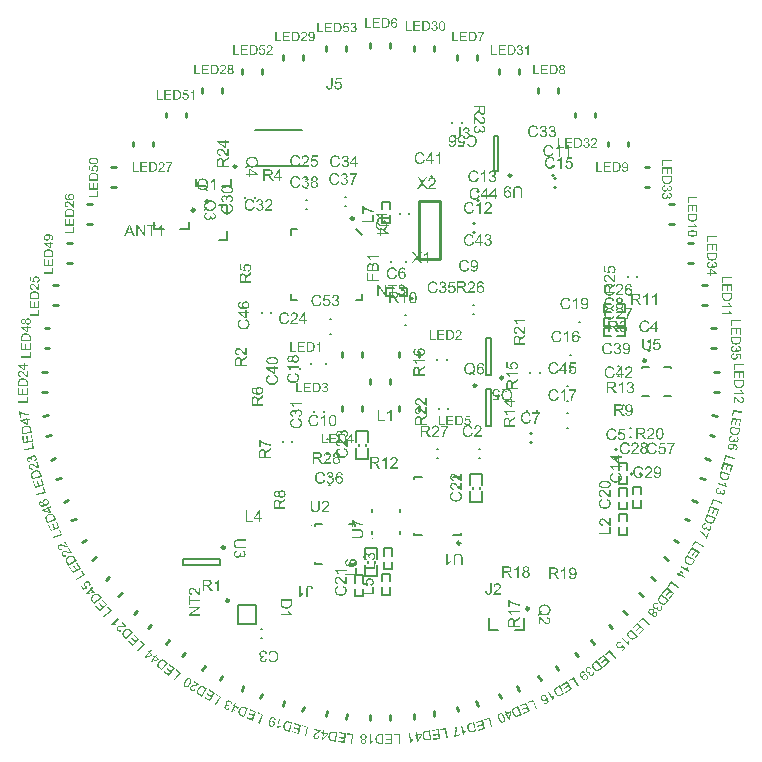
<source format=gto>
G04 Layer_Color=65535*
%FSLAX25Y25*%
%MOIN*%
G70*
G01*
G75*
%ADD117C,0.00984*%
%ADD118C,0.00394*%
%ADD119C,0.01000*%
%ADD120C,0.00787*%
%ADD121C,0.00600*%
G36*
X-37069Y60902D02*
X-37025Y60896D01*
X-36969Y60891D01*
X-36908Y60879D01*
X-36847Y60868D01*
X-36703Y60830D01*
X-36559Y60774D01*
X-36487Y60741D01*
X-36414Y60702D01*
X-36348Y60652D01*
X-36287Y60597D01*
X-36281Y60591D01*
X-36270Y60585D01*
X-36259Y60563D01*
X-36237Y60541D01*
X-36209Y60513D01*
X-36181Y60474D01*
X-36154Y60435D01*
X-36120Y60386D01*
X-36065Y60280D01*
X-36009Y60147D01*
X-35987Y60080D01*
X-35976Y60003D01*
X-35965Y59925D01*
X-35959Y59842D01*
Y59831D01*
Y59803D01*
X-35965Y59758D01*
X-35970Y59697D01*
X-35982Y59631D01*
X-36004Y59553D01*
X-36026Y59470D01*
X-36059Y59386D01*
X-36065Y59376D01*
X-36076Y59348D01*
X-36098Y59303D01*
X-36131Y59242D01*
X-36176Y59176D01*
X-36231Y59092D01*
X-36298Y59009D01*
X-36375Y58915D01*
X-36387Y58904D01*
X-36414Y58870D01*
X-36442Y58843D01*
X-36470Y58815D01*
X-36503Y58782D01*
X-36548Y58737D01*
X-36592Y58693D01*
X-36647Y58643D01*
X-36703Y58587D01*
X-36770Y58526D01*
X-36842Y58465D01*
X-36920Y58393D01*
X-37008Y58321D01*
X-37097Y58243D01*
X-37103Y58238D01*
X-37114Y58227D01*
X-37136Y58210D01*
X-37164Y58188D01*
X-37197Y58154D01*
X-37236Y58121D01*
X-37325Y58049D01*
X-37419Y57966D01*
X-37508Y57882D01*
X-37585Y57810D01*
X-37619Y57783D01*
X-37646Y57755D01*
X-37652Y57749D01*
X-37669Y57733D01*
X-37691Y57710D01*
X-37719Y57677D01*
X-37746Y57638D01*
X-37780Y57600D01*
X-37846Y57505D01*
X-35954D01*
Y57050D01*
X-38501D01*
Y57056D01*
Y57078D01*
Y57111D01*
X-38496Y57155D01*
X-38490Y57205D01*
X-38479Y57261D01*
X-38468Y57316D01*
X-38446Y57377D01*
Y57383D01*
X-38440Y57389D01*
X-38429Y57422D01*
X-38407Y57472D01*
X-38374Y57538D01*
X-38329Y57616D01*
X-38274Y57705D01*
X-38213Y57794D01*
X-38135Y57888D01*
Y57894D01*
X-38124Y57899D01*
X-38096Y57932D01*
X-38046Y57982D01*
X-37974Y58055D01*
X-37891Y58138D01*
X-37785Y58238D01*
X-37658Y58349D01*
X-37519Y58465D01*
X-37513Y58471D01*
X-37491Y58487D01*
X-37458Y58515D01*
X-37419Y58548D01*
X-37369Y58593D01*
X-37308Y58643D01*
X-37247Y58698D01*
X-37175Y58759D01*
X-37036Y58893D01*
X-36897Y59026D01*
X-36831Y59092D01*
X-36770Y59159D01*
X-36714Y59220D01*
X-36670Y59281D01*
Y59287D01*
X-36659Y59292D01*
X-36647Y59309D01*
X-36636Y59331D01*
X-36598Y59392D01*
X-36553Y59464D01*
X-36514Y59553D01*
X-36476Y59647D01*
X-36453Y59753D01*
X-36442Y59853D01*
Y59858D01*
Y59864D01*
X-36448Y59897D01*
X-36453Y59953D01*
X-36470Y60014D01*
X-36492Y60091D01*
X-36531Y60169D01*
X-36581Y60247D01*
X-36647Y60325D01*
X-36659Y60336D01*
X-36686Y60358D01*
X-36725Y60386D01*
X-36786Y60424D01*
X-36864Y60458D01*
X-36953Y60491D01*
X-37058Y60513D01*
X-37175Y60519D01*
X-37208D01*
X-37230Y60513D01*
X-37297Y60508D01*
X-37374Y60491D01*
X-37458Y60469D01*
X-37552Y60430D01*
X-37641Y60380D01*
X-37724Y60313D01*
X-37735Y60302D01*
X-37758Y60274D01*
X-37791Y60230D01*
X-37824Y60163D01*
X-37863Y60086D01*
X-37896Y59986D01*
X-37918Y59875D01*
X-37930Y59747D01*
X-38412Y59797D01*
Y59803D01*
X-38407Y59819D01*
Y59847D01*
X-38401Y59886D01*
X-38390Y59930D01*
X-38379Y59980D01*
X-38363Y60041D01*
X-38346Y60102D01*
X-38301Y60236D01*
X-38235Y60369D01*
X-38196Y60435D01*
X-38146Y60502D01*
X-38096Y60563D01*
X-38041Y60619D01*
X-38035Y60624D01*
X-38024Y60630D01*
X-38007Y60646D01*
X-37980Y60663D01*
X-37946Y60685D01*
X-37907Y60707D01*
X-37863Y60735D01*
X-37808Y60763D01*
X-37746Y60791D01*
X-37680Y60818D01*
X-37608Y60841D01*
X-37530Y60863D01*
X-37447Y60879D01*
X-37358Y60896D01*
X-37264Y60902D01*
X-37164Y60907D01*
X-37108D01*
X-37069Y60902D01*
D02*
G37*
G36*
X-40100D02*
X-40027Y60891D01*
X-39939Y60874D01*
X-39839Y60846D01*
X-39739Y60813D01*
X-39639Y60769D01*
X-39633D01*
X-39628Y60763D01*
X-39595Y60746D01*
X-39545Y60713D01*
X-39489Y60674D01*
X-39423Y60619D01*
X-39356Y60558D01*
X-39289Y60486D01*
X-39234Y60402D01*
X-39228Y60391D01*
X-39212Y60363D01*
X-39189Y60313D01*
X-39162Y60252D01*
X-39134Y60180D01*
X-39112Y60097D01*
X-39095Y60003D01*
X-39090Y59908D01*
Y59897D01*
Y59864D01*
X-39095Y59819D01*
X-39106Y59758D01*
X-39123Y59686D01*
X-39151Y59609D01*
X-39184Y59531D01*
X-39228Y59453D01*
X-39234Y59442D01*
X-39250Y59420D01*
X-39284Y59381D01*
X-39328Y59337D01*
X-39384Y59287D01*
X-39450Y59231D01*
X-39528Y59181D01*
X-39622Y59131D01*
X-39617D01*
X-39606Y59126D01*
X-39589Y59120D01*
X-39567Y59115D01*
X-39506Y59092D01*
X-39428Y59059D01*
X-39339Y59015D01*
X-39250Y58959D01*
X-39167Y58887D01*
X-39090Y58804D01*
X-39084Y58793D01*
X-39062Y58759D01*
X-39028Y58704D01*
X-38995Y58632D01*
X-38962Y58543D01*
X-38929Y58438D01*
X-38906Y58315D01*
X-38901Y58182D01*
Y58177D01*
Y58160D01*
Y58132D01*
X-38906Y58099D01*
X-38912Y58055D01*
X-38923Y58005D01*
X-38934Y57949D01*
X-38945Y57888D01*
X-38990Y57755D01*
X-39023Y57683D01*
X-39056Y57616D01*
X-39101Y57544D01*
X-39151Y57472D01*
X-39206Y57400D01*
X-39273Y57333D01*
X-39278Y57328D01*
X-39289Y57316D01*
X-39312Y57300D01*
X-39339Y57278D01*
X-39373Y57250D01*
X-39417Y57222D01*
X-39467Y57189D01*
X-39528Y57161D01*
X-39589Y57128D01*
X-39661Y57094D01*
X-39733Y57067D01*
X-39817Y57039D01*
X-39905Y57017D01*
X-40000Y57000D01*
X-40094Y56989D01*
X-40200Y56983D01*
X-40249D01*
X-40283Y56989D01*
X-40327Y56994D01*
X-40377Y57000D01*
X-40433Y57011D01*
X-40494Y57022D01*
X-40627Y57056D01*
X-40766Y57111D01*
X-40838Y57144D01*
X-40904Y57183D01*
X-40971Y57233D01*
X-41037Y57283D01*
X-41043Y57289D01*
X-41054Y57300D01*
X-41071Y57316D01*
X-41087Y57339D01*
X-41115Y57366D01*
X-41143Y57405D01*
X-41176Y57444D01*
X-41210Y57494D01*
X-41243Y57550D01*
X-41276Y57605D01*
X-41337Y57738D01*
X-41387Y57894D01*
X-41404Y57977D01*
X-41415Y58066D01*
X-40943Y58127D01*
Y58121D01*
X-40938Y58110D01*
X-40932Y58088D01*
X-40927Y58060D01*
X-40921Y58027D01*
X-40910Y57988D01*
X-40882Y57905D01*
X-40843Y57805D01*
X-40793Y57710D01*
X-40738Y57622D01*
X-40671Y57544D01*
X-40660Y57538D01*
X-40638Y57516D01*
X-40593Y57489D01*
X-40538Y57461D01*
X-40471Y57427D01*
X-40388Y57400D01*
X-40294Y57377D01*
X-40194Y57372D01*
X-40161D01*
X-40139Y57377D01*
X-40077Y57383D01*
X-40000Y57400D01*
X-39911Y57427D01*
X-39817Y57466D01*
X-39722Y57522D01*
X-39633Y57600D01*
X-39622Y57611D01*
X-39595Y57644D01*
X-39561Y57694D01*
X-39517Y57760D01*
X-39472Y57844D01*
X-39439Y57938D01*
X-39411Y58049D01*
X-39400Y58171D01*
Y58177D01*
Y58188D01*
Y58204D01*
X-39406Y58227D01*
X-39411Y58288D01*
X-39428Y58360D01*
X-39450Y58449D01*
X-39489Y58537D01*
X-39545Y58626D01*
X-39617Y58710D01*
X-39628Y58721D01*
X-39656Y58743D01*
X-39700Y58776D01*
X-39761Y58815D01*
X-39839Y58854D01*
X-39933Y58887D01*
X-40038Y58909D01*
X-40155Y58920D01*
X-40205D01*
X-40244Y58915D01*
X-40294Y58909D01*
X-40349Y58898D01*
X-40416Y58887D01*
X-40488Y58870D01*
X-40433Y59287D01*
X-40405D01*
X-40383Y59281D01*
X-40310D01*
X-40249Y59292D01*
X-40177Y59303D01*
X-40094Y59320D01*
X-40000Y59348D01*
X-39911Y59386D01*
X-39817Y59437D01*
X-39811D01*
X-39805Y59442D01*
X-39778Y59464D01*
X-39739Y59503D01*
X-39694Y59553D01*
X-39650Y59625D01*
X-39611Y59708D01*
X-39583Y59803D01*
X-39572Y59858D01*
Y59919D01*
Y59925D01*
Y59930D01*
Y59964D01*
X-39583Y60008D01*
X-39595Y60069D01*
X-39617Y60136D01*
X-39645Y60208D01*
X-39689Y60280D01*
X-39750Y60347D01*
X-39755Y60352D01*
X-39783Y60374D01*
X-39822Y60402D01*
X-39872Y60435D01*
X-39939Y60463D01*
X-40016Y60491D01*
X-40105Y60513D01*
X-40205Y60519D01*
X-40249D01*
X-40299Y60508D01*
X-40366Y60497D01*
X-40438Y60474D01*
X-40510Y60447D01*
X-40588Y60402D01*
X-40660Y60347D01*
X-40666Y60341D01*
X-40688Y60313D01*
X-40721Y60274D01*
X-40760Y60219D01*
X-40799Y60147D01*
X-40838Y60058D01*
X-40871Y59953D01*
X-40893Y59831D01*
X-41365Y59914D01*
Y59919D01*
X-41359Y59936D01*
X-41354Y59958D01*
X-41348Y59992D01*
X-41337Y60030D01*
X-41321Y60075D01*
X-41287Y60180D01*
X-41232Y60302D01*
X-41165Y60424D01*
X-41082Y60541D01*
X-40977Y60646D01*
X-40971Y60652D01*
X-40960Y60658D01*
X-40943Y60669D01*
X-40921Y60685D01*
X-40893Y60707D01*
X-40854Y60730D01*
X-40816Y60752D01*
X-40766Y60780D01*
X-40655Y60824D01*
X-40527Y60868D01*
X-40377Y60896D01*
X-40299Y60907D01*
X-40161D01*
X-40100Y60902D01*
D02*
G37*
G36*
X57386Y85402D02*
X57459Y85391D01*
X57547Y85374D01*
X57647Y85346D01*
X57747Y85313D01*
X57847Y85268D01*
X57853D01*
X57858Y85263D01*
X57891Y85246D01*
X57941Y85213D01*
X57997Y85174D01*
X58063Y85119D01*
X58130Y85058D01*
X58197Y84986D01*
X58252Y84902D01*
X58258Y84891D01*
X58274Y84863D01*
X58297Y84813D01*
X58324Y84752D01*
X58352Y84680D01*
X58374Y84597D01*
X58391Y84503D01*
X58396Y84408D01*
Y84397D01*
Y84364D01*
X58391Y84319D01*
X58380Y84258D01*
X58363Y84186D01*
X58335Y84109D01*
X58302Y84031D01*
X58258Y83953D01*
X58252Y83942D01*
X58236Y83920D01*
X58202Y83881D01*
X58158Y83837D01*
X58102Y83787D01*
X58036Y83731D01*
X57958Y83681D01*
X57864Y83631D01*
X57869D01*
X57880Y83626D01*
X57897Y83620D01*
X57919Y83615D01*
X57980Y83592D01*
X58058Y83559D01*
X58147Y83515D01*
X58236Y83459D01*
X58319Y83387D01*
X58396Y83304D01*
X58402Y83293D01*
X58424Y83259D01*
X58457Y83204D01*
X58491Y83132D01*
X58524Y83043D01*
X58557Y82938D01*
X58579Y82815D01*
X58585Y82682D01*
Y82677D01*
Y82660D01*
Y82632D01*
X58579Y82599D01*
X58574Y82555D01*
X58563Y82505D01*
X58552Y82449D01*
X58541Y82388D01*
X58496Y82255D01*
X58463Y82183D01*
X58430Y82116D01*
X58385Y82044D01*
X58335Y81972D01*
X58280Y81900D01*
X58213Y81833D01*
X58208Y81827D01*
X58197Y81816D01*
X58174Y81800D01*
X58147Y81778D01*
X58113Y81750D01*
X58069Y81722D01*
X58019Y81689D01*
X57958Y81661D01*
X57897Y81628D01*
X57825Y81594D01*
X57753Y81567D01*
X57669Y81539D01*
X57581Y81517D01*
X57486Y81500D01*
X57392Y81489D01*
X57286Y81483D01*
X57236D01*
X57203Y81489D01*
X57159Y81494D01*
X57109Y81500D01*
X57053Y81511D01*
X56992Y81522D01*
X56859Y81556D01*
X56720Y81611D01*
X56648Y81644D01*
X56582Y81683D01*
X56515Y81733D01*
X56448Y81783D01*
X56443Y81789D01*
X56432Y81800D01*
X56415Y81816D01*
X56398Y81839D01*
X56371Y81866D01*
X56343Y81905D01*
X56310Y81944D01*
X56276Y81994D01*
X56243Y82050D01*
X56210Y82105D01*
X56149Y82238D01*
X56099Y82394D01*
X56082Y82477D01*
X56071Y82566D01*
X56543Y82627D01*
Y82621D01*
X56548Y82610D01*
X56554Y82588D01*
X56559Y82560D01*
X56565Y82527D01*
X56576Y82488D01*
X56604Y82405D01*
X56643Y82305D01*
X56693Y82210D01*
X56748Y82122D01*
X56815Y82044D01*
X56826Y82038D01*
X56848Y82016D01*
X56892Y81989D01*
X56948Y81961D01*
X57014Y81927D01*
X57098Y81900D01*
X57192Y81877D01*
X57292Y81872D01*
X57325D01*
X57348Y81877D01*
X57408Y81883D01*
X57486Y81900D01*
X57575Y81927D01*
X57669Y81966D01*
X57764Y82022D01*
X57853Y82099D01*
X57864Y82111D01*
X57891Y82144D01*
X57925Y82194D01*
X57969Y82260D01*
X58013Y82344D01*
X58047Y82438D01*
X58074Y82549D01*
X58086Y82671D01*
Y82677D01*
Y82688D01*
Y82704D01*
X58080Y82727D01*
X58074Y82788D01*
X58058Y82860D01*
X58036Y82949D01*
X57997Y83037D01*
X57941Y83126D01*
X57869Y83210D01*
X57858Y83221D01*
X57830Y83243D01*
X57786Y83276D01*
X57725Y83315D01*
X57647Y83354D01*
X57553Y83387D01*
X57447Y83409D01*
X57331Y83420D01*
X57281D01*
X57242Y83415D01*
X57192Y83409D01*
X57136Y83398D01*
X57070Y83387D01*
X56998Y83370D01*
X57053Y83787D01*
X57081D01*
X57103Y83781D01*
X57175D01*
X57236Y83792D01*
X57309Y83803D01*
X57392Y83820D01*
X57486Y83848D01*
X57575Y83886D01*
X57669Y83937D01*
X57675D01*
X57680Y83942D01*
X57708Y83964D01*
X57747Y84003D01*
X57791Y84053D01*
X57836Y84125D01*
X57875Y84209D01*
X57902Y84303D01*
X57914Y84358D01*
Y84419D01*
Y84425D01*
Y84430D01*
Y84464D01*
X57902Y84508D01*
X57891Y84569D01*
X57869Y84636D01*
X57841Y84708D01*
X57797Y84780D01*
X57736Y84847D01*
X57730Y84852D01*
X57703Y84874D01*
X57664Y84902D01*
X57614Y84935D01*
X57547Y84963D01*
X57470Y84991D01*
X57381Y85013D01*
X57281Y85019D01*
X57236D01*
X57187Y85008D01*
X57120Y84997D01*
X57048Y84974D01*
X56976Y84947D01*
X56898Y84902D01*
X56826Y84847D01*
X56820Y84841D01*
X56798Y84813D01*
X56765Y84775D01*
X56726Y84719D01*
X56687Y84647D01*
X56648Y84558D01*
X56615Y84453D01*
X56593Y84331D01*
X56121Y84414D01*
Y84419D01*
X56126Y84436D01*
X56132Y84458D01*
X56138Y84491D01*
X56149Y84530D01*
X56165Y84575D01*
X56199Y84680D01*
X56254Y84802D01*
X56321Y84924D01*
X56404Y85041D01*
X56509Y85146D01*
X56515Y85152D01*
X56526Y85158D01*
X56543Y85169D01*
X56565Y85185D01*
X56593Y85207D01*
X56631Y85230D01*
X56670Y85252D01*
X56720Y85280D01*
X56831Y85324D01*
X56959Y85368D01*
X57109Y85396D01*
X57187Y85407D01*
X57325D01*
X57386Y85402D01*
D02*
G37*
G36*
X51154Y85452D02*
X51204Y85446D01*
X51265Y85440D01*
X51326Y85435D01*
X51398Y85418D01*
X51548Y85385D01*
X51714Y85335D01*
X51797Y85302D01*
X51875Y85263D01*
X51953Y85213D01*
X52031Y85163D01*
X52036Y85158D01*
X52047Y85152D01*
X52069Y85135D01*
X52097Y85108D01*
X52125Y85080D01*
X52164Y85041D01*
X52203Y84997D01*
X52247Y84952D01*
X52291Y84897D01*
X52336Y84830D01*
X52386Y84763D01*
X52430Y84691D01*
X52469Y84608D01*
X52513Y84525D01*
X52547Y84436D01*
X52580Y84336D01*
X52081Y84220D01*
Y84225D01*
X52075Y84236D01*
X52064Y84258D01*
X52053Y84286D01*
X52042Y84319D01*
X52025Y84364D01*
X51981Y84453D01*
X51925Y84553D01*
X51859Y84652D01*
X51775Y84747D01*
X51687Y84830D01*
X51675Y84841D01*
X51642Y84863D01*
X51587Y84891D01*
X51514Y84930D01*
X51420Y84963D01*
X51315Y84997D01*
X51187Y85019D01*
X51048Y85024D01*
X51004D01*
X50976Y85019D01*
X50937D01*
X50893Y85013D01*
X50787Y84997D01*
X50671Y84974D01*
X50549Y84935D01*
X50421Y84880D01*
X50305Y84808D01*
X50299D01*
X50293Y84797D01*
X50255Y84769D01*
X50205Y84725D01*
X50143Y84658D01*
X50071Y84575D01*
X50005Y84480D01*
X49944Y84364D01*
X49888Y84236D01*
Y84231D01*
X49883Y84220D01*
X49877Y84203D01*
X49872Y84175D01*
X49861Y84142D01*
X49849Y84103D01*
X49833Y84009D01*
X49811Y83898D01*
X49788Y83776D01*
X49777Y83642D01*
X49772Y83498D01*
Y83492D01*
Y83476D01*
Y83448D01*
Y83415D01*
X49777Y83376D01*
Y83326D01*
X49783Y83271D01*
X49788Y83210D01*
X49805Y83076D01*
X49833Y82932D01*
X49866Y82788D01*
X49910Y82643D01*
Y82638D01*
X49916Y82627D01*
X49927Y82610D01*
X49938Y82582D01*
X49972Y82516D01*
X50021Y82438D01*
X50082Y82349D01*
X50160Y82255D01*
X50249Y82172D01*
X50354Y82094D01*
X50360D01*
X50371Y82088D01*
X50388Y82077D01*
X50410Y82066D01*
X50438Y82055D01*
X50471Y82038D01*
X50549Y82005D01*
X50649Y81972D01*
X50760Y81944D01*
X50882Y81922D01*
X51009Y81916D01*
X51048D01*
X51082Y81922D01*
X51120D01*
X51159Y81927D01*
X51259Y81950D01*
X51376Y81977D01*
X51492Y82022D01*
X51614Y82083D01*
X51675Y82116D01*
X51731Y82161D01*
X51736Y82166D01*
X51742Y82172D01*
X51759Y82188D01*
X51781Y82205D01*
X51803Y82233D01*
X51831Y82266D01*
X51864Y82299D01*
X51892Y82344D01*
X51925Y82394D01*
X51964Y82449D01*
X51997Y82505D01*
X52031Y82571D01*
X52058Y82643D01*
X52086Y82721D01*
X52114Y82804D01*
X52136Y82893D01*
X52647Y82765D01*
Y82760D01*
X52641Y82738D01*
X52630Y82704D01*
X52613Y82660D01*
X52597Y82610D01*
X52574Y82549D01*
X52547Y82482D01*
X52513Y82410D01*
X52436Y82255D01*
X52336Y82099D01*
X52275Y82022D01*
X52214Y81944D01*
X52147Y81877D01*
X52069Y81811D01*
X52064Y81805D01*
X52053Y81794D01*
X52025Y81783D01*
X51997Y81761D01*
X51953Y81733D01*
X51908Y81705D01*
X51847Y81678D01*
X51786Y81650D01*
X51714Y81617D01*
X51636Y81589D01*
X51553Y81561D01*
X51464Y81533D01*
X51370Y81511D01*
X51270Y81500D01*
X51165Y81489D01*
X51054Y81483D01*
X50993D01*
X50948Y81489D01*
X50898D01*
X50837Y81494D01*
X50771Y81506D01*
X50693Y81517D01*
X50532Y81544D01*
X50366Y81589D01*
X50199Y81650D01*
X50121Y81689D01*
X50044Y81733D01*
X50038Y81739D01*
X50027Y81744D01*
X50005Y81761D01*
X49983Y81783D01*
X49949Y81805D01*
X49910Y81839D01*
X49866Y81877D01*
X49822Y81922D01*
X49777Y81972D01*
X49727Y82022D01*
X49627Y82149D01*
X49533Y82299D01*
X49450Y82466D01*
Y82471D01*
X49439Y82488D01*
X49433Y82516D01*
X49417Y82549D01*
X49405Y82593D01*
X49389Y82649D01*
X49367Y82710D01*
X49350Y82776D01*
X49333Y82849D01*
X49311Y82932D01*
X49283Y83104D01*
X49261Y83298D01*
X49250Y83498D01*
Y83504D01*
Y83526D01*
Y83559D01*
X49255Y83598D01*
Y83653D01*
X49261Y83709D01*
X49267Y83781D01*
X49278Y83853D01*
X49305Y84014D01*
X49344Y84192D01*
X49400Y84369D01*
X49478Y84541D01*
X49483Y84547D01*
X49489Y84564D01*
X49500Y84586D01*
X49522Y84614D01*
X49544Y84652D01*
X49572Y84697D01*
X49644Y84797D01*
X49738Y84908D01*
X49849Y85019D01*
X49977Y85130D01*
X50127Y85224D01*
X50133Y85230D01*
X50149Y85235D01*
X50171Y85246D01*
X50199Y85263D01*
X50244Y85280D01*
X50288Y85296D01*
X50343Y85318D01*
X50404Y85341D01*
X50471Y85363D01*
X50543Y85385D01*
X50699Y85418D01*
X50876Y85446D01*
X51059Y85457D01*
X51115D01*
X51154Y85452D01*
D02*
G37*
G36*
X-43346Y60952D02*
X-43296Y60946D01*
X-43235Y60940D01*
X-43174Y60935D01*
X-43102Y60918D01*
X-42952Y60885D01*
X-42786Y60835D01*
X-42703Y60802D01*
X-42625Y60763D01*
X-42547Y60713D01*
X-42469Y60663D01*
X-42464Y60658D01*
X-42453Y60652D01*
X-42431Y60635D01*
X-42403Y60608D01*
X-42375Y60580D01*
X-42336Y60541D01*
X-42297Y60497D01*
X-42253Y60452D01*
X-42209Y60397D01*
X-42164Y60330D01*
X-42114Y60264D01*
X-42070Y60191D01*
X-42031Y60108D01*
X-41987Y60025D01*
X-41953Y59936D01*
X-41920Y59836D01*
X-42419Y59720D01*
Y59725D01*
X-42425Y59736D01*
X-42436Y59758D01*
X-42447Y59786D01*
X-42458Y59819D01*
X-42475Y59864D01*
X-42519Y59953D01*
X-42575Y60053D01*
X-42641Y60152D01*
X-42725Y60247D01*
X-42814Y60330D01*
X-42825Y60341D01*
X-42858Y60363D01*
X-42913Y60391D01*
X-42986Y60430D01*
X-43080Y60463D01*
X-43185Y60497D01*
X-43313Y60519D01*
X-43452Y60524D01*
X-43496D01*
X-43524Y60519D01*
X-43563D01*
X-43607Y60513D01*
X-43713Y60497D01*
X-43829Y60474D01*
X-43951Y60435D01*
X-44079Y60380D01*
X-44196Y60308D01*
X-44201D01*
X-44207Y60297D01*
X-44245Y60269D01*
X-44295Y60225D01*
X-44357Y60158D01*
X-44429Y60075D01*
X-44495Y59980D01*
X-44556Y59864D01*
X-44612Y59736D01*
Y59731D01*
X-44617Y59720D01*
X-44623Y59703D01*
X-44628Y59675D01*
X-44640Y59642D01*
X-44651Y59603D01*
X-44667Y59509D01*
X-44689Y59398D01*
X-44712Y59276D01*
X-44723Y59142D01*
X-44728Y58998D01*
Y58992D01*
Y58976D01*
Y58948D01*
Y58915D01*
X-44723Y58876D01*
Y58826D01*
X-44717Y58771D01*
X-44712Y58710D01*
X-44695Y58576D01*
X-44667Y58432D01*
X-44634Y58288D01*
X-44590Y58143D01*
Y58138D01*
X-44584Y58127D01*
X-44573Y58110D01*
X-44562Y58082D01*
X-44528Y58016D01*
X-44479Y57938D01*
X-44418Y57849D01*
X-44340Y57755D01*
X-44251Y57672D01*
X-44146Y57594D01*
X-44140D01*
X-44129Y57588D01*
X-44112Y57577D01*
X-44090Y57566D01*
X-44062Y57555D01*
X-44029Y57538D01*
X-43951Y57505D01*
X-43851Y57472D01*
X-43740Y57444D01*
X-43618Y57422D01*
X-43491Y57416D01*
X-43452D01*
X-43418Y57422D01*
X-43380D01*
X-43341Y57427D01*
X-43241Y57450D01*
X-43124Y57477D01*
X-43008Y57522D01*
X-42886Y57583D01*
X-42825Y57616D01*
X-42769Y57661D01*
X-42764Y57666D01*
X-42758Y57672D01*
X-42741Y57688D01*
X-42719Y57705D01*
X-42697Y57733D01*
X-42669Y57766D01*
X-42636Y57799D01*
X-42608Y57844D01*
X-42575Y57894D01*
X-42536Y57949D01*
X-42503Y58005D01*
X-42469Y58071D01*
X-42442Y58143D01*
X-42414Y58221D01*
X-42386Y58304D01*
X-42364Y58393D01*
X-41853Y58265D01*
Y58260D01*
X-41859Y58238D01*
X-41870Y58204D01*
X-41887Y58160D01*
X-41903Y58110D01*
X-41925Y58049D01*
X-41953Y57982D01*
X-41987Y57910D01*
X-42064Y57755D01*
X-42164Y57600D01*
X-42225Y57522D01*
X-42286Y57444D01*
X-42353Y57377D01*
X-42431Y57311D01*
X-42436Y57305D01*
X-42447Y57294D01*
X-42475Y57283D01*
X-42503Y57261D01*
X-42547Y57233D01*
X-42592Y57205D01*
X-42653Y57178D01*
X-42714Y57150D01*
X-42786Y57117D01*
X-42864Y57089D01*
X-42947Y57061D01*
X-43036Y57033D01*
X-43130Y57011D01*
X-43230Y57000D01*
X-43335Y56989D01*
X-43446Y56983D01*
X-43507D01*
X-43552Y56989D01*
X-43602D01*
X-43663Y56994D01*
X-43729Y57006D01*
X-43807Y57017D01*
X-43968Y57044D01*
X-44134Y57089D01*
X-44301Y57150D01*
X-44379Y57189D01*
X-44456Y57233D01*
X-44462Y57239D01*
X-44473Y57244D01*
X-44495Y57261D01*
X-44517Y57283D01*
X-44551Y57305D01*
X-44590Y57339D01*
X-44634Y57377D01*
X-44678Y57422D01*
X-44723Y57472D01*
X-44773Y57522D01*
X-44873Y57649D01*
X-44967Y57799D01*
X-45050Y57966D01*
Y57971D01*
X-45061Y57988D01*
X-45067Y58016D01*
X-45083Y58049D01*
X-45095Y58093D01*
X-45111Y58149D01*
X-45133Y58210D01*
X-45150Y58276D01*
X-45167Y58349D01*
X-45189Y58432D01*
X-45217Y58604D01*
X-45239Y58798D01*
X-45250Y58998D01*
Y59004D01*
Y59026D01*
Y59059D01*
X-45245Y59098D01*
Y59153D01*
X-45239Y59209D01*
X-45233Y59281D01*
X-45222Y59353D01*
X-45195Y59514D01*
X-45156Y59692D01*
X-45100Y59869D01*
X-45022Y60041D01*
X-45017Y60047D01*
X-45011Y60064D01*
X-45000Y60086D01*
X-44978Y60114D01*
X-44956Y60152D01*
X-44928Y60197D01*
X-44856Y60297D01*
X-44762Y60408D01*
X-44651Y60519D01*
X-44523Y60630D01*
X-44373Y60724D01*
X-44368Y60730D01*
X-44351Y60735D01*
X-44329Y60746D01*
X-44301Y60763D01*
X-44256Y60780D01*
X-44212Y60796D01*
X-44157Y60818D01*
X-44096Y60841D01*
X-44029Y60863D01*
X-43957Y60885D01*
X-43801Y60918D01*
X-43624Y60946D01*
X-43441Y60957D01*
X-43385D01*
X-43346Y60952D01*
D02*
G37*
G36*
X-26150Y-7430D02*
X-29153D01*
X-29147Y-7436D01*
X-29125Y-7464D01*
X-29092Y-7497D01*
X-29053Y-7553D01*
X-29003Y-7614D01*
X-28947Y-7691D01*
X-28886Y-7780D01*
X-28825Y-7880D01*
Y-7886D01*
X-28820Y-7891D01*
X-28797Y-7924D01*
X-28770Y-7980D01*
X-28736Y-8046D01*
X-28697Y-8124D01*
X-28659Y-8207D01*
X-28620Y-8291D01*
X-28587Y-8374D01*
X-29042D01*
Y-8368D01*
X-29053Y-8357D01*
X-29058Y-8335D01*
X-29075Y-8307D01*
X-29092Y-8274D01*
X-29114Y-8235D01*
X-29169Y-8141D01*
X-29230Y-8030D01*
X-29308Y-7919D01*
X-29397Y-7802D01*
X-29491Y-7686D01*
X-29497Y-7680D01*
X-29502Y-7675D01*
X-29519Y-7658D01*
X-29535Y-7636D01*
X-29591Y-7586D01*
X-29658Y-7519D01*
X-29735Y-7452D01*
X-29824Y-7380D01*
X-29913Y-7319D01*
X-30007Y-7264D01*
Y-6959D01*
X-26150D01*
Y-7430D01*
D02*
G37*
G36*
X-50338Y59341D02*
X-50304Y59330D01*
X-50260Y59313D01*
X-50210Y59297D01*
X-50149Y59275D01*
X-50082Y59247D01*
X-50010Y59213D01*
X-49855Y59136D01*
X-49700Y59036D01*
X-49622Y58975D01*
X-49544Y58914D01*
X-49477Y58847D01*
X-49411Y58769D01*
X-49405Y58764D01*
X-49394Y58753D01*
X-49383Y58725D01*
X-49361Y58697D01*
X-49333Y58653D01*
X-49305Y58609D01*
X-49278Y58547D01*
X-49250Y58486D01*
X-49217Y58414D01*
X-49189Y58337D01*
X-49161Y58253D01*
X-49133Y58164D01*
X-49111Y58070D01*
X-49100Y57970D01*
X-49089Y57865D01*
X-49083Y57754D01*
Y57748D01*
Y57726D01*
Y57693D01*
X-49089Y57648D01*
Y57598D01*
X-49095Y57537D01*
X-49106Y57471D01*
X-49117Y57393D01*
X-49145Y57232D01*
X-49189Y57065D01*
X-49250Y56899D01*
X-49289Y56821D01*
X-49333Y56744D01*
X-49339Y56738D01*
X-49344Y56727D01*
X-49361Y56705D01*
X-49383Y56683D01*
X-49405Y56649D01*
X-49439Y56611D01*
X-49477Y56566D01*
X-49522Y56522D01*
X-49572Y56477D01*
X-49622Y56427D01*
X-49749Y56327D01*
X-49899Y56233D01*
X-50066Y56150D01*
X-50071D01*
X-50088Y56139D01*
X-50116Y56133D01*
X-50149Y56116D01*
X-50193Y56105D01*
X-50249Y56089D01*
X-50310Y56067D01*
X-50376Y56050D01*
X-50449Y56033D01*
X-50532Y56011D01*
X-50704Y55983D01*
X-50898Y55961D01*
X-51098Y55950D01*
X-51159D01*
X-51198Y55956D01*
X-51253D01*
X-51309Y55961D01*
X-51381Y55967D01*
X-51453Y55978D01*
X-51614Y56006D01*
X-51792Y56044D01*
X-51969Y56100D01*
X-52141Y56178D01*
X-52147Y56183D01*
X-52164Y56189D01*
X-52186Y56200D01*
X-52214Y56222D01*
X-52252Y56244D01*
X-52297Y56272D01*
X-52397Y56344D01*
X-52508Y56438D01*
X-52619Y56549D01*
X-52730Y56677D01*
X-52824Y56827D01*
X-52830Y56832D01*
X-52835Y56849D01*
X-52846Y56871D01*
X-52863Y56899D01*
X-52880Y56943D01*
X-52896Y56988D01*
X-52918Y57043D01*
X-52941Y57104D01*
X-52963Y57171D01*
X-52985Y57243D01*
X-53018Y57399D01*
X-53046Y57576D01*
X-53057Y57759D01*
Y57765D01*
Y57787D01*
Y57815D01*
X-53052Y57854D01*
X-53046Y57904D01*
X-53040Y57965D01*
X-53035Y58026D01*
X-53018Y58098D01*
X-52985Y58248D01*
X-52935Y58414D01*
X-52902Y58498D01*
X-52863Y58575D01*
X-52813Y58653D01*
X-52763Y58731D01*
X-52758Y58736D01*
X-52752Y58747D01*
X-52735Y58769D01*
X-52708Y58797D01*
X-52680Y58825D01*
X-52641Y58864D01*
X-52597Y58903D01*
X-52552Y58947D01*
X-52497Y58991D01*
X-52430Y59036D01*
X-52364Y59086D01*
X-52291Y59130D01*
X-52208Y59169D01*
X-52125Y59213D01*
X-52036Y59247D01*
X-51936Y59280D01*
X-51820Y58780D01*
X-51825D01*
X-51836Y58775D01*
X-51858Y58764D01*
X-51886Y58753D01*
X-51919Y58742D01*
X-51964Y58725D01*
X-52053Y58681D01*
X-52153Y58625D01*
X-52252Y58558D01*
X-52347Y58475D01*
X-52430Y58386D01*
X-52441Y58375D01*
X-52463Y58342D01*
X-52491Y58286D01*
X-52530Y58214D01*
X-52563Y58120D01*
X-52597Y58015D01*
X-52619Y57887D01*
X-52624Y57748D01*
Y57743D01*
Y57726D01*
Y57704D01*
X-52619Y57676D01*
Y57637D01*
X-52613Y57593D01*
X-52597Y57487D01*
X-52574Y57371D01*
X-52535Y57249D01*
X-52480Y57121D01*
X-52408Y57004D01*
Y56999D01*
X-52397Y56993D01*
X-52369Y56954D01*
X-52325Y56905D01*
X-52258Y56844D01*
X-52175Y56771D01*
X-52080Y56705D01*
X-51964Y56644D01*
X-51836Y56588D01*
X-51831D01*
X-51820Y56583D01*
X-51803Y56577D01*
X-51775Y56572D01*
X-51742Y56560D01*
X-51703Y56549D01*
X-51609Y56533D01*
X-51498Y56511D01*
X-51376Y56488D01*
X-51242Y56477D01*
X-51098Y56472D01*
X-51015D01*
X-50976Y56477D01*
X-50926D01*
X-50871Y56483D01*
X-50809Y56488D01*
X-50676Y56505D01*
X-50532Y56533D01*
X-50388Y56566D01*
X-50243Y56611D01*
X-50238D01*
X-50227Y56616D01*
X-50210Y56627D01*
X-50182Y56638D01*
X-50116Y56672D01*
X-50038Y56722D01*
X-49949Y56783D01*
X-49855Y56860D01*
X-49772Y56949D01*
X-49694Y57054D01*
Y57060D01*
X-49688Y57071D01*
X-49677Y57088D01*
X-49666Y57110D01*
X-49655Y57138D01*
X-49638Y57171D01*
X-49605Y57249D01*
X-49572Y57349D01*
X-49544Y57460D01*
X-49522Y57582D01*
X-49516Y57709D01*
Y57715D01*
Y57726D01*
Y57748D01*
X-49522Y57781D01*
Y57820D01*
X-49527Y57859D01*
X-49550Y57959D01*
X-49577Y58076D01*
X-49622Y58192D01*
X-49683Y58314D01*
X-49716Y58375D01*
X-49760Y58431D01*
X-49766Y58436D01*
X-49772Y58442D01*
X-49788Y58459D01*
X-49805Y58481D01*
X-49833Y58503D01*
X-49866Y58531D01*
X-49899Y58564D01*
X-49944Y58592D01*
X-49994Y58625D01*
X-50049Y58664D01*
X-50105Y58697D01*
X-50171Y58731D01*
X-50243Y58758D01*
X-50321Y58786D01*
X-50404Y58814D01*
X-50493Y58836D01*
X-50365Y59347D01*
X-50360D01*
X-50338Y59341D01*
D02*
G37*
G36*
X-27338Y-12159D02*
X-27304Y-12170D01*
X-27260Y-12187D01*
X-27210Y-12203D01*
X-27149Y-12225D01*
X-27082Y-12253D01*
X-27010Y-12287D01*
X-26855Y-12364D01*
X-26700Y-12464D01*
X-26622Y-12525D01*
X-26544Y-12586D01*
X-26477Y-12653D01*
X-26411Y-12731D01*
X-26405Y-12736D01*
X-26394Y-12747D01*
X-26383Y-12775D01*
X-26361Y-12803D01*
X-26333Y-12847D01*
X-26305Y-12892D01*
X-26278Y-12953D01*
X-26250Y-13014D01*
X-26217Y-13086D01*
X-26189Y-13163D01*
X-26161Y-13247D01*
X-26133Y-13336D01*
X-26111Y-13430D01*
X-26100Y-13530D01*
X-26089Y-13635D01*
X-26083Y-13746D01*
Y-13752D01*
Y-13774D01*
Y-13807D01*
X-26089Y-13852D01*
Y-13902D01*
X-26094Y-13963D01*
X-26106Y-14029D01*
X-26117Y-14107D01*
X-26144Y-14268D01*
X-26189Y-14435D01*
X-26250Y-14601D01*
X-26289Y-14679D01*
X-26333Y-14756D01*
X-26339Y-14762D01*
X-26344Y-14773D01*
X-26361Y-14795D01*
X-26383Y-14817D01*
X-26405Y-14851D01*
X-26439Y-14889D01*
X-26477Y-14934D01*
X-26522Y-14978D01*
X-26572Y-15023D01*
X-26622Y-15073D01*
X-26749Y-15173D01*
X-26899Y-15267D01*
X-27066Y-15350D01*
X-27071D01*
X-27088Y-15361D01*
X-27116Y-15367D01*
X-27149Y-15383D01*
X-27193Y-15395D01*
X-27249Y-15411D01*
X-27310Y-15433D01*
X-27376Y-15450D01*
X-27449Y-15467D01*
X-27532Y-15489D01*
X-27704Y-15517D01*
X-27898Y-15539D01*
X-28098Y-15550D01*
X-28159D01*
X-28198Y-15544D01*
X-28253D01*
X-28309Y-15539D01*
X-28381Y-15533D01*
X-28453Y-15522D01*
X-28614Y-15495D01*
X-28792Y-15456D01*
X-28969Y-15400D01*
X-29141Y-15323D01*
X-29147Y-15317D01*
X-29164Y-15311D01*
X-29186Y-15300D01*
X-29214Y-15278D01*
X-29252Y-15256D01*
X-29297Y-15228D01*
X-29397Y-15156D01*
X-29508Y-15062D01*
X-29619Y-14951D01*
X-29730Y-14823D01*
X-29824Y-14673D01*
X-29830Y-14668D01*
X-29835Y-14651D01*
X-29846Y-14629D01*
X-29863Y-14601D01*
X-29880Y-14557D01*
X-29896Y-14512D01*
X-29919Y-14457D01*
X-29941Y-14396D01*
X-29963Y-14329D01*
X-29985Y-14257D01*
X-30018Y-14101D01*
X-30046Y-13924D01*
X-30057Y-13741D01*
Y-13735D01*
Y-13713D01*
Y-13685D01*
X-30052Y-13646D01*
X-30046Y-13596D01*
X-30041Y-13535D01*
X-30035Y-13474D01*
X-30018Y-13402D01*
X-29985Y-13252D01*
X-29935Y-13086D01*
X-29902Y-13002D01*
X-29863Y-12925D01*
X-29813Y-12847D01*
X-29763Y-12769D01*
X-29757Y-12764D01*
X-29752Y-12753D01*
X-29735Y-12731D01*
X-29708Y-12703D01*
X-29680Y-12675D01*
X-29641Y-12636D01*
X-29597Y-12597D01*
X-29552Y-12553D01*
X-29497Y-12509D01*
X-29430Y-12464D01*
X-29364Y-12414D01*
X-29291Y-12370D01*
X-29208Y-12331D01*
X-29125Y-12287D01*
X-29036Y-12253D01*
X-28936Y-12220D01*
X-28820Y-12720D01*
X-28825D01*
X-28836Y-12725D01*
X-28858Y-12736D01*
X-28886Y-12747D01*
X-28920Y-12758D01*
X-28964Y-12775D01*
X-29053Y-12819D01*
X-29153Y-12875D01*
X-29252Y-12942D01*
X-29347Y-13025D01*
X-29430Y-13114D01*
X-29441Y-13125D01*
X-29463Y-13158D01*
X-29491Y-13214D01*
X-29530Y-13286D01*
X-29563Y-13380D01*
X-29597Y-13485D01*
X-29619Y-13613D01*
X-29624Y-13752D01*
Y-13757D01*
Y-13774D01*
Y-13796D01*
X-29619Y-13824D01*
Y-13863D01*
X-29613Y-13907D01*
X-29597Y-14013D01*
X-29574Y-14129D01*
X-29535Y-14251D01*
X-29480Y-14379D01*
X-29408Y-14495D01*
Y-14501D01*
X-29397Y-14507D01*
X-29369Y-14545D01*
X-29325Y-14595D01*
X-29258Y-14657D01*
X-29175Y-14729D01*
X-29080Y-14795D01*
X-28964Y-14856D01*
X-28836Y-14912D01*
X-28831D01*
X-28820Y-14917D01*
X-28803Y-14923D01*
X-28775Y-14928D01*
X-28742Y-14940D01*
X-28703Y-14951D01*
X-28609Y-14967D01*
X-28498Y-14989D01*
X-28376Y-15012D01*
X-28242Y-15023D01*
X-28098Y-15028D01*
X-28015D01*
X-27976Y-15023D01*
X-27926D01*
X-27871Y-15017D01*
X-27809Y-15012D01*
X-27676Y-14995D01*
X-27532Y-14967D01*
X-27388Y-14934D01*
X-27243Y-14889D01*
X-27238D01*
X-27227Y-14884D01*
X-27210Y-14873D01*
X-27182Y-14862D01*
X-27116Y-14829D01*
X-27038Y-14779D01*
X-26949Y-14717D01*
X-26855Y-14640D01*
X-26772Y-14551D01*
X-26694Y-14446D01*
Y-14440D01*
X-26688Y-14429D01*
X-26677Y-14412D01*
X-26666Y-14390D01*
X-26655Y-14362D01*
X-26638Y-14329D01*
X-26605Y-14251D01*
X-26572Y-14151D01*
X-26544Y-14040D01*
X-26522Y-13918D01*
X-26516Y-13791D01*
Y-13785D01*
Y-13774D01*
Y-13752D01*
X-26522Y-13719D01*
Y-13680D01*
X-26527Y-13641D01*
X-26550Y-13541D01*
X-26577Y-13424D01*
X-26622Y-13308D01*
X-26683Y-13186D01*
X-26716Y-13125D01*
X-26761Y-13069D01*
X-26766Y-13064D01*
X-26772Y-13058D01*
X-26788Y-13041D01*
X-26805Y-13019D01*
X-26833Y-12997D01*
X-26866Y-12969D01*
X-26899Y-12936D01*
X-26944Y-12908D01*
X-26994Y-12875D01*
X-27049Y-12836D01*
X-27105Y-12803D01*
X-27171Y-12769D01*
X-27243Y-12742D01*
X-27321Y-12714D01*
X-27404Y-12686D01*
X-27493Y-12664D01*
X-27365Y-12153D01*
X-27360D01*
X-27338Y-12159D01*
D02*
G37*
G36*
X-27199Y-9206D02*
X-27155Y-9212D01*
X-27105Y-9223D01*
X-27049Y-9234D01*
X-26988Y-9245D01*
X-26855Y-9290D01*
X-26783Y-9323D01*
X-26716Y-9356D01*
X-26644Y-9401D01*
X-26572Y-9450D01*
X-26500Y-9506D01*
X-26433Y-9573D01*
X-26428Y-9578D01*
X-26416Y-9589D01*
X-26400Y-9612D01*
X-26378Y-9639D01*
X-26350Y-9673D01*
X-26322Y-9717D01*
X-26289Y-9767D01*
X-26261Y-9828D01*
X-26228Y-9889D01*
X-26194Y-9961D01*
X-26167Y-10033D01*
X-26139Y-10116D01*
X-26117Y-10205D01*
X-26100Y-10300D01*
X-26089Y-10394D01*
X-26083Y-10499D01*
Y-10505D01*
Y-10522D01*
Y-10549D01*
X-26089Y-10583D01*
X-26094Y-10627D01*
X-26100Y-10677D01*
X-26111Y-10733D01*
X-26122Y-10794D01*
X-26155Y-10927D01*
X-26211Y-11066D01*
X-26244Y-11138D01*
X-26283Y-11204D01*
X-26333Y-11271D01*
X-26383Y-11338D01*
X-26389Y-11343D01*
X-26400Y-11354D01*
X-26416Y-11371D01*
X-26439Y-11388D01*
X-26466Y-11415D01*
X-26505Y-11443D01*
X-26544Y-11476D01*
X-26594Y-11510D01*
X-26649Y-11543D01*
X-26705Y-11576D01*
X-26838Y-11637D01*
X-26994Y-11687D01*
X-27077Y-11704D01*
X-27166Y-11715D01*
X-27227Y-11243D01*
X-27221D01*
X-27210Y-11238D01*
X-27188Y-11232D01*
X-27160Y-11227D01*
X-27127Y-11221D01*
X-27088Y-11210D01*
X-27005Y-11182D01*
X-26905Y-11143D01*
X-26810Y-11093D01*
X-26722Y-11038D01*
X-26644Y-10971D01*
X-26638Y-10960D01*
X-26616Y-10938D01*
X-26588Y-10894D01*
X-26561Y-10838D01*
X-26527Y-10772D01*
X-26500Y-10688D01*
X-26477Y-10594D01*
X-26472Y-10494D01*
Y-10488D01*
Y-10477D01*
Y-10461D01*
X-26477Y-10439D01*
X-26483Y-10377D01*
X-26500Y-10300D01*
X-26527Y-10211D01*
X-26566Y-10116D01*
X-26622Y-10022D01*
X-26700Y-9933D01*
X-26711Y-9922D01*
X-26744Y-9894D01*
X-26794Y-9861D01*
X-26860Y-9817D01*
X-26944Y-9772D01*
X-27038Y-9739D01*
X-27149Y-9711D01*
X-27271Y-9700D01*
X-27304D01*
X-27327Y-9706D01*
X-27388Y-9711D01*
X-27460Y-9728D01*
X-27549Y-9750D01*
X-27637Y-9789D01*
X-27726Y-9845D01*
X-27809Y-9917D01*
X-27821Y-9928D01*
X-27843Y-9956D01*
X-27876Y-10000D01*
X-27915Y-10061D01*
X-27954Y-10139D01*
X-27987Y-10233D01*
X-28009Y-10339D01*
X-28020Y-10455D01*
Y-10461D01*
Y-10477D01*
Y-10505D01*
X-28015Y-10544D01*
X-28009Y-10594D01*
X-27998Y-10649D01*
X-27987Y-10716D01*
X-27970Y-10788D01*
X-28387Y-10733D01*
Y-10727D01*
Y-10705D01*
X-28381Y-10683D01*
Y-10661D01*
Y-10655D01*
Y-10649D01*
Y-10633D01*
Y-10610D01*
X-28392Y-10549D01*
X-28403Y-10477D01*
X-28420Y-10394D01*
X-28448Y-10300D01*
X-28486Y-10211D01*
X-28536Y-10116D01*
Y-10111D01*
X-28542Y-10106D01*
X-28564Y-10078D01*
X-28603Y-10039D01*
X-28653Y-9995D01*
X-28725Y-9950D01*
X-28808Y-9911D01*
X-28903Y-9883D01*
X-28958Y-9872D01*
X-29064D01*
X-29108Y-9883D01*
X-29169Y-9894D01*
X-29236Y-9917D01*
X-29308Y-9945D01*
X-29380Y-9989D01*
X-29447Y-10050D01*
X-29452Y-10056D01*
X-29474Y-10083D01*
X-29502Y-10122D01*
X-29535Y-10172D01*
X-29563Y-10239D01*
X-29591Y-10316D01*
X-29613Y-10405D01*
X-29619Y-10505D01*
Y-10511D01*
Y-10516D01*
Y-10549D01*
X-29608Y-10599D01*
X-29597Y-10666D01*
X-29574Y-10738D01*
X-29547Y-10810D01*
X-29502Y-10888D01*
X-29447Y-10960D01*
X-29441Y-10966D01*
X-29413Y-10988D01*
X-29375Y-11021D01*
X-29319Y-11060D01*
X-29247Y-11099D01*
X-29158Y-11138D01*
X-29053Y-11171D01*
X-28931Y-11193D01*
X-29014Y-11665D01*
X-29019D01*
X-29036Y-11659D01*
X-29058Y-11654D01*
X-29092Y-11648D01*
X-29130Y-11637D01*
X-29175Y-11621D01*
X-29280Y-11587D01*
X-29402Y-11532D01*
X-29524Y-11465D01*
X-29641Y-11382D01*
X-29746Y-11276D01*
X-29752Y-11271D01*
X-29757Y-11260D01*
X-29769Y-11243D01*
X-29785Y-11221D01*
X-29807Y-11193D01*
X-29830Y-11154D01*
X-29852Y-11116D01*
X-29880Y-11066D01*
X-29924Y-10955D01*
X-29968Y-10827D01*
X-29996Y-10677D01*
X-30007Y-10599D01*
Y-10516D01*
Y-10511D01*
Y-10499D01*
Y-10483D01*
Y-10461D01*
X-30002Y-10400D01*
X-29991Y-10328D01*
X-29974Y-10239D01*
X-29946Y-10139D01*
X-29913Y-10039D01*
X-29869Y-9939D01*
Y-9933D01*
X-29863Y-9928D01*
X-29846Y-9894D01*
X-29813Y-9845D01*
X-29774Y-9789D01*
X-29719Y-9723D01*
X-29658Y-9656D01*
X-29585Y-9589D01*
X-29502Y-9534D01*
X-29491Y-9528D01*
X-29463Y-9512D01*
X-29413Y-9489D01*
X-29352Y-9462D01*
X-29280Y-9434D01*
X-29197Y-9412D01*
X-29103Y-9395D01*
X-29008Y-9390D01*
X-28964D01*
X-28920Y-9395D01*
X-28858Y-9406D01*
X-28786Y-9423D01*
X-28709Y-9450D01*
X-28631Y-9484D01*
X-28553Y-9528D01*
X-28542Y-9534D01*
X-28520Y-9550D01*
X-28481Y-9584D01*
X-28437Y-9628D01*
X-28387Y-9684D01*
X-28331Y-9750D01*
X-28281Y-9828D01*
X-28231Y-9922D01*
Y-9917D01*
X-28226Y-9906D01*
X-28220Y-9889D01*
X-28215Y-9867D01*
X-28192Y-9806D01*
X-28159Y-9728D01*
X-28115Y-9639D01*
X-28059Y-9550D01*
X-27987Y-9467D01*
X-27904Y-9390D01*
X-27893Y-9384D01*
X-27859Y-9362D01*
X-27804Y-9328D01*
X-27732Y-9295D01*
X-27643Y-9262D01*
X-27538Y-9228D01*
X-27415Y-9206D01*
X-27282Y-9201D01*
X-27232D01*
X-27199Y-9206D01*
D02*
G37*
G36*
X24930Y32891D02*
X23392D01*
X23187Y31853D01*
X23192Y31859D01*
X23204Y31864D01*
X23220Y31876D01*
X23248Y31892D01*
X23281Y31909D01*
X23320Y31931D01*
X23409Y31975D01*
X23520Y32020D01*
X23642Y32059D01*
X23775Y32086D01*
X23842Y32097D01*
X23964D01*
X23997Y32092D01*
X24042Y32086D01*
X24092Y32081D01*
X24147Y32070D01*
X24208Y32053D01*
X24341Y32014D01*
X24414Y31986D01*
X24486Y31948D01*
X24558Y31909D01*
X24630Y31864D01*
X24697Y31809D01*
X24763Y31748D01*
X24769Y31742D01*
X24780Y31731D01*
X24796Y31714D01*
X24819Y31687D01*
X24846Y31648D01*
X24874Y31609D01*
X24907Y31559D01*
X24941Y31504D01*
X24969Y31442D01*
X25002Y31376D01*
X25030Y31298D01*
X25057Y31220D01*
X25080Y31137D01*
X25096Y31043D01*
X25107Y30949D01*
X25113Y30849D01*
Y30843D01*
Y30827D01*
Y30799D01*
X25107Y30760D01*
X25102Y30716D01*
X25096Y30666D01*
X25085Y30604D01*
X25074Y30544D01*
X25041Y30399D01*
X24985Y30249D01*
X24952Y30172D01*
X24907Y30099D01*
X24863Y30022D01*
X24808Y29950D01*
X24802Y29944D01*
X24791Y29927D01*
X24769Y29905D01*
X24741Y29877D01*
X24702Y29844D01*
X24658Y29800D01*
X24602Y29761D01*
X24541Y29717D01*
X24475Y29672D01*
X24397Y29633D01*
X24314Y29594D01*
X24225Y29555D01*
X24130Y29528D01*
X24025Y29506D01*
X23914Y29489D01*
X23798Y29483D01*
X23748D01*
X23709Y29489D01*
X23664Y29495D01*
X23614Y29500D01*
X23553Y29506D01*
X23492Y29522D01*
X23354Y29555D01*
X23215Y29605D01*
X23143Y29639D01*
X23070Y29678D01*
X23004Y29722D01*
X22937Y29772D01*
X22932Y29778D01*
X22921Y29783D01*
X22909Y29805D01*
X22887Y29827D01*
X22860Y29855D01*
X22832Y29888D01*
X22798Y29933D01*
X22771Y29983D01*
X22738Y30033D01*
X22704Y30094D01*
X22643Y30227D01*
X22593Y30382D01*
X22577Y30466D01*
X22565Y30555D01*
X23059Y30593D01*
Y30588D01*
Y30577D01*
X23065Y30560D01*
X23070Y30532D01*
X23087Y30471D01*
X23109Y30388D01*
X23143Y30305D01*
X23187Y30210D01*
X23243Y30127D01*
X23309Y30049D01*
X23320Y30044D01*
X23342Y30022D01*
X23387Y29994D01*
X23448Y29961D01*
X23514Y29927D01*
X23598Y29900D01*
X23692Y29877D01*
X23798Y29872D01*
X23831D01*
X23853Y29877D01*
X23920Y29883D01*
X23997Y29905D01*
X24092Y29933D01*
X24186Y29977D01*
X24286Y30044D01*
X24330Y30083D01*
X24375Y30127D01*
X24380Y30133D01*
X24386Y30138D01*
X24397Y30155D01*
X24414Y30172D01*
X24452Y30233D01*
X24497Y30310D01*
X24536Y30405D01*
X24575Y30521D01*
X24602Y30660D01*
X24613Y30732D01*
Y30810D01*
Y30815D01*
Y30827D01*
Y30849D01*
X24608Y30876D01*
Y30910D01*
X24602Y30949D01*
X24586Y31037D01*
X24558Y31143D01*
X24519Y31248D01*
X24464Y31348D01*
X24386Y31442D01*
Y31448D01*
X24375Y31454D01*
X24347Y31481D01*
X24297Y31520D01*
X24230Y31565D01*
X24142Y31604D01*
X24042Y31642D01*
X23925Y31670D01*
X23858Y31681D01*
X23753D01*
X23709Y31676D01*
X23653Y31670D01*
X23587Y31653D01*
X23520Y31637D01*
X23448Y31609D01*
X23376Y31576D01*
X23370Y31570D01*
X23348Y31559D01*
X23315Y31531D01*
X23270Y31504D01*
X23226Y31465D01*
X23181Y31415D01*
X23132Y31365D01*
X23093Y31304D01*
X22649Y31365D01*
X23020Y33341D01*
X24930D01*
Y32891D01*
D02*
G37*
G36*
X20900Y33402D02*
X20973Y33391D01*
X21061Y33374D01*
X21161Y33346D01*
X21261Y33313D01*
X21361Y33268D01*
X21367D01*
X21372Y33263D01*
X21405Y33246D01*
X21455Y33213D01*
X21511Y33174D01*
X21577Y33119D01*
X21644Y33058D01*
X21711Y32985D01*
X21766Y32902D01*
X21772Y32891D01*
X21788Y32863D01*
X21811Y32813D01*
X21838Y32752D01*
X21866Y32680D01*
X21888Y32597D01*
X21905Y32503D01*
X21911Y32408D01*
Y32397D01*
Y32364D01*
X21905Y32320D01*
X21894Y32258D01*
X21877Y32186D01*
X21849Y32109D01*
X21816Y32031D01*
X21772Y31953D01*
X21766Y31942D01*
X21749Y31920D01*
X21716Y31881D01*
X21672Y31837D01*
X21616Y31787D01*
X21550Y31731D01*
X21472Y31681D01*
X21378Y31631D01*
X21383D01*
X21394Y31626D01*
X21411Y31620D01*
X21433Y31615D01*
X21494Y31592D01*
X21572Y31559D01*
X21661Y31515D01*
X21749Y31459D01*
X21833Y31387D01*
X21911Y31304D01*
X21916Y31293D01*
X21938Y31259D01*
X21971Y31204D01*
X22005Y31132D01*
X22038Y31043D01*
X22071Y30937D01*
X22094Y30815D01*
X22099Y30682D01*
Y30677D01*
Y30660D01*
Y30632D01*
X22094Y30599D01*
X22088Y30555D01*
X22077Y30505D01*
X22066Y30449D01*
X22055Y30388D01*
X22010Y30255D01*
X21977Y30183D01*
X21944Y30116D01*
X21899Y30044D01*
X21849Y29972D01*
X21794Y29900D01*
X21727Y29833D01*
X21722Y29827D01*
X21711Y29816D01*
X21689Y29800D01*
X21661Y29778D01*
X21627Y29750D01*
X21583Y29722D01*
X21533Y29689D01*
X21472Y29661D01*
X21411Y29628D01*
X21339Y29594D01*
X21267Y29567D01*
X21183Y29539D01*
X21095Y29517D01*
X21000Y29500D01*
X20906Y29489D01*
X20800Y29483D01*
X20751D01*
X20717Y29489D01*
X20673Y29495D01*
X20623Y29500D01*
X20567Y29511D01*
X20506Y29522D01*
X20373Y29555D01*
X20234Y29611D01*
X20162Y29644D01*
X20096Y29683D01*
X20029Y29733D01*
X19963Y29783D01*
X19957Y29789D01*
X19946Y29800D01*
X19929Y29816D01*
X19913Y29839D01*
X19885Y29866D01*
X19857Y29905D01*
X19824Y29944D01*
X19790Y29994D01*
X19757Y30049D01*
X19724Y30105D01*
X19663Y30238D01*
X19613Y30394D01*
X19596Y30477D01*
X19585Y30566D01*
X20057Y30627D01*
Y30621D01*
X20062Y30610D01*
X20068Y30588D01*
X20073Y30560D01*
X20079Y30527D01*
X20090Y30488D01*
X20118Y30405D01*
X20157Y30305D01*
X20207Y30210D01*
X20262Y30122D01*
X20329Y30044D01*
X20340Y30038D01*
X20362Y30016D01*
X20406Y29989D01*
X20462Y29961D01*
X20529Y29927D01*
X20612Y29900D01*
X20706Y29877D01*
X20806Y29872D01*
X20839D01*
X20862Y29877D01*
X20923Y29883D01*
X21000Y29900D01*
X21089Y29927D01*
X21183Y29966D01*
X21278Y30022D01*
X21367Y30099D01*
X21378Y30111D01*
X21405Y30144D01*
X21439Y30194D01*
X21483Y30260D01*
X21528Y30344D01*
X21561Y30438D01*
X21589Y30549D01*
X21600Y30671D01*
Y30677D01*
Y30688D01*
Y30704D01*
X21594Y30727D01*
X21589Y30788D01*
X21572Y30860D01*
X21550Y30949D01*
X21511Y31037D01*
X21455Y31126D01*
X21383Y31209D01*
X21372Y31220D01*
X21344Y31243D01*
X21300Y31276D01*
X21239Y31315D01*
X21161Y31354D01*
X21067Y31387D01*
X20961Y31409D01*
X20845Y31420D01*
X20795D01*
X20756Y31415D01*
X20706Y31409D01*
X20651Y31398D01*
X20584Y31387D01*
X20512Y31370D01*
X20567Y31787D01*
X20595D01*
X20617Y31781D01*
X20689D01*
X20751Y31792D01*
X20823Y31803D01*
X20906Y31820D01*
X21000Y31848D01*
X21089Y31887D01*
X21183Y31936D01*
X21189D01*
X21195Y31942D01*
X21222Y31964D01*
X21261Y32003D01*
X21305Y32053D01*
X21350Y32125D01*
X21389Y32208D01*
X21417Y32303D01*
X21428Y32358D01*
Y32419D01*
Y32425D01*
Y32430D01*
Y32464D01*
X21417Y32508D01*
X21405Y32569D01*
X21383Y32636D01*
X21355Y32708D01*
X21311Y32780D01*
X21250Y32847D01*
X21245Y32852D01*
X21217Y32875D01*
X21178Y32902D01*
X21128Y32936D01*
X21061Y32963D01*
X20984Y32991D01*
X20895Y33013D01*
X20795Y33019D01*
X20751D01*
X20701Y33008D01*
X20634Y32997D01*
X20562Y32974D01*
X20490Y32947D01*
X20412Y32902D01*
X20340Y32847D01*
X20334Y32841D01*
X20312Y32813D01*
X20279Y32774D01*
X20240Y32719D01*
X20201Y32647D01*
X20162Y32558D01*
X20129Y32453D01*
X20107Y32331D01*
X19635Y32414D01*
Y32419D01*
X19640Y32436D01*
X19646Y32458D01*
X19652Y32491D01*
X19663Y32530D01*
X19679Y32575D01*
X19713Y32680D01*
X19768Y32802D01*
X19835Y32924D01*
X19918Y33041D01*
X20023Y33146D01*
X20029Y33152D01*
X20040Y33158D01*
X20057Y33169D01*
X20079Y33185D01*
X20107Y33207D01*
X20146Y33230D01*
X20185Y33252D01*
X20234Y33280D01*
X20345Y33324D01*
X20473Y33368D01*
X20623Y33396D01*
X20701Y33407D01*
X20839D01*
X20900Y33402D01*
D02*
G37*
G36*
X-19846Y-30048D02*
X-19796Y-30054D01*
X-19735Y-30059D01*
X-19674Y-30065D01*
X-19602Y-30082D01*
X-19452Y-30115D01*
X-19286Y-30165D01*
X-19203Y-30198D01*
X-19125Y-30237D01*
X-19047Y-30287D01*
X-18970Y-30337D01*
X-18964Y-30343D01*
X-18953Y-30348D01*
X-18931Y-30365D01*
X-18903Y-30393D01*
X-18875Y-30420D01*
X-18836Y-30459D01*
X-18797Y-30503D01*
X-18753Y-30548D01*
X-18709Y-30603D01*
X-18664Y-30670D01*
X-18614Y-30737D01*
X-18570Y-30809D01*
X-18531Y-30892D01*
X-18487Y-30975D01*
X-18453Y-31064D01*
X-18420Y-31164D01*
X-18920Y-31280D01*
Y-31275D01*
X-18925Y-31264D01*
X-18936Y-31242D01*
X-18947Y-31214D01*
X-18958Y-31181D01*
X-18975Y-31136D01*
X-19019Y-31047D01*
X-19075Y-30947D01*
X-19141Y-30848D01*
X-19225Y-30753D01*
X-19314Y-30670D01*
X-19325Y-30659D01*
X-19358Y-30637D01*
X-19413Y-30609D01*
X-19486Y-30570D01*
X-19580Y-30537D01*
X-19685Y-30503D01*
X-19813Y-30481D01*
X-19952Y-30476D01*
X-19996D01*
X-20024Y-30481D01*
X-20063D01*
X-20107Y-30487D01*
X-20213Y-30503D01*
X-20329Y-30526D01*
X-20451Y-30564D01*
X-20579Y-30620D01*
X-20696Y-30692D01*
X-20701D01*
X-20707Y-30703D01*
X-20745Y-30731D01*
X-20795Y-30775D01*
X-20856Y-30842D01*
X-20929Y-30925D01*
X-20995Y-31020D01*
X-21056Y-31136D01*
X-21112Y-31264D01*
Y-31269D01*
X-21117Y-31280D01*
X-21123Y-31297D01*
X-21128Y-31325D01*
X-21139Y-31358D01*
X-21151Y-31397D01*
X-21167Y-31491D01*
X-21189Y-31602D01*
X-21212Y-31725D01*
X-21223Y-31858D01*
X-21228Y-32002D01*
Y-32008D01*
Y-32024D01*
Y-32052D01*
Y-32085D01*
X-21223Y-32124D01*
Y-32174D01*
X-21217Y-32230D01*
X-21212Y-32291D01*
X-21195Y-32424D01*
X-21167Y-32568D01*
X-21134Y-32712D01*
X-21090Y-32857D01*
Y-32862D01*
X-21084Y-32873D01*
X-21073Y-32890D01*
X-21062Y-32918D01*
X-21028Y-32984D01*
X-20979Y-33062D01*
X-20918Y-33151D01*
X-20840Y-33245D01*
X-20751Y-33328D01*
X-20646Y-33406D01*
X-20640D01*
X-20629Y-33412D01*
X-20612Y-33423D01*
X-20590Y-33434D01*
X-20562Y-33445D01*
X-20529Y-33462D01*
X-20451Y-33495D01*
X-20351Y-33528D01*
X-20240Y-33556D01*
X-20118Y-33578D01*
X-19991Y-33584D01*
X-19952D01*
X-19918Y-33578D01*
X-19880D01*
X-19841Y-33573D01*
X-19741Y-33550D01*
X-19624Y-33523D01*
X-19508Y-33478D01*
X-19386Y-33417D01*
X-19325Y-33384D01*
X-19269Y-33340D01*
X-19264Y-33334D01*
X-19258Y-33328D01*
X-19241Y-33312D01*
X-19219Y-33295D01*
X-19197Y-33267D01*
X-19169Y-33234D01*
X-19136Y-33201D01*
X-19108Y-33156D01*
X-19075Y-33106D01*
X-19036Y-33051D01*
X-19003Y-32995D01*
X-18970Y-32929D01*
X-18942Y-32857D01*
X-18914Y-32779D01*
X-18886Y-32696D01*
X-18864Y-32607D01*
X-18353Y-32735D01*
Y-32740D01*
X-18359Y-32762D01*
X-18370Y-32796D01*
X-18387Y-32840D01*
X-18403Y-32890D01*
X-18426Y-32951D01*
X-18453Y-33018D01*
X-18487Y-33090D01*
X-18564Y-33245D01*
X-18664Y-33400D01*
X-18725Y-33478D01*
X-18786Y-33556D01*
X-18853Y-33623D01*
X-18931Y-33689D01*
X-18936Y-33695D01*
X-18947Y-33706D01*
X-18975Y-33717D01*
X-19003Y-33739D01*
X-19047Y-33767D01*
X-19092Y-33795D01*
X-19153Y-33822D01*
X-19214Y-33850D01*
X-19286Y-33883D01*
X-19364Y-33911D01*
X-19447Y-33939D01*
X-19536Y-33967D01*
X-19630Y-33989D01*
X-19730Y-34000D01*
X-19835Y-34011D01*
X-19946Y-34017D01*
X-20007D01*
X-20052Y-34011D01*
X-20102D01*
X-20163Y-34005D01*
X-20229Y-33994D01*
X-20307Y-33983D01*
X-20468Y-33955D01*
X-20635Y-33911D01*
X-20801Y-33850D01*
X-20879Y-33811D01*
X-20956Y-33767D01*
X-20962Y-33761D01*
X-20973Y-33756D01*
X-20995Y-33739D01*
X-21017Y-33717D01*
X-21051Y-33695D01*
X-21090Y-33661D01*
X-21134Y-33623D01*
X-21178Y-33578D01*
X-21223Y-33528D01*
X-21273Y-33478D01*
X-21373Y-33351D01*
X-21467Y-33201D01*
X-21550Y-33034D01*
Y-33029D01*
X-21561Y-33012D01*
X-21567Y-32984D01*
X-21584Y-32951D01*
X-21595Y-32907D01*
X-21611Y-32851D01*
X-21633Y-32790D01*
X-21650Y-32724D01*
X-21667Y-32651D01*
X-21689Y-32568D01*
X-21717Y-32396D01*
X-21739Y-32202D01*
X-21750Y-32002D01*
Y-31996D01*
Y-31974D01*
Y-31941D01*
X-21745Y-31902D01*
Y-31847D01*
X-21739Y-31791D01*
X-21733Y-31719D01*
X-21722Y-31647D01*
X-21695Y-31486D01*
X-21656Y-31308D01*
X-21600Y-31131D01*
X-21522Y-30959D01*
X-21517Y-30953D01*
X-21511Y-30936D01*
X-21500Y-30914D01*
X-21478Y-30886D01*
X-21456Y-30848D01*
X-21428Y-30803D01*
X-21356Y-30703D01*
X-21262Y-30592D01*
X-21151Y-30481D01*
X-21023Y-30370D01*
X-20873Y-30276D01*
X-20867Y-30270D01*
X-20851Y-30265D01*
X-20829Y-30254D01*
X-20801Y-30237D01*
X-20756Y-30220D01*
X-20712Y-30204D01*
X-20657Y-30182D01*
X-20596Y-30159D01*
X-20529Y-30137D01*
X-20457Y-30115D01*
X-20301Y-30082D01*
X-20124Y-30054D01*
X-19941Y-30043D01*
X-19885D01*
X-19846Y-30048D01*
D02*
G37*
G36*
X-13497Y-30098D02*
X-13458D01*
X-13414Y-30104D01*
X-13308Y-30126D01*
X-13192Y-30154D01*
X-13070Y-30198D01*
X-12948Y-30265D01*
X-12887Y-30304D01*
X-12831Y-30348D01*
X-12826Y-30354D01*
X-12820Y-30359D01*
X-12803Y-30376D01*
X-12787Y-30393D01*
X-12759Y-30420D01*
X-12737Y-30454D01*
X-12676Y-30531D01*
X-12615Y-30631D01*
X-12559Y-30753D01*
X-12509Y-30892D01*
X-12476Y-31047D01*
X-12948Y-31086D01*
Y-31081D01*
X-12953Y-31075D01*
X-12959Y-31042D01*
X-12976Y-30992D01*
X-12998Y-30931D01*
X-13020Y-30864D01*
X-13053Y-30798D01*
X-13092Y-30737D01*
X-13131Y-30687D01*
X-13142Y-30676D01*
X-13164Y-30653D01*
X-13203Y-30620D01*
X-13259Y-30581D01*
X-13331Y-30548D01*
X-13408Y-30515D01*
X-13503Y-30492D01*
X-13603Y-30481D01*
X-13642D01*
X-13686Y-30487D01*
X-13736Y-30498D01*
X-13802Y-30515D01*
X-13869Y-30537D01*
X-13936Y-30564D01*
X-14002Y-30609D01*
X-14013Y-30614D01*
X-14041Y-30637D01*
X-14080Y-30676D01*
X-14130Y-30731D01*
X-14185Y-30798D01*
X-14246Y-30875D01*
X-14302Y-30975D01*
X-14357Y-31086D01*
Y-31092D01*
X-14363Y-31103D01*
X-14368Y-31119D01*
X-14380Y-31142D01*
X-14385Y-31175D01*
X-14396Y-31214D01*
X-14407Y-31258D01*
X-14419Y-31314D01*
X-14435Y-31375D01*
X-14446Y-31441D01*
X-14457Y-31514D01*
X-14463Y-31591D01*
X-14474Y-31680D01*
X-14480Y-31769D01*
X-14485Y-31869D01*
Y-31969D01*
X-14480Y-31963D01*
X-14457Y-31930D01*
X-14419Y-31885D01*
X-14368Y-31830D01*
X-14313Y-31763D01*
X-14241Y-31702D01*
X-14163Y-31641D01*
X-14074Y-31586D01*
X-14069D01*
X-14063Y-31580D01*
X-14030Y-31563D01*
X-13980Y-31547D01*
X-13913Y-31519D01*
X-13836Y-31497D01*
X-13747Y-31480D01*
X-13653Y-31464D01*
X-13553Y-31458D01*
X-13508D01*
X-13475Y-31464D01*
X-13431Y-31469D01*
X-13386Y-31475D01*
X-13331Y-31486D01*
X-13275Y-31502D01*
X-13148Y-31541D01*
X-13081Y-31569D01*
X-13014Y-31608D01*
X-12948Y-31647D01*
X-12876Y-31691D01*
X-12809Y-31747D01*
X-12748Y-31808D01*
X-12742Y-31813D01*
X-12731Y-31824D01*
X-12715Y-31841D01*
X-12698Y-31869D01*
X-12670Y-31908D01*
X-12642Y-31946D01*
X-12615Y-31996D01*
X-12581Y-32052D01*
X-12548Y-32113D01*
X-12520Y-32180D01*
X-12493Y-32257D01*
X-12465Y-32335D01*
X-12448Y-32418D01*
X-12432Y-32513D01*
X-12420Y-32607D01*
X-12415Y-32707D01*
Y-32712D01*
Y-32724D01*
Y-32740D01*
Y-32768D01*
X-12420Y-32801D01*
Y-32834D01*
X-12437Y-32923D01*
X-12454Y-33029D01*
X-12482Y-33140D01*
X-12520Y-33262D01*
X-12576Y-33378D01*
Y-33384D01*
X-12581Y-33389D01*
X-12593Y-33406D01*
X-12604Y-33428D01*
X-12637Y-33484D01*
X-12687Y-33556D01*
X-12748Y-33634D01*
X-12820Y-33711D01*
X-12909Y-33789D01*
X-13003Y-33856D01*
X-13009D01*
X-13014Y-33861D01*
X-13031Y-33872D01*
X-13053Y-33878D01*
X-13109Y-33906D01*
X-13181Y-33933D01*
X-13275Y-33967D01*
X-13381Y-33989D01*
X-13497Y-34011D01*
X-13625Y-34017D01*
X-13653D01*
X-13680Y-34011D01*
X-13725D01*
X-13775Y-34005D01*
X-13830Y-33994D01*
X-13897Y-33978D01*
X-13963Y-33961D01*
X-14041Y-33939D01*
X-14119Y-33911D01*
X-14196Y-33878D01*
X-14280Y-33833D01*
X-14357Y-33784D01*
X-14435Y-33728D01*
X-14513Y-33661D01*
X-14585Y-33584D01*
X-14591Y-33578D01*
X-14602Y-33562D01*
X-14618Y-33539D01*
X-14640Y-33500D01*
X-14674Y-33450D01*
X-14702Y-33395D01*
X-14735Y-33323D01*
X-14768Y-33245D01*
X-14807Y-33151D01*
X-14840Y-33045D01*
X-14868Y-32929D01*
X-14896Y-32801D01*
X-14923Y-32657D01*
X-14940Y-32501D01*
X-14951Y-32335D01*
X-14957Y-32157D01*
Y-32152D01*
Y-32146D01*
Y-32130D01*
Y-32107D01*
X-14951Y-32052D01*
Y-31974D01*
X-14946Y-31885D01*
X-14935Y-31780D01*
X-14923Y-31663D01*
X-14907Y-31536D01*
X-14885Y-31408D01*
X-14857Y-31269D01*
X-14824Y-31136D01*
X-14785Y-31003D01*
X-14735Y-30875D01*
X-14679Y-30753D01*
X-14618Y-30637D01*
X-14546Y-30537D01*
X-14540Y-30531D01*
X-14529Y-30520D01*
X-14507Y-30498D01*
X-14480Y-30465D01*
X-14446Y-30431D01*
X-14402Y-30398D01*
X-14346Y-30354D01*
X-14291Y-30315D01*
X-14224Y-30276D01*
X-14152Y-30231D01*
X-14069Y-30198D01*
X-13986Y-30159D01*
X-13891Y-30132D01*
X-13791Y-30109D01*
X-13686Y-30098D01*
X-13575Y-30093D01*
X-13530D01*
X-13497Y-30098D01*
D02*
G37*
G36*
X17654Y33452D02*
X17704Y33446D01*
X17765Y33441D01*
X17826Y33435D01*
X17898Y33418D01*
X18048Y33385D01*
X18214Y33335D01*
X18297Y33302D01*
X18375Y33263D01*
X18453Y33213D01*
X18530Y33163D01*
X18536Y33158D01*
X18547Y33152D01*
X18569Y33135D01*
X18597Y33108D01*
X18625Y33080D01*
X18664Y33041D01*
X18703Y32997D01*
X18747Y32952D01*
X18791Y32897D01*
X18836Y32830D01*
X18886Y32763D01*
X18930Y32691D01*
X18969Y32608D01*
X19013Y32525D01*
X19047Y32436D01*
X19080Y32336D01*
X18580Y32219D01*
Y32225D01*
X18575Y32236D01*
X18564Y32258D01*
X18553Y32286D01*
X18542Y32320D01*
X18525Y32364D01*
X18481Y32453D01*
X18425Y32553D01*
X18359Y32652D01*
X18275Y32747D01*
X18186Y32830D01*
X18175Y32841D01*
X18142Y32863D01*
X18087Y32891D01*
X18014Y32930D01*
X17920Y32963D01*
X17815Y32997D01*
X17687Y33019D01*
X17548Y33024D01*
X17504D01*
X17476Y33019D01*
X17437D01*
X17393Y33013D01*
X17287Y32997D01*
X17171Y32974D01*
X17049Y32936D01*
X16921Y32880D01*
X16804Y32808D01*
X16799D01*
X16793Y32797D01*
X16755Y32769D01*
X16705Y32725D01*
X16644Y32658D01*
X16571Y32575D01*
X16505Y32480D01*
X16444Y32364D01*
X16388Y32236D01*
Y32231D01*
X16383Y32219D01*
X16377Y32203D01*
X16372Y32175D01*
X16361Y32142D01*
X16349Y32103D01*
X16333Y32009D01*
X16311Y31898D01*
X16288Y31776D01*
X16277Y31642D01*
X16272Y31498D01*
Y31492D01*
Y31476D01*
Y31448D01*
Y31415D01*
X16277Y31376D01*
Y31326D01*
X16283Y31271D01*
X16288Y31209D01*
X16305Y31076D01*
X16333Y30932D01*
X16366Y30788D01*
X16410Y30643D01*
Y30638D01*
X16416Y30627D01*
X16427Y30610D01*
X16438Y30582D01*
X16472Y30516D01*
X16521Y30438D01*
X16582Y30349D01*
X16660Y30255D01*
X16749Y30172D01*
X16854Y30094D01*
X16860D01*
X16871Y30088D01*
X16888Y30077D01*
X16910Y30066D01*
X16938Y30055D01*
X16971Y30038D01*
X17049Y30005D01*
X17149Y29972D01*
X17260Y29944D01*
X17382Y29922D01*
X17509Y29916D01*
X17548D01*
X17582Y29922D01*
X17620D01*
X17659Y29927D01*
X17759Y29950D01*
X17876Y29977D01*
X17992Y30022D01*
X18114Y30083D01*
X18175Y30116D01*
X18231Y30160D01*
X18236Y30166D01*
X18242Y30172D01*
X18259Y30188D01*
X18281Y30205D01*
X18303Y30233D01*
X18331Y30266D01*
X18364Y30299D01*
X18392Y30344D01*
X18425Y30394D01*
X18464Y30449D01*
X18497Y30505D01*
X18530Y30571D01*
X18558Y30643D01*
X18586Y30721D01*
X18614Y30804D01*
X18636Y30893D01*
X19147Y30765D01*
Y30760D01*
X19141Y30738D01*
X19130Y30704D01*
X19113Y30660D01*
X19097Y30610D01*
X19074Y30549D01*
X19047Y30482D01*
X19013Y30410D01*
X18936Y30255D01*
X18836Y30099D01*
X18775Y30022D01*
X18714Y29944D01*
X18647Y29877D01*
X18569Y29811D01*
X18564Y29805D01*
X18553Y29794D01*
X18525Y29783D01*
X18497Y29761D01*
X18453Y29733D01*
X18408Y29705D01*
X18347Y29678D01*
X18286Y29650D01*
X18214Y29617D01*
X18136Y29589D01*
X18053Y29561D01*
X17964Y29533D01*
X17870Y29511D01*
X17770Y29500D01*
X17665Y29489D01*
X17554Y29483D01*
X17493D01*
X17448Y29489D01*
X17398D01*
X17337Y29495D01*
X17271Y29506D01*
X17193Y29517D01*
X17032Y29544D01*
X16865Y29589D01*
X16699Y29650D01*
X16621Y29689D01*
X16544Y29733D01*
X16538Y29739D01*
X16527Y29744D01*
X16505Y29761D01*
X16483Y29783D01*
X16449Y29805D01*
X16410Y29839D01*
X16366Y29877D01*
X16322Y29922D01*
X16277Y29972D01*
X16227Y30022D01*
X16127Y30149D01*
X16033Y30299D01*
X15950Y30466D01*
Y30471D01*
X15939Y30488D01*
X15933Y30516D01*
X15916Y30549D01*
X15905Y30593D01*
X15889Y30649D01*
X15867Y30710D01*
X15850Y30777D01*
X15833Y30849D01*
X15811Y30932D01*
X15783Y31104D01*
X15761Y31298D01*
X15750Y31498D01*
Y31504D01*
Y31526D01*
Y31559D01*
X15755Y31598D01*
Y31653D01*
X15761Y31709D01*
X15767Y31781D01*
X15778Y31853D01*
X15805Y32014D01*
X15844Y32192D01*
X15900Y32369D01*
X15978Y32541D01*
X15983Y32547D01*
X15989Y32564D01*
X16000Y32586D01*
X16022Y32614D01*
X16044Y32652D01*
X16072Y32697D01*
X16144Y32797D01*
X16238Y32908D01*
X16349Y33019D01*
X16477Y33130D01*
X16627Y33224D01*
X16633Y33230D01*
X16649Y33235D01*
X16671Y33246D01*
X16699Y33263D01*
X16744Y33280D01*
X16788Y33296D01*
X16843Y33318D01*
X16904Y33341D01*
X16971Y33363D01*
X17043Y33385D01*
X17199Y33418D01*
X17376Y33446D01*
X17559Y33457D01*
X17615D01*
X17654Y33452D01*
D02*
G37*
G36*
X-14846Y75452D02*
X-14796Y75446D01*
X-14735Y75441D01*
X-14674Y75435D01*
X-14602Y75418D01*
X-14452Y75385D01*
X-14286Y75335D01*
X-14202Y75302D01*
X-14125Y75263D01*
X-14047Y75213D01*
X-13970Y75163D01*
X-13964Y75157D01*
X-13953Y75152D01*
X-13931Y75135D01*
X-13903Y75108D01*
X-13875Y75080D01*
X-13836Y75041D01*
X-13797Y74997D01*
X-13753Y74952D01*
X-13709Y74897D01*
X-13664Y74830D01*
X-13614Y74764D01*
X-13570Y74691D01*
X-13531Y74608D01*
X-13487Y74525D01*
X-13453Y74436D01*
X-13420Y74336D01*
X-13919Y74220D01*
Y74225D01*
X-13925Y74236D01*
X-13936Y74258D01*
X-13947Y74286D01*
X-13958Y74319D01*
X-13975Y74364D01*
X-14019Y74453D01*
X-14075Y74553D01*
X-14141Y74652D01*
X-14225Y74747D01*
X-14314Y74830D01*
X-14325Y74841D01*
X-14358Y74863D01*
X-14413Y74891D01*
X-14486Y74930D01*
X-14580Y74963D01*
X-14685Y74997D01*
X-14813Y75019D01*
X-14952Y75024D01*
X-14996D01*
X-15024Y75019D01*
X-15063D01*
X-15107Y75013D01*
X-15213Y74997D01*
X-15329Y74974D01*
X-15451Y74936D01*
X-15579Y74880D01*
X-15696Y74808D01*
X-15701D01*
X-15707Y74797D01*
X-15745Y74769D01*
X-15795Y74725D01*
X-15856Y74658D01*
X-15929Y74575D01*
X-15995Y74480D01*
X-16056Y74364D01*
X-16112Y74236D01*
Y74231D01*
X-16117Y74220D01*
X-16123Y74203D01*
X-16128Y74175D01*
X-16139Y74142D01*
X-16151Y74103D01*
X-16167Y74009D01*
X-16189Y73898D01*
X-16212Y73776D01*
X-16223Y73642D01*
X-16228Y73498D01*
Y73492D01*
Y73476D01*
Y73448D01*
Y73415D01*
X-16223Y73376D01*
Y73326D01*
X-16217Y73270D01*
X-16212Y73210D01*
X-16195Y73076D01*
X-16167Y72932D01*
X-16134Y72788D01*
X-16090Y72643D01*
Y72638D01*
X-16084Y72627D01*
X-16073Y72610D01*
X-16062Y72582D01*
X-16028Y72516D01*
X-15979Y72438D01*
X-15917Y72349D01*
X-15840Y72255D01*
X-15751Y72172D01*
X-15646Y72094D01*
X-15640D01*
X-15629Y72088D01*
X-15612Y72077D01*
X-15590Y72066D01*
X-15562Y72055D01*
X-15529Y72038D01*
X-15451Y72005D01*
X-15351Y71972D01*
X-15240Y71944D01*
X-15118Y71922D01*
X-14991Y71916D01*
X-14952D01*
X-14919Y71922D01*
X-14880D01*
X-14841Y71927D01*
X-14741Y71950D01*
X-14624Y71977D01*
X-14508Y72022D01*
X-14386Y72083D01*
X-14325Y72116D01*
X-14269Y72161D01*
X-14264Y72166D01*
X-14258Y72172D01*
X-14241Y72188D01*
X-14219Y72205D01*
X-14197Y72233D01*
X-14169Y72266D01*
X-14136Y72299D01*
X-14108Y72344D01*
X-14075Y72394D01*
X-14036Y72449D01*
X-14003Y72505D01*
X-13970Y72571D01*
X-13942Y72643D01*
X-13914Y72721D01*
X-13886Y72804D01*
X-13864Y72893D01*
X-13353Y72765D01*
Y72760D01*
X-13359Y72738D01*
X-13370Y72704D01*
X-13387Y72660D01*
X-13403Y72610D01*
X-13426Y72549D01*
X-13453Y72482D01*
X-13487Y72410D01*
X-13564Y72255D01*
X-13664Y72100D01*
X-13725Y72022D01*
X-13786Y71944D01*
X-13853Y71877D01*
X-13931Y71811D01*
X-13936Y71805D01*
X-13947Y71794D01*
X-13975Y71783D01*
X-14003Y71761D01*
X-14047Y71733D01*
X-14092Y71705D01*
X-14153Y71678D01*
X-14214Y71650D01*
X-14286Y71617D01*
X-14364Y71589D01*
X-14447Y71561D01*
X-14536Y71533D01*
X-14630Y71511D01*
X-14730Y71500D01*
X-14835Y71489D01*
X-14946Y71483D01*
X-15007D01*
X-15052Y71489D01*
X-15102D01*
X-15163Y71495D01*
X-15229Y71506D01*
X-15307Y71517D01*
X-15468Y71544D01*
X-15634Y71589D01*
X-15801Y71650D01*
X-15879Y71689D01*
X-15956Y71733D01*
X-15962Y71739D01*
X-15973Y71744D01*
X-15995Y71761D01*
X-16017Y71783D01*
X-16051Y71805D01*
X-16090Y71839D01*
X-16134Y71877D01*
X-16178Y71922D01*
X-16223Y71972D01*
X-16273Y72022D01*
X-16373Y72149D01*
X-16467Y72299D01*
X-16550Y72466D01*
Y72471D01*
X-16561Y72488D01*
X-16567Y72516D01*
X-16583Y72549D01*
X-16595Y72593D01*
X-16611Y72649D01*
X-16633Y72710D01*
X-16650Y72777D01*
X-16667Y72849D01*
X-16689Y72932D01*
X-16717Y73104D01*
X-16739Y73298D01*
X-16750Y73498D01*
Y73504D01*
Y73526D01*
Y73559D01*
X-16745Y73598D01*
Y73653D01*
X-16739Y73709D01*
X-16733Y73781D01*
X-16722Y73853D01*
X-16694Y74014D01*
X-16656Y74192D01*
X-16600Y74369D01*
X-16522Y74541D01*
X-16517Y74547D01*
X-16511Y74564D01*
X-16500Y74586D01*
X-16478Y74614D01*
X-16456Y74652D01*
X-16428Y74697D01*
X-16356Y74797D01*
X-16262Y74908D01*
X-16151Y75019D01*
X-16023Y75130D01*
X-15873Y75224D01*
X-15868Y75230D01*
X-15851Y75235D01*
X-15829Y75246D01*
X-15801Y75263D01*
X-15756Y75280D01*
X-15712Y75296D01*
X-15657Y75318D01*
X-15596Y75341D01*
X-15529Y75363D01*
X-15457Y75385D01*
X-15301Y75418D01*
X-15124Y75446D01*
X-14941Y75457D01*
X-14885D01*
X-14846Y75452D01*
D02*
G37*
G36*
X54400Y85402D02*
X54473Y85391D01*
X54561Y85374D01*
X54661Y85346D01*
X54761Y85313D01*
X54861Y85268D01*
X54867D01*
X54872Y85263D01*
X54905Y85246D01*
X54955Y85213D01*
X55011Y85174D01*
X55077Y85119D01*
X55144Y85058D01*
X55211Y84986D01*
X55266Y84902D01*
X55272Y84891D01*
X55288Y84863D01*
X55311Y84813D01*
X55338Y84752D01*
X55366Y84680D01*
X55388Y84597D01*
X55405Y84503D01*
X55410Y84408D01*
Y84397D01*
Y84364D01*
X55405Y84319D01*
X55394Y84258D01*
X55377Y84186D01*
X55349Y84109D01*
X55316Y84031D01*
X55272Y83953D01*
X55266Y83942D01*
X55250Y83920D01*
X55216Y83881D01*
X55172Y83837D01*
X55116Y83787D01*
X55050Y83731D01*
X54972Y83681D01*
X54878Y83631D01*
X54883D01*
X54894Y83626D01*
X54911Y83620D01*
X54933Y83615D01*
X54994Y83592D01*
X55072Y83559D01*
X55161Y83515D01*
X55250Y83459D01*
X55333Y83387D01*
X55410Y83304D01*
X55416Y83293D01*
X55438Y83259D01*
X55472Y83204D01*
X55505Y83132D01*
X55538Y83043D01*
X55572Y82938D01*
X55594Y82815D01*
X55599Y82682D01*
Y82677D01*
Y82660D01*
Y82632D01*
X55594Y82599D01*
X55588Y82555D01*
X55577Y82505D01*
X55566Y82449D01*
X55555Y82388D01*
X55510Y82255D01*
X55477Y82183D01*
X55444Y82116D01*
X55399Y82044D01*
X55349Y81972D01*
X55294Y81900D01*
X55227Y81833D01*
X55222Y81827D01*
X55211Y81816D01*
X55189Y81800D01*
X55161Y81778D01*
X55127Y81750D01*
X55083Y81722D01*
X55033Y81689D01*
X54972Y81661D01*
X54911Y81628D01*
X54839Y81594D01*
X54767Y81567D01*
X54684Y81539D01*
X54595Y81517D01*
X54500Y81500D01*
X54406Y81489D01*
X54300Y81483D01*
X54251D01*
X54217Y81489D01*
X54173Y81494D01*
X54123Y81500D01*
X54067Y81511D01*
X54006Y81522D01*
X53873Y81556D01*
X53734Y81611D01*
X53662Y81644D01*
X53596Y81683D01*
X53529Y81733D01*
X53462Y81783D01*
X53457Y81789D01*
X53446Y81800D01*
X53429Y81816D01*
X53412Y81839D01*
X53385Y81866D01*
X53357Y81905D01*
X53324Y81944D01*
X53290Y81994D01*
X53257Y82050D01*
X53224Y82105D01*
X53163Y82238D01*
X53113Y82394D01*
X53096Y82477D01*
X53085Y82566D01*
X53557Y82627D01*
Y82621D01*
X53562Y82610D01*
X53568Y82588D01*
X53574Y82560D01*
X53579Y82527D01*
X53590Y82488D01*
X53618Y82405D01*
X53657Y82305D01*
X53707Y82210D01*
X53762Y82122D01*
X53829Y82044D01*
X53840Y82038D01*
X53862Y82016D01*
X53906Y81989D01*
X53962Y81961D01*
X54028Y81927D01*
X54112Y81900D01*
X54206Y81877D01*
X54306Y81872D01*
X54339D01*
X54361Y81877D01*
X54423Y81883D01*
X54500Y81900D01*
X54589Y81927D01*
X54684Y81966D01*
X54778Y82022D01*
X54867Y82099D01*
X54878Y82111D01*
X54905Y82144D01*
X54939Y82194D01*
X54983Y82260D01*
X55028Y82344D01*
X55061Y82438D01*
X55089Y82549D01*
X55100Y82671D01*
Y82677D01*
Y82688D01*
Y82704D01*
X55094Y82727D01*
X55089Y82788D01*
X55072Y82860D01*
X55050Y82949D01*
X55011Y83037D01*
X54955Y83126D01*
X54883Y83210D01*
X54872Y83221D01*
X54844Y83243D01*
X54800Y83276D01*
X54739Y83315D01*
X54661Y83354D01*
X54567Y83387D01*
X54461Y83409D01*
X54345Y83420D01*
X54295D01*
X54256Y83415D01*
X54206Y83409D01*
X54151Y83398D01*
X54084Y83387D01*
X54012Y83370D01*
X54067Y83787D01*
X54095D01*
X54117Y83781D01*
X54189D01*
X54251Y83792D01*
X54323Y83803D01*
X54406Y83820D01*
X54500Y83848D01*
X54589Y83886D01*
X54684Y83937D01*
X54689D01*
X54695Y83942D01*
X54722Y83964D01*
X54761Y84003D01*
X54806Y84053D01*
X54850Y84125D01*
X54889Y84209D01*
X54917Y84303D01*
X54928Y84358D01*
Y84419D01*
Y84425D01*
Y84430D01*
Y84464D01*
X54917Y84508D01*
X54905Y84569D01*
X54883Y84636D01*
X54856Y84708D01*
X54811Y84780D01*
X54750Y84847D01*
X54744Y84852D01*
X54717Y84874D01*
X54678Y84902D01*
X54628Y84935D01*
X54561Y84963D01*
X54484Y84991D01*
X54395Y85013D01*
X54295Y85019D01*
X54251D01*
X54201Y85008D01*
X54134Y84997D01*
X54062Y84974D01*
X53990Y84947D01*
X53912Y84902D01*
X53840Y84847D01*
X53834Y84841D01*
X53812Y84813D01*
X53779Y84775D01*
X53740Y84719D01*
X53701Y84647D01*
X53662Y84558D01*
X53629Y84453D01*
X53607Y84331D01*
X53135Y84414D01*
Y84419D01*
X53140Y84436D01*
X53146Y84458D01*
X53152Y84491D01*
X53163Y84530D01*
X53179Y84575D01*
X53213Y84680D01*
X53268Y84802D01*
X53335Y84924D01*
X53418Y85041D01*
X53523Y85146D01*
X53529Y85152D01*
X53540Y85158D01*
X53557Y85169D01*
X53579Y85185D01*
X53607Y85207D01*
X53646Y85230D01*
X53685Y85252D01*
X53734Y85280D01*
X53845Y85324D01*
X53973Y85368D01*
X54123Y85396D01*
X54201Y85407D01*
X54339D01*
X54400Y85402D01*
D02*
G37*
G36*
X-7953Y72904D02*
X-7432D01*
Y72471D01*
X-7953D01*
Y71550D01*
X-8425D01*
Y72471D01*
X-10096D01*
Y72904D01*
X-8336Y75391D01*
X-7953D01*
Y72904D01*
D02*
G37*
G36*
X-11600Y75402D02*
X-11528Y75391D01*
X-11439Y75374D01*
X-11339Y75346D01*
X-11239Y75313D01*
X-11139Y75269D01*
X-11133D01*
X-11128Y75263D01*
X-11095Y75246D01*
X-11045Y75213D01*
X-10989Y75174D01*
X-10922Y75119D01*
X-10856Y75058D01*
X-10789Y74985D01*
X-10734Y74902D01*
X-10728Y74891D01*
X-10712Y74863D01*
X-10689Y74813D01*
X-10662Y74752D01*
X-10634Y74680D01*
X-10612Y74597D01*
X-10595Y74503D01*
X-10589Y74408D01*
Y74397D01*
Y74364D01*
X-10595Y74319D01*
X-10606Y74258D01*
X-10623Y74186D01*
X-10650Y74109D01*
X-10684Y74031D01*
X-10728Y73953D01*
X-10734Y73942D01*
X-10750Y73920D01*
X-10784Y73881D01*
X-10828Y73837D01*
X-10884Y73787D01*
X-10950Y73731D01*
X-11028Y73681D01*
X-11122Y73631D01*
X-11117D01*
X-11106Y73626D01*
X-11089Y73620D01*
X-11067Y73615D01*
X-11006Y73592D01*
X-10928Y73559D01*
X-10839Y73515D01*
X-10750Y73459D01*
X-10667Y73387D01*
X-10589Y73304D01*
X-10584Y73293D01*
X-10562Y73259D01*
X-10528Y73204D01*
X-10495Y73132D01*
X-10462Y73043D01*
X-10429Y72938D01*
X-10406Y72815D01*
X-10401Y72682D01*
Y72677D01*
Y72660D01*
Y72632D01*
X-10406Y72599D01*
X-10412Y72554D01*
X-10423Y72505D01*
X-10434Y72449D01*
X-10445Y72388D01*
X-10490Y72255D01*
X-10523Y72183D01*
X-10556Y72116D01*
X-10601Y72044D01*
X-10650Y71972D01*
X-10706Y71900D01*
X-10773Y71833D01*
X-10778Y71828D01*
X-10789Y71816D01*
X-10812Y71800D01*
X-10839Y71777D01*
X-10872Y71750D01*
X-10917Y71722D01*
X-10967Y71689D01*
X-11028Y71661D01*
X-11089Y71628D01*
X-11161Y71594D01*
X-11233Y71567D01*
X-11316Y71539D01*
X-11405Y71517D01*
X-11500Y71500D01*
X-11594Y71489D01*
X-11699Y71483D01*
X-11750D01*
X-11783Y71489D01*
X-11827Y71495D01*
X-11877Y71500D01*
X-11933Y71511D01*
X-11994Y71522D01*
X-12127Y71556D01*
X-12266Y71611D01*
X-12338Y71644D01*
X-12404Y71683D01*
X-12471Y71733D01*
X-12538Y71783D01*
X-12543Y71789D01*
X-12554Y71800D01*
X-12571Y71816D01*
X-12587Y71839D01*
X-12615Y71866D01*
X-12643Y71905D01*
X-12676Y71944D01*
X-12710Y71994D01*
X-12743Y72049D01*
X-12776Y72105D01*
X-12837Y72238D01*
X-12887Y72394D01*
X-12904Y72477D01*
X-12915Y72566D01*
X-12443Y72627D01*
Y72621D01*
X-12438Y72610D01*
X-12432Y72588D01*
X-12427Y72560D01*
X-12421Y72527D01*
X-12410Y72488D01*
X-12382Y72405D01*
X-12343Y72305D01*
X-12293Y72211D01*
X-12238Y72122D01*
X-12171Y72044D01*
X-12160Y72038D01*
X-12138Y72016D01*
X-12094Y71988D01*
X-12038Y71961D01*
X-11971Y71927D01*
X-11888Y71900D01*
X-11794Y71877D01*
X-11694Y71872D01*
X-11661D01*
X-11638Y71877D01*
X-11577Y71883D01*
X-11500Y71900D01*
X-11411Y71927D01*
X-11316Y71966D01*
X-11222Y72022D01*
X-11133Y72100D01*
X-11122Y72111D01*
X-11095Y72144D01*
X-11061Y72194D01*
X-11017Y72260D01*
X-10972Y72344D01*
X-10939Y72438D01*
X-10911Y72549D01*
X-10900Y72671D01*
Y72677D01*
Y72688D01*
Y72704D01*
X-10906Y72727D01*
X-10911Y72788D01*
X-10928Y72860D01*
X-10950Y72949D01*
X-10989Y73037D01*
X-11045Y73126D01*
X-11117Y73210D01*
X-11128Y73221D01*
X-11156Y73243D01*
X-11200Y73276D01*
X-11261Y73315D01*
X-11339Y73354D01*
X-11433Y73387D01*
X-11539Y73409D01*
X-11655Y73420D01*
X-11705D01*
X-11744Y73415D01*
X-11794Y73409D01*
X-11849Y73398D01*
X-11916Y73387D01*
X-11988Y73370D01*
X-11933Y73787D01*
X-11905D01*
X-11883Y73781D01*
X-11811D01*
X-11750Y73792D01*
X-11677Y73803D01*
X-11594Y73820D01*
X-11500Y73848D01*
X-11411Y73887D01*
X-11316Y73936D01*
X-11311D01*
X-11305Y73942D01*
X-11278Y73964D01*
X-11239Y74003D01*
X-11195Y74053D01*
X-11150Y74125D01*
X-11111Y74208D01*
X-11084Y74303D01*
X-11072Y74358D01*
Y74419D01*
Y74425D01*
Y74430D01*
Y74464D01*
X-11084Y74508D01*
X-11095Y74569D01*
X-11117Y74636D01*
X-11145Y74708D01*
X-11189Y74780D01*
X-11250Y74847D01*
X-11255Y74852D01*
X-11283Y74875D01*
X-11322Y74902D01*
X-11372Y74936D01*
X-11439Y74963D01*
X-11516Y74991D01*
X-11605Y75013D01*
X-11705Y75019D01*
X-11750D01*
X-11799Y75008D01*
X-11866Y74997D01*
X-11938Y74974D01*
X-12010Y74947D01*
X-12088Y74902D01*
X-12160Y74847D01*
X-12166Y74841D01*
X-12188Y74813D01*
X-12221Y74774D01*
X-12260Y74719D01*
X-12299Y74647D01*
X-12338Y74558D01*
X-12371Y74453D01*
X-12393Y74331D01*
X-12865Y74414D01*
Y74419D01*
X-12859Y74436D01*
X-12854Y74458D01*
X-12848Y74492D01*
X-12837Y74530D01*
X-12821Y74575D01*
X-12787Y74680D01*
X-12732Y74802D01*
X-12665Y74924D01*
X-12582Y75041D01*
X-12477Y75146D01*
X-12471Y75152D01*
X-12460Y75157D01*
X-12443Y75169D01*
X-12421Y75185D01*
X-12393Y75207D01*
X-12354Y75230D01*
X-12316Y75252D01*
X-12266Y75280D01*
X-12155Y75324D01*
X-12027Y75368D01*
X-11877Y75396D01*
X-11799Y75407D01*
X-11661D01*
X-11600Y75402D01*
D02*
G37*
G36*
X-50199Y62294D02*
X-50155Y62288D01*
X-50105Y62277D01*
X-50049Y62266D01*
X-49988Y62255D01*
X-49855Y62210D01*
X-49783Y62177D01*
X-49716Y62144D01*
X-49644Y62099D01*
X-49572Y62050D01*
X-49500Y61994D01*
X-49433Y61927D01*
X-49428Y61922D01*
X-49416Y61911D01*
X-49400Y61888D01*
X-49378Y61861D01*
X-49350Y61827D01*
X-49322Y61783D01*
X-49289Y61733D01*
X-49261Y61672D01*
X-49228Y61611D01*
X-49194Y61539D01*
X-49167Y61467D01*
X-49139Y61383D01*
X-49117Y61295D01*
X-49100Y61200D01*
X-49089Y61106D01*
X-49083Y61001D01*
Y60995D01*
Y60978D01*
Y60950D01*
X-49089Y60917D01*
X-49095Y60873D01*
X-49100Y60823D01*
X-49111Y60767D01*
X-49122Y60706D01*
X-49156Y60573D01*
X-49211Y60434D01*
X-49244Y60362D01*
X-49283Y60296D01*
X-49333Y60229D01*
X-49383Y60163D01*
X-49389Y60157D01*
X-49400Y60146D01*
X-49416Y60129D01*
X-49439Y60113D01*
X-49466Y60085D01*
X-49505Y60057D01*
X-49544Y60024D01*
X-49594Y59990D01*
X-49650Y59957D01*
X-49705Y59924D01*
X-49838Y59863D01*
X-49994Y59813D01*
X-50077Y59796D01*
X-50166Y59785D01*
X-50227Y60257D01*
X-50221D01*
X-50210Y60262D01*
X-50188Y60268D01*
X-50160Y60273D01*
X-50127Y60279D01*
X-50088Y60290D01*
X-50005Y60318D01*
X-49905Y60357D01*
X-49810Y60407D01*
X-49722Y60462D01*
X-49644Y60529D01*
X-49638Y60540D01*
X-49616Y60562D01*
X-49589Y60606D01*
X-49561Y60662D01*
X-49527Y60729D01*
X-49500Y60812D01*
X-49477Y60906D01*
X-49472Y61006D01*
Y61012D01*
Y61023D01*
Y61039D01*
X-49477Y61062D01*
X-49483Y61123D01*
X-49500Y61200D01*
X-49527Y61289D01*
X-49566Y61383D01*
X-49622Y61478D01*
X-49700Y61567D01*
X-49711Y61578D01*
X-49744Y61605D01*
X-49794Y61639D01*
X-49860Y61683D01*
X-49944Y61727D01*
X-50038Y61761D01*
X-50149Y61789D01*
X-50271Y61800D01*
X-50304D01*
X-50327Y61794D01*
X-50388Y61789D01*
X-50460Y61772D01*
X-50549Y61750D01*
X-50637Y61711D01*
X-50726Y61655D01*
X-50809Y61583D01*
X-50820Y61572D01*
X-50843Y61544D01*
X-50876Y61500D01*
X-50915Y61439D01*
X-50954Y61361D01*
X-50987Y61267D01*
X-51009Y61162D01*
X-51020Y61045D01*
Y61039D01*
Y61023D01*
Y60995D01*
X-51015Y60956D01*
X-51009Y60906D01*
X-50998Y60851D01*
X-50987Y60784D01*
X-50970Y60712D01*
X-51387Y60767D01*
Y60773D01*
Y60795D01*
X-51381Y60817D01*
Y60839D01*
Y60845D01*
Y60851D01*
Y60867D01*
Y60890D01*
X-51392Y60950D01*
X-51403Y61023D01*
X-51420Y61106D01*
X-51448Y61200D01*
X-51486Y61289D01*
X-51537Y61383D01*
Y61389D01*
X-51542Y61395D01*
X-51564Y61422D01*
X-51603Y61461D01*
X-51653Y61506D01*
X-51725Y61550D01*
X-51809Y61589D01*
X-51903Y61616D01*
X-51958Y61628D01*
X-52064D01*
X-52108Y61616D01*
X-52169Y61605D01*
X-52236Y61583D01*
X-52308Y61555D01*
X-52380Y61511D01*
X-52447Y61450D01*
X-52452Y61444D01*
X-52474Y61417D01*
X-52502Y61378D01*
X-52535Y61328D01*
X-52563Y61261D01*
X-52591Y61184D01*
X-52613Y61095D01*
X-52619Y60995D01*
Y60989D01*
Y60984D01*
Y60950D01*
X-52608Y60901D01*
X-52597Y60834D01*
X-52574Y60762D01*
X-52547Y60690D01*
X-52502Y60612D01*
X-52447Y60540D01*
X-52441Y60534D01*
X-52413Y60512D01*
X-52375Y60479D01*
X-52319Y60440D01*
X-52247Y60401D01*
X-52158Y60362D01*
X-52053Y60329D01*
X-51931Y60307D01*
X-52014Y59835D01*
X-52019D01*
X-52036Y59841D01*
X-52058Y59846D01*
X-52091Y59852D01*
X-52130Y59863D01*
X-52175Y59879D01*
X-52280Y59913D01*
X-52402Y59968D01*
X-52524Y60035D01*
X-52641Y60118D01*
X-52746Y60224D01*
X-52752Y60229D01*
X-52758Y60240D01*
X-52769Y60257D01*
X-52785Y60279D01*
X-52807Y60307D01*
X-52830Y60346D01*
X-52852Y60385D01*
X-52880Y60434D01*
X-52924Y60545D01*
X-52968Y60673D01*
X-52996Y60823D01*
X-53007Y60901D01*
Y60984D01*
Y60989D01*
Y61001D01*
Y61017D01*
Y61039D01*
X-53002Y61100D01*
X-52991Y61173D01*
X-52974Y61261D01*
X-52946Y61361D01*
X-52913Y61461D01*
X-52868Y61561D01*
Y61567D01*
X-52863Y61572D01*
X-52846Y61605D01*
X-52813Y61655D01*
X-52774Y61711D01*
X-52719Y61778D01*
X-52658Y61844D01*
X-52586Y61911D01*
X-52502Y61966D01*
X-52491Y61972D01*
X-52463Y61988D01*
X-52413Y62011D01*
X-52352Y62038D01*
X-52280Y62066D01*
X-52197Y62088D01*
X-52103Y62105D01*
X-52008Y62111D01*
X-51964D01*
X-51919Y62105D01*
X-51858Y62094D01*
X-51786Y62077D01*
X-51709Y62050D01*
X-51631Y62016D01*
X-51553Y61972D01*
X-51542Y61966D01*
X-51520Y61949D01*
X-51481Y61916D01*
X-51437Y61872D01*
X-51387Y61816D01*
X-51331Y61750D01*
X-51281Y61672D01*
X-51231Y61578D01*
Y61583D01*
X-51226Y61594D01*
X-51220Y61611D01*
X-51215Y61633D01*
X-51192Y61694D01*
X-51159Y61772D01*
X-51115Y61861D01*
X-51059Y61949D01*
X-50987Y62033D01*
X-50904Y62111D01*
X-50893Y62116D01*
X-50859Y62138D01*
X-50804Y62172D01*
X-50732Y62205D01*
X-50643Y62238D01*
X-50538Y62271D01*
X-50415Y62294D01*
X-50282Y62299D01*
X-50232D01*
X-50199Y62294D01*
D02*
G37*
G36*
X-27150Y4684D02*
X-30153D01*
X-30147Y4678D01*
X-30125Y4651D01*
X-30092Y4617D01*
X-30053Y4562D01*
X-30003Y4501D01*
X-29947Y4423D01*
X-29886Y4334D01*
X-29825Y4234D01*
Y4229D01*
X-29820Y4223D01*
X-29797Y4190D01*
X-29770Y4134D01*
X-29736Y4068D01*
X-29697Y3990D01*
X-29659Y3907D01*
X-29620Y3824D01*
X-29586Y3740D01*
X-30042D01*
Y3746D01*
X-30053Y3757D01*
X-30058Y3779D01*
X-30075Y3807D01*
X-30092Y3840D01*
X-30114Y3879D01*
X-30169Y3973D01*
X-30230Y4084D01*
X-30308Y4195D01*
X-30397Y4312D01*
X-30491Y4428D01*
X-30497Y4434D01*
X-30502Y4439D01*
X-30519Y4456D01*
X-30536Y4478D01*
X-30591Y4528D01*
X-30658Y4595D01*
X-30735Y4662D01*
X-30824Y4734D01*
X-30913Y4795D01*
X-31007Y4850D01*
Y5156D01*
X-27150D01*
Y4684D01*
D02*
G37*
G36*
X-28160Y8885D02*
X-28121Y8880D01*
X-28071Y8874D01*
X-28016Y8863D01*
X-27955Y8846D01*
X-27827Y8807D01*
X-27755Y8780D01*
X-27688Y8741D01*
X-27616Y8702D01*
X-27550Y8658D01*
X-27483Y8602D01*
X-27416Y8541D01*
X-27411Y8535D01*
X-27400Y8524D01*
X-27383Y8508D01*
X-27366Y8480D01*
X-27339Y8441D01*
X-27311Y8402D01*
X-27283Y8352D01*
X-27250Y8297D01*
X-27217Y8236D01*
X-27189Y8164D01*
X-27161Y8086D01*
X-27133Y8008D01*
X-27117Y7919D01*
X-27100Y7825D01*
X-27089Y7731D01*
X-27083Y7625D01*
Y7620D01*
Y7598D01*
Y7570D01*
X-27089Y7531D01*
X-27095Y7481D01*
X-27100Y7425D01*
X-27111Y7364D01*
X-27128Y7298D01*
X-27167Y7148D01*
X-27194Y7070D01*
X-27222Y6998D01*
X-27261Y6920D01*
X-27305Y6843D01*
X-27355Y6771D01*
X-27416Y6704D01*
X-27422Y6698D01*
X-27433Y6687D01*
X-27450Y6671D01*
X-27477Y6648D01*
X-27511Y6626D01*
X-27550Y6593D01*
X-27594Y6565D01*
X-27650Y6532D01*
X-27705Y6499D01*
X-27772Y6471D01*
X-27910Y6415D01*
X-27994Y6393D01*
X-28077Y6376D01*
X-28166Y6365D01*
X-28255Y6360D01*
X-28293D01*
X-28315Y6365D01*
X-28349D01*
X-28388Y6371D01*
X-28476Y6382D01*
X-28576Y6404D01*
X-28676Y6438D01*
X-28782Y6487D01*
X-28882Y6549D01*
X-28887D01*
X-28893Y6560D01*
X-28920Y6582D01*
X-28965Y6626D01*
X-29020Y6687D01*
X-29076Y6765D01*
X-29137Y6859D01*
X-29187Y6965D01*
X-29226Y7092D01*
Y7087D01*
X-29231Y7081D01*
X-29237Y7065D01*
X-29248Y7042D01*
X-29270Y6993D01*
X-29303Y6926D01*
X-29348Y6854D01*
X-29403Y6782D01*
X-29464Y6715D01*
X-29531Y6654D01*
X-29542Y6648D01*
X-29564Y6632D01*
X-29609Y6610D01*
X-29664Y6587D01*
X-29736Y6560D01*
X-29820Y6537D01*
X-29914Y6521D01*
X-30014Y6515D01*
X-30053D01*
X-30086Y6521D01*
X-30119Y6526D01*
X-30164Y6532D01*
X-30258Y6554D01*
X-30369Y6587D01*
X-30486Y6643D01*
X-30547Y6676D01*
X-30608Y6715D01*
X-30663Y6765D01*
X-30719Y6815D01*
X-30724Y6820D01*
X-30730Y6832D01*
X-30746Y6848D01*
X-30763Y6870D01*
X-30785Y6898D01*
X-30808Y6937D01*
X-30835Y6981D01*
X-30863Y7026D01*
X-30891Y7081D01*
X-30918Y7142D01*
X-30941Y7209D01*
X-30963Y7281D01*
X-30996Y7436D01*
X-31002Y7525D01*
X-31007Y7614D01*
Y7620D01*
Y7636D01*
Y7664D01*
X-31002Y7697D01*
X-30996Y7742D01*
X-30991Y7792D01*
X-30985Y7847D01*
X-30968Y7903D01*
X-30935Y8036D01*
X-30885Y8169D01*
X-30852Y8236D01*
X-30813Y8302D01*
X-30763Y8363D01*
X-30713Y8424D01*
X-30707Y8430D01*
X-30702Y8436D01*
X-30685Y8452D01*
X-30663Y8474D01*
X-30630Y8497D01*
X-30597Y8524D01*
X-30513Y8580D01*
X-30408Y8635D01*
X-30286Y8685D01*
X-30147Y8724D01*
X-30075Y8730D01*
X-29997Y8735D01*
X-29953D01*
X-29903Y8730D01*
X-29842Y8719D01*
X-29764Y8702D01*
X-29686Y8674D01*
X-29609Y8641D01*
X-29531Y8591D01*
X-29520Y8585D01*
X-29498Y8563D01*
X-29464Y8530D01*
X-29420Y8485D01*
X-29370Y8424D01*
X-29320Y8352D01*
X-29270Y8269D01*
X-29226Y8169D01*
Y8175D01*
X-29220Y8186D01*
X-29215Y8202D01*
X-29204Y8225D01*
X-29176Y8291D01*
X-29137Y8369D01*
X-29081Y8452D01*
X-29020Y8541D01*
X-28943Y8624D01*
X-28854Y8702D01*
X-28848D01*
X-28843Y8708D01*
X-28809Y8730D01*
X-28754Y8763D01*
X-28682Y8796D01*
X-28593Y8830D01*
X-28488Y8863D01*
X-28371Y8885D01*
X-28243Y8891D01*
X-28193D01*
X-28160Y8885D01*
D02*
G37*
G36*
X61954Y28052D02*
X62004Y28046D01*
X62065Y28041D01*
X62126Y28035D01*
X62198Y28018D01*
X62348Y27985D01*
X62514Y27935D01*
X62598Y27902D01*
X62675Y27863D01*
X62753Y27813D01*
X62831Y27763D01*
X62836Y27757D01*
X62847Y27752D01*
X62869Y27735D01*
X62897Y27707D01*
X62925Y27680D01*
X62964Y27641D01*
X63003Y27597D01*
X63047Y27552D01*
X63091Y27497D01*
X63136Y27430D01*
X63186Y27363D01*
X63230Y27291D01*
X63269Y27208D01*
X63313Y27125D01*
X63347Y27036D01*
X63380Y26936D01*
X62880Y26820D01*
Y26825D01*
X62875Y26836D01*
X62864Y26858D01*
X62853Y26886D01*
X62842Y26919D01*
X62825Y26964D01*
X62781Y27053D01*
X62725Y27153D01*
X62659Y27252D01*
X62575Y27347D01*
X62486Y27430D01*
X62475Y27441D01*
X62442Y27463D01*
X62387Y27491D01*
X62314Y27530D01*
X62220Y27563D01*
X62115Y27597D01*
X61987Y27619D01*
X61848Y27624D01*
X61804D01*
X61776Y27619D01*
X61737D01*
X61693Y27613D01*
X61587Y27597D01*
X61471Y27574D01*
X61349Y27536D01*
X61221Y27480D01*
X61105Y27408D01*
X61099D01*
X61093Y27397D01*
X61054Y27369D01*
X61005Y27325D01*
X60944Y27258D01*
X60871Y27175D01*
X60805Y27080D01*
X60744Y26964D01*
X60688Y26836D01*
Y26831D01*
X60683Y26820D01*
X60677Y26803D01*
X60672Y26775D01*
X60660Y26742D01*
X60649Y26703D01*
X60633Y26609D01*
X60611Y26498D01*
X60588Y26375D01*
X60577Y26242D01*
X60572Y26098D01*
Y26092D01*
Y26076D01*
Y26048D01*
Y26015D01*
X60577Y25976D01*
Y25926D01*
X60583Y25870D01*
X60588Y25809D01*
X60605Y25676D01*
X60633Y25532D01*
X60666Y25388D01*
X60711Y25243D01*
Y25238D01*
X60716Y25227D01*
X60727Y25210D01*
X60738Y25182D01*
X60772Y25116D01*
X60821Y25038D01*
X60883Y24949D01*
X60960Y24855D01*
X61049Y24772D01*
X61154Y24694D01*
X61160D01*
X61171Y24688D01*
X61188Y24677D01*
X61210Y24666D01*
X61238Y24655D01*
X61271Y24638D01*
X61349Y24605D01*
X61449Y24572D01*
X61560Y24544D01*
X61682Y24522D01*
X61809Y24516D01*
X61848D01*
X61882Y24522D01*
X61920D01*
X61959Y24527D01*
X62059Y24550D01*
X62176Y24577D01*
X62292Y24622D01*
X62414Y24683D01*
X62475Y24716D01*
X62531Y24760D01*
X62536Y24766D01*
X62542Y24772D01*
X62559Y24788D01*
X62581Y24805D01*
X62603Y24833D01*
X62631Y24866D01*
X62664Y24899D01*
X62692Y24944D01*
X62725Y24994D01*
X62764Y25049D01*
X62797Y25105D01*
X62831Y25171D01*
X62858Y25243D01*
X62886Y25321D01*
X62914Y25404D01*
X62936Y25493D01*
X63447Y25365D01*
Y25360D01*
X63441Y25338D01*
X63430Y25304D01*
X63413Y25260D01*
X63397Y25210D01*
X63375Y25149D01*
X63347Y25082D01*
X63313Y25010D01*
X63236Y24855D01*
X63136Y24699D01*
X63075Y24622D01*
X63014Y24544D01*
X62947Y24477D01*
X62869Y24411D01*
X62864Y24405D01*
X62853Y24394D01*
X62825Y24383D01*
X62797Y24361D01*
X62753Y24333D01*
X62708Y24305D01*
X62647Y24278D01*
X62586Y24250D01*
X62514Y24217D01*
X62436Y24189D01*
X62353Y24161D01*
X62264Y24133D01*
X62170Y24111D01*
X62070Y24100D01*
X61965Y24089D01*
X61854Y24083D01*
X61793D01*
X61748Y24089D01*
X61698D01*
X61637Y24094D01*
X61571Y24106D01*
X61493Y24117D01*
X61332Y24145D01*
X61165Y24189D01*
X60999Y24250D01*
X60921Y24289D01*
X60844Y24333D01*
X60838Y24339D01*
X60827Y24344D01*
X60805Y24361D01*
X60783Y24383D01*
X60749Y24405D01*
X60711Y24439D01*
X60666Y24477D01*
X60622Y24522D01*
X60577Y24572D01*
X60527Y24622D01*
X60427Y24749D01*
X60333Y24899D01*
X60250Y25066D01*
Y25071D01*
X60239Y25088D01*
X60233Y25116D01*
X60216Y25149D01*
X60205Y25193D01*
X60189Y25249D01*
X60167Y25310D01*
X60150Y25377D01*
X60133Y25449D01*
X60111Y25532D01*
X60083Y25704D01*
X60061Y25898D01*
X60050Y26098D01*
Y26104D01*
Y26126D01*
Y26159D01*
X60056Y26198D01*
Y26253D01*
X60061Y26309D01*
X60067Y26381D01*
X60078Y26453D01*
X60106Y26614D01*
X60144Y26792D01*
X60200Y26969D01*
X60277Y27141D01*
X60283Y27147D01*
X60289Y27164D01*
X60300Y27186D01*
X60322Y27214D01*
X60344Y27252D01*
X60372Y27297D01*
X60444Y27397D01*
X60538Y27508D01*
X60649Y27619D01*
X60777Y27730D01*
X60927Y27824D01*
X60932Y27830D01*
X60949Y27835D01*
X60971Y27846D01*
X60999Y27863D01*
X61043Y27880D01*
X61088Y27896D01*
X61143Y27918D01*
X61204Y27941D01*
X61271Y27963D01*
X61343Y27985D01*
X61499Y28018D01*
X61676Y28046D01*
X61859Y28057D01*
X61915D01*
X61954Y28052D01*
D02*
G37*
G36*
X-28338Y2941D02*
X-28304Y2930D01*
X-28260Y2913D01*
X-28210Y2897D01*
X-28149Y2874D01*
X-28082Y2847D01*
X-28010Y2813D01*
X-27855Y2736D01*
X-27700Y2636D01*
X-27622Y2575D01*
X-27544Y2514D01*
X-27477Y2447D01*
X-27411Y2369D01*
X-27405Y2364D01*
X-27394Y2353D01*
X-27383Y2325D01*
X-27361Y2297D01*
X-27333Y2253D01*
X-27305Y2208D01*
X-27278Y2147D01*
X-27250Y2086D01*
X-27217Y2014D01*
X-27189Y1936D01*
X-27161Y1853D01*
X-27133Y1764D01*
X-27111Y1670D01*
X-27100Y1570D01*
X-27089Y1465D01*
X-27083Y1354D01*
Y1348D01*
Y1326D01*
Y1293D01*
X-27089Y1248D01*
Y1198D01*
X-27095Y1137D01*
X-27106Y1071D01*
X-27117Y993D01*
X-27145Y832D01*
X-27189Y666D01*
X-27250Y499D01*
X-27289Y421D01*
X-27333Y344D01*
X-27339Y338D01*
X-27344Y327D01*
X-27361Y305D01*
X-27383Y283D01*
X-27405Y249D01*
X-27439Y210D01*
X-27477Y166D01*
X-27522Y122D01*
X-27572Y77D01*
X-27622Y27D01*
X-27749Y-73D01*
X-27899Y-167D01*
X-28066Y-250D01*
X-28071D01*
X-28088Y-261D01*
X-28116Y-267D01*
X-28149Y-283D01*
X-28193Y-295D01*
X-28249Y-311D01*
X-28310Y-333D01*
X-28376Y-350D01*
X-28449Y-367D01*
X-28532Y-389D01*
X-28704Y-417D01*
X-28898Y-439D01*
X-29098Y-450D01*
X-29159D01*
X-29198Y-444D01*
X-29253D01*
X-29309Y-439D01*
X-29381Y-433D01*
X-29453Y-422D01*
X-29614Y-395D01*
X-29792Y-356D01*
X-29969Y-300D01*
X-30141Y-222D01*
X-30147Y-217D01*
X-30164Y-211D01*
X-30186Y-200D01*
X-30214Y-178D01*
X-30252Y-156D01*
X-30297Y-128D01*
X-30397Y-56D01*
X-30508Y38D01*
X-30619Y149D01*
X-30730Y277D01*
X-30824Y427D01*
X-30830Y432D01*
X-30835Y449D01*
X-30846Y471D01*
X-30863Y499D01*
X-30880Y543D01*
X-30896Y588D01*
X-30918Y643D01*
X-30941Y704D01*
X-30963Y771D01*
X-30985Y843D01*
X-31018Y999D01*
X-31046Y1176D01*
X-31057Y1359D01*
Y1365D01*
Y1387D01*
Y1415D01*
X-31052Y1454D01*
X-31046Y1504D01*
X-31041Y1565D01*
X-31035Y1626D01*
X-31018Y1698D01*
X-30985Y1848D01*
X-30935Y2014D01*
X-30902Y2097D01*
X-30863Y2175D01*
X-30813Y2253D01*
X-30763Y2331D01*
X-30757Y2336D01*
X-30752Y2347D01*
X-30735Y2369D01*
X-30707Y2397D01*
X-30680Y2425D01*
X-30641Y2464D01*
X-30597Y2503D01*
X-30552Y2547D01*
X-30497Y2591D01*
X-30430Y2636D01*
X-30364Y2686D01*
X-30291Y2730D01*
X-30208Y2769D01*
X-30125Y2813D01*
X-30036Y2847D01*
X-29936Y2880D01*
X-29820Y2380D01*
X-29825D01*
X-29836Y2375D01*
X-29858Y2364D01*
X-29886Y2353D01*
X-29919Y2342D01*
X-29964Y2325D01*
X-30053Y2281D01*
X-30153Y2225D01*
X-30252Y2159D01*
X-30347Y2075D01*
X-30430Y1986D01*
X-30441Y1975D01*
X-30463Y1942D01*
X-30491Y1887D01*
X-30530Y1814D01*
X-30563Y1720D01*
X-30597Y1615D01*
X-30619Y1487D01*
X-30624Y1348D01*
Y1343D01*
Y1326D01*
Y1304D01*
X-30619Y1276D01*
Y1237D01*
X-30613Y1193D01*
X-30597Y1087D01*
X-30574Y971D01*
X-30536Y849D01*
X-30480Y721D01*
X-30408Y605D01*
Y599D01*
X-30397Y593D01*
X-30369Y555D01*
X-30325Y505D01*
X-30258Y444D01*
X-30175Y371D01*
X-30080Y305D01*
X-29964Y244D01*
X-29836Y188D01*
X-29831D01*
X-29820Y183D01*
X-29803Y177D01*
X-29775Y172D01*
X-29742Y160D01*
X-29703Y149D01*
X-29609Y133D01*
X-29498Y111D01*
X-29375Y88D01*
X-29242Y77D01*
X-29098Y72D01*
X-29015D01*
X-28976Y77D01*
X-28926D01*
X-28870Y83D01*
X-28809Y88D01*
X-28676Y105D01*
X-28532Y133D01*
X-28388Y166D01*
X-28243Y210D01*
X-28238D01*
X-28227Y216D01*
X-28210Y227D01*
X-28182Y238D01*
X-28116Y271D01*
X-28038Y322D01*
X-27949Y383D01*
X-27855Y460D01*
X-27772Y549D01*
X-27694Y654D01*
Y660D01*
X-27688Y671D01*
X-27677Y688D01*
X-27666Y710D01*
X-27655Y738D01*
X-27638Y771D01*
X-27605Y849D01*
X-27572Y949D01*
X-27544Y1060D01*
X-27522Y1182D01*
X-27516Y1309D01*
Y1315D01*
Y1326D01*
Y1348D01*
X-27522Y1381D01*
Y1420D01*
X-27527Y1459D01*
X-27550Y1559D01*
X-27577Y1676D01*
X-27622Y1792D01*
X-27683Y1914D01*
X-27716Y1975D01*
X-27760Y2031D01*
X-27766Y2036D01*
X-27772Y2042D01*
X-27788Y2059D01*
X-27805Y2081D01*
X-27833Y2103D01*
X-27866Y2131D01*
X-27899Y2164D01*
X-27944Y2192D01*
X-27994Y2225D01*
X-28049Y2264D01*
X-28105Y2297D01*
X-28171Y2331D01*
X-28243Y2358D01*
X-28321Y2386D01*
X-28404Y2414D01*
X-28493Y2436D01*
X-28365Y2947D01*
X-28360D01*
X-28338Y2941D01*
D02*
G37*
G36*
X61655Y-6350D02*
X61184D01*
Y-3347D01*
X61178Y-3353D01*
X61150Y-3375D01*
X61117Y-3409D01*
X61062Y-3447D01*
X61001Y-3497D01*
X60923Y-3553D01*
X60834Y-3614D01*
X60734Y-3675D01*
X60729D01*
X60723Y-3680D01*
X60690Y-3703D01*
X60634Y-3730D01*
X60568Y-3764D01*
X60490Y-3803D01*
X60407Y-3841D01*
X60324Y-3880D01*
X60240Y-3914D01*
Y-3458D01*
X60246D01*
X60257Y-3447D01*
X60279Y-3442D01*
X60307Y-3425D01*
X60340Y-3409D01*
X60379Y-3386D01*
X60473Y-3331D01*
X60584Y-3270D01*
X60695Y-3192D01*
X60812Y-3103D01*
X60928Y-3009D01*
X60934Y-3003D01*
X60940Y-2998D01*
X60956Y-2981D01*
X60978Y-2964D01*
X61028Y-2909D01*
X61095Y-2842D01*
X61162Y-2765D01*
X61234Y-2676D01*
X61295Y-2587D01*
X61350Y-2493D01*
X61655D01*
Y-6350D01*
D02*
G37*
G36*
X62656Y13150D02*
X62184D01*
Y16152D01*
X62178Y16147D01*
X62151Y16125D01*
X62117Y16092D01*
X62062Y16053D01*
X62001Y16003D01*
X61923Y15947D01*
X61834Y15886D01*
X61734Y15825D01*
X61729D01*
X61723Y15820D01*
X61690Y15797D01*
X61634Y15770D01*
X61568Y15736D01*
X61490Y15698D01*
X61407Y15659D01*
X61323Y15620D01*
X61240Y15586D01*
Y16042D01*
X61246D01*
X61257Y16053D01*
X61279Y16058D01*
X61307Y16075D01*
X61340Y16092D01*
X61379Y16114D01*
X61473Y16169D01*
X61584Y16230D01*
X61695Y16308D01*
X61812Y16397D01*
X61928Y16491D01*
X61934Y16497D01*
X61940Y16502D01*
X61956Y16519D01*
X61978Y16535D01*
X62028Y16591D01*
X62095Y16658D01*
X62161Y16735D01*
X62234Y16824D01*
X62295Y16913D01*
X62350Y17007D01*
X62656D01*
Y13150D01*
D02*
G37*
G36*
X58954Y17052D02*
X59004Y17046D01*
X59065Y17041D01*
X59126Y17035D01*
X59198Y17018D01*
X59348Y16985D01*
X59514Y16935D01*
X59597Y16902D01*
X59675Y16863D01*
X59753Y16813D01*
X59831Y16763D01*
X59836Y16758D01*
X59847Y16752D01*
X59869Y16735D01*
X59897Y16708D01*
X59925Y16680D01*
X59964Y16641D01*
X60003Y16597D01*
X60047Y16552D01*
X60091Y16497D01*
X60136Y16430D01*
X60186Y16364D01*
X60230Y16291D01*
X60269Y16208D01*
X60313Y16125D01*
X60347Y16036D01*
X60380Y15936D01*
X59881Y15820D01*
Y15825D01*
X59875Y15836D01*
X59864Y15858D01*
X59853Y15886D01*
X59842Y15920D01*
X59825Y15964D01*
X59781Y16053D01*
X59725Y16152D01*
X59658Y16252D01*
X59575Y16347D01*
X59487Y16430D01*
X59475Y16441D01*
X59442Y16463D01*
X59386Y16491D01*
X59314Y16530D01*
X59220Y16563D01*
X59115Y16597D01*
X58987Y16619D01*
X58848Y16624D01*
X58804D01*
X58776Y16619D01*
X58737D01*
X58693Y16613D01*
X58587Y16597D01*
X58471Y16574D01*
X58349Y16535D01*
X58221Y16480D01*
X58104Y16408D01*
X58099D01*
X58093Y16397D01*
X58055Y16369D01*
X58005Y16325D01*
X57944Y16258D01*
X57871Y16175D01*
X57805Y16080D01*
X57744Y15964D01*
X57688Y15836D01*
Y15831D01*
X57683Y15820D01*
X57677Y15803D01*
X57672Y15775D01*
X57661Y15742D01*
X57649Y15703D01*
X57633Y15609D01*
X57611Y15498D01*
X57588Y15376D01*
X57577Y15242D01*
X57572Y15098D01*
Y15092D01*
Y15076D01*
Y15048D01*
Y15015D01*
X57577Y14976D01*
Y14926D01*
X57583Y14871D01*
X57588Y14809D01*
X57605Y14676D01*
X57633Y14532D01*
X57666Y14388D01*
X57710Y14243D01*
Y14238D01*
X57716Y14227D01*
X57727Y14210D01*
X57738Y14182D01*
X57771Y14116D01*
X57822Y14038D01*
X57882Y13949D01*
X57960Y13855D01*
X58049Y13772D01*
X58154Y13694D01*
X58160D01*
X58171Y13688D01*
X58188Y13677D01*
X58210Y13666D01*
X58238Y13655D01*
X58271Y13638D01*
X58349Y13605D01*
X58449Y13572D01*
X58560Y13544D01*
X58682Y13522D01*
X58809Y13516D01*
X58848D01*
X58881Y13522D01*
X58920D01*
X58959Y13527D01*
X59059Y13550D01*
X59176Y13577D01*
X59292Y13622D01*
X59414Y13683D01*
X59475Y13716D01*
X59531Y13760D01*
X59536Y13766D01*
X59542Y13772D01*
X59559Y13788D01*
X59581Y13805D01*
X59603Y13833D01*
X59631Y13866D01*
X59664Y13899D01*
X59692Y13944D01*
X59725Y13994D01*
X59764Y14049D01*
X59797Y14105D01*
X59831Y14171D01*
X59858Y14243D01*
X59886Y14321D01*
X59914Y14404D01*
X59936Y14493D01*
X60447Y14366D01*
Y14360D01*
X60441Y14338D01*
X60430Y14304D01*
X60413Y14260D01*
X60397Y14210D01*
X60374Y14149D01*
X60347Y14082D01*
X60313Y14010D01*
X60236Y13855D01*
X60136Y13699D01*
X60075Y13622D01*
X60014Y13544D01*
X59947Y13477D01*
X59869Y13411D01*
X59864Y13405D01*
X59853Y13394D01*
X59825Y13383D01*
X59797Y13361D01*
X59753Y13333D01*
X59708Y13305D01*
X59647Y13278D01*
X59586Y13250D01*
X59514Y13217D01*
X59437Y13189D01*
X59353Y13161D01*
X59264Y13133D01*
X59170Y13111D01*
X59070Y13100D01*
X58965Y13089D01*
X58854Y13083D01*
X58793D01*
X58748Y13089D01*
X58698D01*
X58637Y13094D01*
X58571Y13106D01*
X58493Y13117D01*
X58332Y13145D01*
X58166Y13189D01*
X57999Y13250D01*
X57921Y13289D01*
X57844Y13333D01*
X57838Y13339D01*
X57827Y13344D01*
X57805Y13361D01*
X57783Y13383D01*
X57749Y13405D01*
X57710Y13439D01*
X57666Y13477D01*
X57622Y13522D01*
X57577Y13572D01*
X57527Y13622D01*
X57427Y13749D01*
X57333Y13899D01*
X57250Y14066D01*
Y14071D01*
X57239Y14088D01*
X57233Y14116D01*
X57217Y14149D01*
X57205Y14193D01*
X57189Y14249D01*
X57166Y14310D01*
X57150Y14377D01*
X57133Y14449D01*
X57111Y14532D01*
X57083Y14704D01*
X57061Y14898D01*
X57050Y15098D01*
Y15104D01*
Y15126D01*
Y15159D01*
X57056Y15198D01*
Y15254D01*
X57061Y15309D01*
X57067Y15381D01*
X57078Y15453D01*
X57105Y15614D01*
X57144Y15792D01*
X57200Y15969D01*
X57278Y16141D01*
X57283Y16147D01*
X57289Y16164D01*
X57300Y16186D01*
X57322Y16214D01*
X57344Y16252D01*
X57372Y16297D01*
X57444Y16397D01*
X57538Y16508D01*
X57649Y16619D01*
X57777Y16730D01*
X57927Y16824D01*
X57932Y16830D01*
X57949Y16835D01*
X57971Y16846D01*
X57999Y16863D01*
X58043Y16880D01*
X58088Y16896D01*
X58143Y16918D01*
X58204Y16941D01*
X58271Y16963D01*
X58343Y16985D01*
X58499Y17018D01*
X58676Y17046D01*
X58859Y17057D01*
X58915D01*
X58954Y17052D01*
D02*
G37*
G36*
X65385Y-2931D02*
X65380Y-2937D01*
X65368Y-2948D01*
X65346Y-2970D01*
X65324Y-3003D01*
X65291Y-3042D01*
X65246Y-3087D01*
X65202Y-3142D01*
X65152Y-3209D01*
X65102Y-3275D01*
X65041Y-3353D01*
X64980Y-3442D01*
X64919Y-3531D01*
X64852Y-3630D01*
X64786Y-3736D01*
X64719Y-3853D01*
X64653Y-3969D01*
X64647Y-3975D01*
X64636Y-3997D01*
X64619Y-4030D01*
X64591Y-4080D01*
X64564Y-4141D01*
X64530Y-4208D01*
X64491Y-4285D01*
X64453Y-4374D01*
X64408Y-4474D01*
X64358Y-4574D01*
X64314Y-4685D01*
X64270Y-4802D01*
X64181Y-5040D01*
X64097Y-5296D01*
Y-5301D01*
X64092Y-5318D01*
X64086Y-5345D01*
X64075Y-5379D01*
X64064Y-5423D01*
X64053Y-5479D01*
X64037Y-5540D01*
X64025Y-5606D01*
X64009Y-5684D01*
X63992Y-5767D01*
X63964Y-5945D01*
X63937Y-6139D01*
X63920Y-6350D01*
X63437D01*
Y-6344D01*
Y-6328D01*
Y-6306D01*
X63443Y-6272D01*
Y-6228D01*
X63448Y-6172D01*
X63454Y-6111D01*
X63459Y-6045D01*
X63470Y-5967D01*
X63481Y-5889D01*
X63498Y-5795D01*
X63515Y-5701D01*
X63531Y-5601D01*
X63554Y-5490D01*
X63609Y-5262D01*
Y-5257D01*
X63615Y-5234D01*
X63626Y-5201D01*
X63642Y-5151D01*
X63659Y-5096D01*
X63681Y-5029D01*
X63703Y-4951D01*
X63737Y-4868D01*
X63770Y-4774D01*
X63803Y-4679D01*
X63887Y-4468D01*
X63986Y-4247D01*
X64097Y-4025D01*
X64103Y-4019D01*
X64114Y-3997D01*
X64131Y-3969D01*
X64153Y-3925D01*
X64181Y-3875D01*
X64220Y-3814D01*
X64258Y-3747D01*
X64303Y-3675D01*
X64408Y-3514D01*
X64519Y-3347D01*
X64647Y-3175D01*
X64780Y-3015D01*
X62899D01*
Y-2559D01*
X65385D01*
Y-2931D01*
D02*
G37*
G36*
X57954Y-2448D02*
X58004Y-2454D01*
X58065Y-2459D01*
X58126Y-2465D01*
X58198Y-2482D01*
X58348Y-2515D01*
X58514Y-2565D01*
X58597Y-2598D01*
X58675Y-2637D01*
X58753Y-2687D01*
X58831Y-2737D01*
X58836Y-2743D01*
X58847Y-2748D01*
X58869Y-2765D01*
X58897Y-2792D01*
X58925Y-2820D01*
X58964Y-2859D01*
X59003Y-2904D01*
X59047Y-2948D01*
X59091Y-3003D01*
X59136Y-3070D01*
X59186Y-3137D01*
X59230Y-3209D01*
X59269Y-3292D01*
X59313Y-3375D01*
X59347Y-3464D01*
X59380Y-3564D01*
X58881Y-3680D01*
Y-3675D01*
X58875Y-3664D01*
X58864Y-3642D01*
X58853Y-3614D01*
X58842Y-3581D01*
X58825Y-3536D01*
X58781Y-3447D01*
X58725Y-3347D01*
X58658Y-3247D01*
X58575Y-3153D01*
X58486Y-3070D01*
X58475Y-3059D01*
X58442Y-3037D01*
X58386Y-3009D01*
X58314Y-2970D01*
X58220Y-2937D01*
X58115Y-2904D01*
X57987Y-2881D01*
X57848Y-2876D01*
X57804D01*
X57776Y-2881D01*
X57737D01*
X57693Y-2887D01*
X57587Y-2904D01*
X57471Y-2926D01*
X57349Y-2964D01*
X57221Y-3020D01*
X57104Y-3092D01*
X57099D01*
X57093Y-3103D01*
X57055Y-3131D01*
X57005Y-3175D01*
X56944Y-3242D01*
X56871Y-3325D01*
X56805Y-3420D01*
X56744Y-3536D01*
X56688Y-3664D01*
Y-3669D01*
X56683Y-3680D01*
X56677Y-3697D01*
X56672Y-3725D01*
X56660Y-3758D01*
X56649Y-3797D01*
X56633Y-3891D01*
X56611Y-4002D01*
X56588Y-4124D01*
X56577Y-4258D01*
X56572Y-4402D01*
Y-4408D01*
Y-4424D01*
Y-4452D01*
Y-4485D01*
X56577Y-4524D01*
Y-4574D01*
X56583Y-4629D01*
X56588Y-4691D01*
X56605Y-4824D01*
X56633Y-4968D01*
X56666Y-5112D01*
X56710Y-5257D01*
Y-5262D01*
X56716Y-5273D01*
X56727Y-5290D01*
X56738Y-5318D01*
X56771Y-5384D01*
X56822Y-5462D01*
X56883Y-5551D01*
X56960Y-5645D01*
X57049Y-5728D01*
X57154Y-5806D01*
X57160D01*
X57171Y-5812D01*
X57188Y-5823D01*
X57210Y-5834D01*
X57238Y-5845D01*
X57271Y-5862D01*
X57349Y-5895D01*
X57449Y-5928D01*
X57560Y-5956D01*
X57682Y-5978D01*
X57809Y-5984D01*
X57848D01*
X57881Y-5978D01*
X57920D01*
X57959Y-5973D01*
X58059Y-5950D01*
X58176Y-5923D01*
X58292Y-5878D01*
X58414Y-5817D01*
X58475Y-5784D01*
X58531Y-5740D01*
X58536Y-5734D01*
X58542Y-5728D01*
X58559Y-5712D01*
X58581Y-5695D01*
X58603Y-5667D01*
X58631Y-5634D01*
X58664Y-5601D01*
X58692Y-5556D01*
X58725Y-5506D01*
X58764Y-5451D01*
X58797Y-5395D01*
X58831Y-5329D01*
X58858Y-5257D01*
X58886Y-5179D01*
X58914Y-5096D01*
X58936Y-5007D01*
X59447Y-5135D01*
Y-5140D01*
X59441Y-5162D01*
X59430Y-5196D01*
X59413Y-5240D01*
X59397Y-5290D01*
X59374Y-5351D01*
X59347Y-5418D01*
X59313Y-5490D01*
X59236Y-5645D01*
X59136Y-5801D01*
X59075Y-5878D01*
X59014Y-5956D01*
X58947Y-6022D01*
X58869Y-6089D01*
X58864Y-6095D01*
X58853Y-6106D01*
X58825Y-6117D01*
X58797Y-6139D01*
X58753Y-6167D01*
X58709Y-6195D01*
X58647Y-6222D01*
X58586Y-6250D01*
X58514Y-6283D01*
X58437Y-6311D01*
X58353Y-6339D01*
X58264Y-6367D01*
X58170Y-6389D01*
X58070Y-6400D01*
X57965Y-6411D01*
X57854Y-6417D01*
X57793D01*
X57748Y-6411D01*
X57698D01*
X57637Y-6406D01*
X57571Y-6394D01*
X57493Y-6383D01*
X57332Y-6356D01*
X57165Y-6311D01*
X56999Y-6250D01*
X56921Y-6211D01*
X56844Y-6167D01*
X56838Y-6161D01*
X56827Y-6156D01*
X56805Y-6139D01*
X56783Y-6117D01*
X56749Y-6095D01*
X56710Y-6061D01*
X56666Y-6022D01*
X56622Y-5978D01*
X56577Y-5928D01*
X56527Y-5878D01*
X56427Y-5751D01*
X56333Y-5601D01*
X56250Y-5434D01*
Y-5429D01*
X56239Y-5412D01*
X56233Y-5384D01*
X56217Y-5351D01*
X56205Y-5307D01*
X56189Y-5251D01*
X56166Y-5190D01*
X56150Y-5123D01*
X56133Y-5051D01*
X56111Y-4968D01*
X56083Y-4796D01*
X56061Y-4602D01*
X56050Y-4402D01*
Y-4396D01*
Y-4374D01*
Y-4341D01*
X56056Y-4302D01*
Y-4247D01*
X56061Y-4191D01*
X56067Y-4119D01*
X56078Y-4047D01*
X56106Y-3886D01*
X56144Y-3708D01*
X56200Y-3531D01*
X56278Y-3359D01*
X56283Y-3353D01*
X56289Y-3336D01*
X56300Y-3314D01*
X56322Y-3286D01*
X56344Y-3247D01*
X56372Y-3203D01*
X56444Y-3103D01*
X56538Y-2992D01*
X56649Y-2881D01*
X56777Y-2770D01*
X56927Y-2676D01*
X56932Y-2670D01*
X56949Y-2665D01*
X56971Y-2654D01*
X56999Y-2637D01*
X57043Y-2620D01*
X57088Y-2604D01*
X57143Y-2582D01*
X57204Y-2559D01*
X57271Y-2537D01*
X57343Y-2515D01*
X57499Y-2482D01*
X57676Y-2454D01*
X57859Y-2443D01*
X57915D01*
X57954Y-2448D01*
D02*
G37*
G36*
X-20870Y74991D02*
X-22408D01*
X-22613Y73953D01*
X-22607Y73959D01*
X-22596Y73964D01*
X-22580Y73975D01*
X-22552Y73992D01*
X-22519Y74009D01*
X-22480Y74031D01*
X-22391Y74075D01*
X-22280Y74120D01*
X-22158Y74159D01*
X-22025Y74186D01*
X-21958Y74198D01*
X-21836D01*
X-21803Y74192D01*
X-21758Y74186D01*
X-21708Y74181D01*
X-21653Y74170D01*
X-21592Y74153D01*
X-21459Y74114D01*
X-21386Y74086D01*
X-21314Y74048D01*
X-21242Y74009D01*
X-21170Y73964D01*
X-21103Y73909D01*
X-21037Y73848D01*
X-21031Y73842D01*
X-21020Y73831D01*
X-21003Y73814D01*
X-20981Y73787D01*
X-20954Y73748D01*
X-20926Y73709D01*
X-20892Y73659D01*
X-20859Y73604D01*
X-20831Y73543D01*
X-20798Y73476D01*
X-20770Y73398D01*
X-20743Y73321D01*
X-20720Y73237D01*
X-20704Y73143D01*
X-20693Y73049D01*
X-20687Y72949D01*
Y72943D01*
Y72926D01*
Y72899D01*
X-20693Y72860D01*
X-20698Y72816D01*
X-20704Y72765D01*
X-20715Y72704D01*
X-20726Y72643D01*
X-20759Y72499D01*
X-20815Y72349D01*
X-20848Y72272D01*
X-20892Y72199D01*
X-20937Y72122D01*
X-20992Y72050D01*
X-20998Y72044D01*
X-21009Y72027D01*
X-21031Y72005D01*
X-21059Y71977D01*
X-21098Y71944D01*
X-21142Y71900D01*
X-21198Y71861D01*
X-21259Y71816D01*
X-21325Y71772D01*
X-21403Y71733D01*
X-21486Y71694D01*
X-21575Y71656D01*
X-21669Y71628D01*
X-21775Y71606D01*
X-21886Y71589D01*
X-22003Y71583D01*
X-22052D01*
X-22091Y71589D01*
X-22136Y71595D01*
X-22186Y71600D01*
X-22247Y71606D01*
X-22308Y71622D01*
X-22446Y71656D01*
X-22585Y71706D01*
X-22657Y71739D01*
X-22730Y71778D01*
X-22796Y71822D01*
X-22863Y71872D01*
X-22868Y71877D01*
X-22879Y71883D01*
X-22891Y71905D01*
X-22913Y71927D01*
X-22941Y71955D01*
X-22968Y71988D01*
X-23001Y72033D01*
X-23029Y72083D01*
X-23063Y72133D01*
X-23096Y72194D01*
X-23157Y72327D01*
X-23207Y72483D01*
X-23223Y72566D01*
X-23235Y72654D01*
X-22741Y72693D01*
Y72688D01*
Y72677D01*
X-22735Y72660D01*
X-22730Y72632D01*
X-22713Y72571D01*
X-22691Y72488D01*
X-22657Y72405D01*
X-22613Y72311D01*
X-22558Y72227D01*
X-22491Y72149D01*
X-22480Y72144D01*
X-22458Y72122D01*
X-22413Y72094D01*
X-22352Y72061D01*
X-22286Y72027D01*
X-22202Y72000D01*
X-22108Y71977D01*
X-22003Y71972D01*
X-21969D01*
X-21947Y71977D01*
X-21880Y71983D01*
X-21803Y72005D01*
X-21708Y72033D01*
X-21614Y72077D01*
X-21514Y72144D01*
X-21470Y72183D01*
X-21425Y72227D01*
X-21420Y72233D01*
X-21414Y72238D01*
X-21403Y72255D01*
X-21386Y72272D01*
X-21348Y72333D01*
X-21303Y72410D01*
X-21264Y72505D01*
X-21226Y72621D01*
X-21198Y72760D01*
X-21187Y72832D01*
Y72910D01*
Y72915D01*
Y72926D01*
Y72949D01*
X-21192Y72976D01*
Y73010D01*
X-21198Y73049D01*
X-21214Y73137D01*
X-21242Y73243D01*
X-21281Y73348D01*
X-21337Y73448D01*
X-21414Y73543D01*
Y73548D01*
X-21425Y73554D01*
X-21453Y73581D01*
X-21503Y73620D01*
X-21570Y73665D01*
X-21658Y73703D01*
X-21758Y73742D01*
X-21875Y73770D01*
X-21941Y73781D01*
X-22047D01*
X-22091Y73776D01*
X-22147Y73770D01*
X-22213Y73753D01*
X-22280Y73737D01*
X-22352Y73709D01*
X-22424Y73676D01*
X-22430Y73670D01*
X-22452Y73659D01*
X-22485Y73631D01*
X-22530Y73604D01*
X-22574Y73565D01*
X-22618Y73515D01*
X-22669Y73465D01*
X-22707Y73404D01*
X-23151Y73465D01*
X-22780Y75441D01*
X-20870D01*
Y74991D01*
D02*
G37*
G36*
X-28146Y75552D02*
X-28096Y75546D01*
X-28035Y75541D01*
X-27974Y75535D01*
X-27902Y75518D01*
X-27752Y75485D01*
X-27586Y75435D01*
X-27503Y75402D01*
X-27425Y75363D01*
X-27347Y75313D01*
X-27270Y75263D01*
X-27264Y75257D01*
X-27253Y75252D01*
X-27231Y75235D01*
X-27203Y75208D01*
X-27175Y75180D01*
X-27136Y75141D01*
X-27097Y75097D01*
X-27053Y75052D01*
X-27009Y74997D01*
X-26964Y74930D01*
X-26914Y74863D01*
X-26870Y74791D01*
X-26831Y74708D01*
X-26787Y74625D01*
X-26753Y74536D01*
X-26720Y74436D01*
X-27220Y74320D01*
Y74325D01*
X-27225Y74336D01*
X-27236Y74358D01*
X-27247Y74386D01*
X-27258Y74419D01*
X-27275Y74464D01*
X-27319Y74553D01*
X-27375Y74652D01*
X-27441Y74752D01*
X-27525Y74847D01*
X-27613Y74930D01*
X-27625Y74941D01*
X-27658Y74963D01*
X-27714Y74991D01*
X-27786Y75030D01*
X-27880Y75063D01*
X-27985Y75097D01*
X-28113Y75119D01*
X-28252Y75124D01*
X-28296D01*
X-28324Y75119D01*
X-28363D01*
X-28407Y75113D01*
X-28513Y75097D01*
X-28629Y75074D01*
X-28751Y75036D01*
X-28879Y74980D01*
X-28995Y74908D01*
X-29001D01*
X-29007Y74897D01*
X-29045Y74869D01*
X-29095Y74825D01*
X-29157Y74758D01*
X-29229Y74675D01*
X-29295Y74580D01*
X-29356Y74464D01*
X-29412Y74336D01*
Y74331D01*
X-29417Y74320D01*
X-29423Y74303D01*
X-29428Y74275D01*
X-29439Y74242D01*
X-29451Y74203D01*
X-29467Y74109D01*
X-29489Y73998D01*
X-29512Y73875D01*
X-29523Y73742D01*
X-29528Y73598D01*
Y73593D01*
Y73576D01*
Y73548D01*
Y73515D01*
X-29523Y73476D01*
Y73426D01*
X-29517Y73370D01*
X-29512Y73309D01*
X-29495Y73176D01*
X-29467Y73032D01*
X-29434Y72888D01*
X-29390Y72743D01*
Y72738D01*
X-29384Y72727D01*
X-29373Y72710D01*
X-29362Y72682D01*
X-29329Y72616D01*
X-29279Y72538D01*
X-29217Y72449D01*
X-29140Y72355D01*
X-29051Y72272D01*
X-28945Y72194D01*
X-28940D01*
X-28929Y72188D01*
X-28912Y72177D01*
X-28890Y72166D01*
X-28862Y72155D01*
X-28829Y72138D01*
X-28751Y72105D01*
X-28651Y72072D01*
X-28540Y72044D01*
X-28418Y72022D01*
X-28291Y72016D01*
X-28252D01*
X-28218Y72022D01*
X-28180D01*
X-28141Y72027D01*
X-28041Y72050D01*
X-27924Y72077D01*
X-27808Y72122D01*
X-27686Y72183D01*
X-27625Y72216D01*
X-27569Y72260D01*
X-27564Y72266D01*
X-27558Y72272D01*
X-27541Y72288D01*
X-27519Y72305D01*
X-27497Y72333D01*
X-27469Y72366D01*
X-27436Y72399D01*
X-27408Y72444D01*
X-27375Y72494D01*
X-27336Y72549D01*
X-27303Y72605D01*
X-27270Y72671D01*
X-27242Y72743D01*
X-27214Y72821D01*
X-27186Y72904D01*
X-27164Y72993D01*
X-26653Y72865D01*
Y72860D01*
X-26659Y72838D01*
X-26670Y72804D01*
X-26687Y72760D01*
X-26703Y72710D01*
X-26726Y72649D01*
X-26753Y72582D01*
X-26787Y72510D01*
X-26864Y72355D01*
X-26964Y72199D01*
X-27025Y72122D01*
X-27086Y72044D01*
X-27153Y71977D01*
X-27231Y71911D01*
X-27236Y71905D01*
X-27247Y71894D01*
X-27275Y71883D01*
X-27303Y71861D01*
X-27347Y71833D01*
X-27392Y71805D01*
X-27453Y71778D01*
X-27514Y71750D01*
X-27586Y71717D01*
X-27663Y71689D01*
X-27747Y71661D01*
X-27836Y71633D01*
X-27930Y71611D01*
X-28030Y71600D01*
X-28135Y71589D01*
X-28246Y71583D01*
X-28307D01*
X-28352Y71589D01*
X-28402D01*
X-28463Y71595D01*
X-28529Y71606D01*
X-28607Y71617D01*
X-28768Y71644D01*
X-28934Y71689D01*
X-29101Y71750D01*
X-29179Y71789D01*
X-29256Y71833D01*
X-29262Y71839D01*
X-29273Y71844D01*
X-29295Y71861D01*
X-29317Y71883D01*
X-29351Y71905D01*
X-29390Y71939D01*
X-29434Y71977D01*
X-29478Y72022D01*
X-29523Y72072D01*
X-29573Y72122D01*
X-29673Y72249D01*
X-29767Y72399D01*
X-29850Y72566D01*
Y72571D01*
X-29861Y72588D01*
X-29867Y72616D01*
X-29884Y72649D01*
X-29895Y72693D01*
X-29911Y72749D01*
X-29933Y72810D01*
X-29950Y72877D01*
X-29967Y72949D01*
X-29989Y73032D01*
X-30017Y73204D01*
X-30039Y73398D01*
X-30050Y73598D01*
Y73604D01*
Y73626D01*
Y73659D01*
X-30044Y73698D01*
Y73753D01*
X-30039Y73809D01*
X-30033Y73881D01*
X-30022Y73953D01*
X-29994Y74114D01*
X-29956Y74292D01*
X-29900Y74469D01*
X-29822Y74641D01*
X-29817Y74647D01*
X-29811Y74664D01*
X-29800Y74686D01*
X-29778Y74714D01*
X-29756Y74752D01*
X-29728Y74797D01*
X-29656Y74897D01*
X-29562Y75008D01*
X-29451Y75119D01*
X-29323Y75230D01*
X-29173Y75324D01*
X-29168Y75330D01*
X-29151Y75335D01*
X-29129Y75346D01*
X-29101Y75363D01*
X-29057Y75380D01*
X-29012Y75396D01*
X-28957Y75418D01*
X-28896Y75441D01*
X-28829Y75463D01*
X-28757Y75485D01*
X-28601Y75518D01*
X-28424Y75546D01*
X-28241Y75557D01*
X-28185D01*
X-28146Y75552D01*
D02*
G37*
G36*
X-50871Y65268D02*
X-50804D01*
X-50732Y65263D01*
X-50654Y65257D01*
X-50476Y65241D01*
X-50293Y65213D01*
X-50116Y65180D01*
X-50033Y65157D01*
X-49949Y65130D01*
X-49944D01*
X-49933Y65124D01*
X-49910Y65113D01*
X-49883Y65102D01*
X-49844Y65091D01*
X-49805Y65069D01*
X-49711Y65024D01*
X-49611Y64969D01*
X-49500Y64897D01*
X-49400Y64813D01*
X-49305Y64714D01*
Y64708D01*
X-49294Y64702D01*
X-49283Y64686D01*
X-49272Y64663D01*
X-49255Y64636D01*
X-49233Y64608D01*
X-49194Y64525D01*
X-49156Y64425D01*
X-49117Y64308D01*
X-49095Y64170D01*
X-49083Y64020D01*
Y64014D01*
Y63998D01*
Y63964D01*
X-49089Y63925D01*
X-49095Y63881D01*
X-49106Y63826D01*
X-49117Y63764D01*
X-49133Y63698D01*
X-49156Y63631D01*
X-49178Y63559D01*
X-49211Y63487D01*
X-49250Y63415D01*
X-49294Y63343D01*
X-49350Y63270D01*
X-49411Y63204D01*
X-49477Y63143D01*
X-49483Y63137D01*
X-49500Y63126D01*
X-49527Y63109D01*
X-49572Y63082D01*
X-49622Y63054D01*
X-49688Y63026D01*
X-49766Y62987D01*
X-49855Y62954D01*
X-49955Y62921D01*
X-50071Y62888D01*
X-50199Y62854D01*
X-50343Y62826D01*
X-50499Y62799D01*
X-50665Y62782D01*
X-50848Y62771D01*
X-51042Y62765D01*
X-51154D01*
X-51215Y62771D01*
X-51281D01*
X-51353Y62776D01*
X-51437Y62782D01*
X-51609Y62799D01*
X-51792Y62826D01*
X-51975Y62860D01*
X-52058Y62882D01*
X-52141Y62904D01*
X-52147D01*
X-52158Y62910D01*
X-52180Y62921D01*
X-52208Y62932D01*
X-52247Y62943D01*
X-52286Y62965D01*
X-52380Y63010D01*
X-52480Y63065D01*
X-52586Y63137D01*
X-52691Y63221D01*
X-52780Y63320D01*
Y63326D01*
X-52791Y63332D01*
X-52802Y63348D01*
X-52813Y63370D01*
X-52835Y63398D01*
X-52852Y63431D01*
X-52896Y63515D01*
X-52935Y63614D01*
X-52974Y63731D01*
X-52996Y63870D01*
X-53007Y64020D01*
Y64025D01*
Y64031D01*
Y64047D01*
Y64070D01*
X-53002Y64131D01*
X-52991Y64203D01*
X-52974Y64286D01*
X-52952Y64375D01*
X-52924Y64469D01*
X-52880Y64558D01*
Y64564D01*
X-52874Y64569D01*
X-52857Y64597D01*
X-52830Y64641D01*
X-52791Y64697D01*
X-52735Y64758D01*
X-52674Y64824D01*
X-52602Y64885D01*
X-52519Y64947D01*
X-52508Y64952D01*
X-52480Y64974D01*
X-52430Y64996D01*
X-52358Y65035D01*
X-52275Y65069D01*
X-52180Y65113D01*
X-52069Y65152D01*
X-51947Y65185D01*
X-51942D01*
X-51931Y65191D01*
X-51914Y65196D01*
X-51886Y65202D01*
X-51853Y65207D01*
X-51814Y65213D01*
X-51764Y65224D01*
X-51709Y65230D01*
X-51648Y65241D01*
X-51581Y65246D01*
X-51503Y65252D01*
X-51425Y65263D01*
X-51337Y65268D01*
X-51248D01*
X-51148Y65274D01*
X-50932D01*
X-50871Y65268D01*
D02*
G37*
G36*
X-24855Y75502D02*
X-24811Y75496D01*
X-24755Y75491D01*
X-24694Y75480D01*
X-24633Y75468D01*
X-24489Y75429D01*
X-24345Y75374D01*
X-24272Y75341D01*
X-24200Y75302D01*
X-24134Y75252D01*
X-24073Y75196D01*
X-24067Y75191D01*
X-24056Y75185D01*
X-24045Y75163D01*
X-24023Y75141D01*
X-23995Y75113D01*
X-23967Y75074D01*
X-23939Y75036D01*
X-23906Y74986D01*
X-23851Y74880D01*
X-23795Y74747D01*
X-23773Y74680D01*
X-23762Y74603D01*
X-23751Y74525D01*
X-23745Y74442D01*
Y74431D01*
Y74403D01*
X-23751Y74358D01*
X-23756Y74297D01*
X-23767Y74231D01*
X-23790Y74153D01*
X-23812Y74070D01*
X-23845Y73987D01*
X-23851Y73975D01*
X-23862Y73948D01*
X-23884Y73903D01*
X-23917Y73842D01*
X-23962Y73776D01*
X-24017Y73692D01*
X-24084Y73609D01*
X-24161Y73515D01*
X-24173Y73504D01*
X-24200Y73470D01*
X-24228Y73443D01*
X-24256Y73415D01*
X-24289Y73382D01*
X-24333Y73337D01*
X-24378Y73293D01*
X-24433Y73243D01*
X-24489Y73187D01*
X-24555Y73126D01*
X-24628Y73065D01*
X-24705Y72993D01*
X-24794Y72921D01*
X-24883Y72843D01*
X-24889Y72838D01*
X-24900Y72827D01*
X-24922Y72810D01*
X-24949Y72788D01*
X-24983Y72754D01*
X-25022Y72721D01*
X-25111Y72649D01*
X-25205Y72566D01*
X-25294Y72483D01*
X-25371Y72410D01*
X-25405Y72383D01*
X-25432Y72355D01*
X-25438Y72349D01*
X-25455Y72333D01*
X-25477Y72311D01*
X-25505Y72277D01*
X-25532Y72238D01*
X-25566Y72199D01*
X-25632Y72105D01*
X-23740D01*
Y71650D01*
X-26287D01*
Y71656D01*
Y71678D01*
Y71711D01*
X-26281Y71755D01*
X-26276Y71805D01*
X-26265Y71861D01*
X-26254Y71916D01*
X-26232Y71977D01*
Y71983D01*
X-26226Y71988D01*
X-26215Y72022D01*
X-26193Y72072D01*
X-26159Y72138D01*
X-26115Y72216D01*
X-26060Y72305D01*
X-25998Y72394D01*
X-25921Y72488D01*
Y72494D01*
X-25910Y72499D01*
X-25882Y72532D01*
X-25832Y72582D01*
X-25760Y72654D01*
X-25677Y72738D01*
X-25571Y72838D01*
X-25444Y72949D01*
X-25305Y73065D01*
X-25299Y73071D01*
X-25277Y73088D01*
X-25244Y73115D01*
X-25205Y73149D01*
X-25155Y73193D01*
X-25094Y73243D01*
X-25033Y73298D01*
X-24961Y73359D01*
X-24822Y73493D01*
X-24683Y73626D01*
X-24617Y73692D01*
X-24555Y73759D01*
X-24500Y73820D01*
X-24456Y73881D01*
Y73887D01*
X-24444Y73892D01*
X-24433Y73909D01*
X-24422Y73931D01*
X-24383Y73992D01*
X-24339Y74064D01*
X-24300Y74153D01*
X-24261Y74247D01*
X-24239Y74353D01*
X-24228Y74453D01*
Y74458D01*
Y74464D01*
X-24234Y74497D01*
X-24239Y74553D01*
X-24256Y74614D01*
X-24278Y74691D01*
X-24317Y74769D01*
X-24367Y74847D01*
X-24433Y74924D01*
X-24444Y74936D01*
X-24472Y74958D01*
X-24511Y74986D01*
X-24572Y75024D01*
X-24650Y75058D01*
X-24739Y75091D01*
X-24844Y75113D01*
X-24961Y75119D01*
X-24994D01*
X-25016Y75113D01*
X-25083Y75108D01*
X-25161Y75091D01*
X-25244Y75069D01*
X-25338Y75030D01*
X-25427Y74980D01*
X-25510Y74913D01*
X-25521Y74902D01*
X-25543Y74875D01*
X-25577Y74830D01*
X-25610Y74764D01*
X-25649Y74686D01*
X-25682Y74586D01*
X-25704Y74475D01*
X-25715Y74347D01*
X-26198Y74397D01*
Y74403D01*
X-26193Y74419D01*
Y74447D01*
X-26187Y74486D01*
X-26176Y74530D01*
X-26165Y74580D01*
X-26148Y74641D01*
X-26132Y74703D01*
X-26087Y74836D01*
X-26021Y74969D01*
X-25982Y75036D01*
X-25932Y75102D01*
X-25882Y75163D01*
X-25826Y75219D01*
X-25821Y75224D01*
X-25810Y75230D01*
X-25793Y75246D01*
X-25765Y75263D01*
X-25732Y75285D01*
X-25693Y75307D01*
X-25649Y75335D01*
X-25593Y75363D01*
X-25532Y75391D01*
X-25466Y75418D01*
X-25394Y75441D01*
X-25316Y75463D01*
X-25233Y75480D01*
X-25144Y75496D01*
X-25049Y75502D01*
X-24949Y75507D01*
X-24894D01*
X-24855Y75502D01*
D02*
G37*
G36*
X-28555Y23102D02*
X-28511Y23096D01*
X-28455Y23091D01*
X-28394Y23079D01*
X-28333Y23068D01*
X-28189Y23030D01*
X-28045Y22974D01*
X-27972Y22941D01*
X-27900Y22902D01*
X-27834Y22852D01*
X-27773Y22796D01*
X-27767Y22791D01*
X-27756Y22785D01*
X-27745Y22763D01*
X-27723Y22741D01*
X-27695Y22713D01*
X-27667Y22674D01*
X-27639Y22636D01*
X-27606Y22586D01*
X-27551Y22480D01*
X-27495Y22347D01*
X-27473Y22280D01*
X-27462Y22203D01*
X-27451Y22125D01*
X-27445Y22042D01*
Y22030D01*
Y22003D01*
X-27451Y21958D01*
X-27456Y21897D01*
X-27467Y21831D01*
X-27490Y21753D01*
X-27512Y21670D01*
X-27545Y21587D01*
X-27551Y21576D01*
X-27562Y21548D01*
X-27584Y21503D01*
X-27617Y21442D01*
X-27662Y21376D01*
X-27717Y21292D01*
X-27784Y21209D01*
X-27861Y21115D01*
X-27873Y21104D01*
X-27900Y21070D01*
X-27928Y21043D01*
X-27956Y21015D01*
X-27989Y20982D01*
X-28034Y20937D01*
X-28078Y20893D01*
X-28133Y20843D01*
X-28189Y20787D01*
X-28256Y20726D01*
X-28328Y20665D01*
X-28405Y20593D01*
X-28494Y20521D01*
X-28583Y20443D01*
X-28589Y20438D01*
X-28600Y20427D01*
X-28622Y20410D01*
X-28650Y20388D01*
X-28683Y20354D01*
X-28722Y20321D01*
X-28811Y20249D01*
X-28905Y20166D01*
X-28994Y20083D01*
X-29071Y20010D01*
X-29105Y19983D01*
X-29132Y19955D01*
X-29138Y19949D01*
X-29155Y19933D01*
X-29177Y19910D01*
X-29205Y19877D01*
X-29232Y19838D01*
X-29266Y19799D01*
X-29332Y19705D01*
X-27440D01*
Y19250D01*
X-29987D01*
Y19255D01*
Y19278D01*
Y19311D01*
X-29981Y19355D01*
X-29976Y19405D01*
X-29965Y19461D01*
X-29954Y19516D01*
X-29932Y19577D01*
Y19583D01*
X-29926Y19589D01*
X-29915Y19622D01*
X-29893Y19672D01*
X-29859Y19738D01*
X-29815Y19816D01*
X-29760Y19905D01*
X-29699Y19994D01*
X-29621Y20088D01*
Y20094D01*
X-29610Y20099D01*
X-29582Y20132D01*
X-29532Y20182D01*
X-29460Y20255D01*
X-29377Y20338D01*
X-29271Y20438D01*
X-29144Y20549D01*
X-29005Y20665D01*
X-28999Y20671D01*
X-28977Y20687D01*
X-28944Y20715D01*
X-28905Y20749D01*
X-28855Y20793D01*
X-28794Y20843D01*
X-28733Y20898D01*
X-28661Y20959D01*
X-28522Y21093D01*
X-28383Y21226D01*
X-28317Y21292D01*
X-28256Y21359D01*
X-28200Y21420D01*
X-28156Y21481D01*
Y21487D01*
X-28144Y21492D01*
X-28133Y21509D01*
X-28122Y21531D01*
X-28083Y21592D01*
X-28039Y21664D01*
X-28000Y21753D01*
X-27961Y21847D01*
X-27939Y21953D01*
X-27928Y22053D01*
Y22058D01*
Y22064D01*
X-27934Y22097D01*
X-27939Y22153D01*
X-27956Y22214D01*
X-27978Y22291D01*
X-28017Y22369D01*
X-28067Y22447D01*
X-28133Y22524D01*
X-28144Y22536D01*
X-28172Y22558D01*
X-28211Y22586D01*
X-28272Y22624D01*
X-28350Y22658D01*
X-28439Y22691D01*
X-28544Y22713D01*
X-28661Y22719D01*
X-28694D01*
X-28716Y22713D01*
X-28783Y22708D01*
X-28860Y22691D01*
X-28944Y22669D01*
X-29038Y22630D01*
X-29127Y22580D01*
X-29210Y22513D01*
X-29221Y22502D01*
X-29243Y22475D01*
X-29277Y22430D01*
X-29310Y22364D01*
X-29349Y22286D01*
X-29382Y22186D01*
X-29404Y22075D01*
X-29415Y21947D01*
X-29898Y21997D01*
Y22003D01*
X-29893Y22019D01*
Y22047D01*
X-29887Y22086D01*
X-29876Y22130D01*
X-29865Y22180D01*
X-29848Y22242D01*
X-29832Y22302D01*
X-29787Y22436D01*
X-29721Y22569D01*
X-29682Y22636D01*
X-29632Y22702D01*
X-29582Y22763D01*
X-29526Y22819D01*
X-29521Y22824D01*
X-29510Y22830D01*
X-29493Y22846D01*
X-29465Y22863D01*
X-29432Y22885D01*
X-29393Y22907D01*
X-29349Y22935D01*
X-29293Y22963D01*
X-29232Y22991D01*
X-29166Y23019D01*
X-29094Y23041D01*
X-29016Y23063D01*
X-28933Y23079D01*
X-28844Y23096D01*
X-28749Y23102D01*
X-28650Y23107D01*
X-28594D01*
X-28555Y23102D01*
D02*
G37*
G36*
X65655Y24150D02*
X65184D01*
Y27153D01*
X65178Y27147D01*
X65150Y27125D01*
X65117Y27092D01*
X65062Y27053D01*
X65001Y27003D01*
X64923Y26947D01*
X64834Y26886D01*
X64734Y26825D01*
X64729D01*
X64723Y26820D01*
X64690Y26797D01*
X64634Y26770D01*
X64568Y26736D01*
X64490Y26697D01*
X64407Y26659D01*
X64324Y26620D01*
X64240Y26586D01*
Y27042D01*
X64246D01*
X64257Y27053D01*
X64279Y27058D01*
X64307Y27075D01*
X64340Y27092D01*
X64379Y27114D01*
X64473Y27169D01*
X64584Y27230D01*
X64695Y27308D01*
X64812Y27397D01*
X64928Y27491D01*
X64934Y27497D01*
X64939Y27502D01*
X64956Y27519D01*
X64978Y27536D01*
X65028Y27591D01*
X65095Y27658D01*
X65162Y27735D01*
X65234Y27824D01*
X65295Y27913D01*
X65350Y28007D01*
X65655D01*
Y24150D01*
D02*
G37*
G36*
X68136Y28002D02*
X68164D01*
X68203Y27996D01*
X68297Y27979D01*
X68403Y27957D01*
X68519Y27918D01*
X68636Y27869D01*
X68752Y27802D01*
X68758D01*
X68764Y27791D01*
X68780Y27780D01*
X68802Y27763D01*
X68858Y27719D01*
X68930Y27658D01*
X69002Y27574D01*
X69085Y27474D01*
X69158Y27358D01*
X69224Y27225D01*
Y27219D01*
X69230Y27208D01*
X69241Y27186D01*
X69252Y27158D01*
X69263Y27119D01*
X69280Y27069D01*
X69291Y27014D01*
X69307Y26953D01*
X69324Y26881D01*
X69341Y26797D01*
X69352Y26709D01*
X69363Y26614D01*
X69374Y26509D01*
X69385Y26398D01*
X69391Y26276D01*
Y26148D01*
Y26142D01*
Y26115D01*
Y26076D01*
Y26026D01*
X69385Y25965D01*
Y25893D01*
X69380Y25809D01*
X69368Y25726D01*
X69352Y25537D01*
X69324Y25338D01*
X69285Y25149D01*
X69257Y25055D01*
X69230Y24971D01*
Y24966D01*
X69224Y24955D01*
X69213Y24933D01*
X69202Y24899D01*
X69185Y24866D01*
X69163Y24822D01*
X69108Y24727D01*
X69041Y24622D01*
X68963Y24511D01*
X68863Y24405D01*
X68752Y24311D01*
X68747D01*
X68736Y24300D01*
X68719Y24289D01*
X68697Y24278D01*
X68664Y24261D01*
X68630Y24239D01*
X68586Y24217D01*
X68542Y24200D01*
X68436Y24156D01*
X68308Y24117D01*
X68170Y24094D01*
X68014Y24083D01*
X67970D01*
X67942Y24089D01*
X67903D01*
X67859Y24094D01*
X67753Y24117D01*
X67637Y24145D01*
X67515Y24189D01*
X67393Y24250D01*
X67332Y24289D01*
X67276Y24333D01*
X67271Y24339D01*
X67265Y24344D01*
X67248Y24361D01*
X67232Y24377D01*
X67210Y24405D01*
X67182Y24439D01*
X67126Y24516D01*
X67071Y24616D01*
X67015Y24738D01*
X66971Y24877D01*
X66938Y25038D01*
X67393Y25077D01*
Y25071D01*
X67398Y25060D01*
Y25049D01*
X67404Y25027D01*
X67420Y24966D01*
X67443Y24899D01*
X67470Y24822D01*
X67509Y24744D01*
X67554Y24672D01*
X67609Y24611D01*
X67615Y24605D01*
X67637Y24588D01*
X67676Y24566D01*
X67720Y24544D01*
X67781Y24516D01*
X67853Y24494D01*
X67936Y24477D01*
X68025Y24472D01*
X68064D01*
X68103Y24477D01*
X68153Y24483D01*
X68214Y24494D01*
X68275Y24511D01*
X68342Y24533D01*
X68403Y24566D01*
X68408Y24572D01*
X68431Y24583D01*
X68464Y24605D01*
X68497Y24638D01*
X68542Y24677D01*
X68586Y24722D01*
X68630Y24772D01*
X68675Y24833D01*
X68680Y24838D01*
X68691Y24866D01*
X68713Y24905D01*
X68736Y24955D01*
X68764Y25021D01*
X68791Y25099D01*
X68819Y25188D01*
X68847Y25288D01*
Y25293D01*
X68852Y25299D01*
Y25315D01*
X68858Y25338D01*
X68869Y25393D01*
X68886Y25465D01*
X68897Y25554D01*
X68908Y25648D01*
X68913Y25754D01*
X68919Y25865D01*
Y25870D01*
Y25887D01*
Y25915D01*
Y25959D01*
X68913Y25948D01*
X68891Y25920D01*
X68858Y25882D01*
X68819Y25826D01*
X68764Y25771D01*
X68697Y25710D01*
X68619Y25648D01*
X68530Y25593D01*
X68519Y25587D01*
X68486Y25571D01*
X68436Y25549D01*
X68375Y25526D01*
X68292Y25499D01*
X68203Y25476D01*
X68103Y25460D01*
X67998Y25454D01*
X67953D01*
X67920Y25460D01*
X67875Y25465D01*
X67831Y25471D01*
X67776Y25482D01*
X67720Y25499D01*
X67592Y25537D01*
X67526Y25565D01*
X67459Y25599D01*
X67387Y25637D01*
X67321Y25687D01*
X67254Y25737D01*
X67193Y25798D01*
X67187Y25804D01*
X67176Y25815D01*
X67165Y25832D01*
X67143Y25859D01*
X67115Y25898D01*
X67087Y25937D01*
X67060Y25987D01*
X67032Y26043D01*
X66999Y26104D01*
X66971Y26170D01*
X66943Y26248D01*
X66915Y26326D01*
X66893Y26414D01*
X66882Y26509D01*
X66871Y26603D01*
X66865Y26709D01*
Y26714D01*
Y26736D01*
Y26764D01*
X66871Y26803D01*
X66877Y26853D01*
X66882Y26914D01*
X66893Y26975D01*
X66910Y27047D01*
X66949Y27191D01*
X66976Y27269D01*
X67010Y27352D01*
X67049Y27430D01*
X67098Y27502D01*
X67149Y27580D01*
X67210Y27646D01*
X67215Y27652D01*
X67226Y27663D01*
X67243Y27680D01*
X67271Y27702D01*
X67304Y27730D01*
X67348Y27763D01*
X67393Y27791D01*
X67448Y27830D01*
X67504Y27863D01*
X67570Y27891D01*
X67720Y27952D01*
X67798Y27974D01*
X67887Y27991D01*
X67975Y28002D01*
X68070Y28007D01*
X68109D01*
X68136Y28002D01*
D02*
G37*
G36*
X-24953Y20604D02*
X-24431D01*
Y20171D01*
X-24953D01*
Y19250D01*
X-25425D01*
Y20171D01*
X-27095D01*
Y20604D01*
X-25336Y23091D01*
X-24953D01*
Y20604D01*
D02*
G37*
G36*
X-31846Y23152D02*
X-31796Y23146D01*
X-31735Y23141D01*
X-31674Y23135D01*
X-31602Y23118D01*
X-31452Y23085D01*
X-31286Y23035D01*
X-31203Y23002D01*
X-31125Y22963D01*
X-31047Y22913D01*
X-30970Y22863D01*
X-30964Y22858D01*
X-30953Y22852D01*
X-30931Y22835D01*
X-30903Y22808D01*
X-30875Y22780D01*
X-30836Y22741D01*
X-30797Y22696D01*
X-30753Y22652D01*
X-30709Y22597D01*
X-30664Y22530D01*
X-30614Y22464D01*
X-30570Y22391D01*
X-30531Y22308D01*
X-30487Y22225D01*
X-30453Y22136D01*
X-30420Y22036D01*
X-30920Y21920D01*
Y21925D01*
X-30925Y21936D01*
X-30936Y21958D01*
X-30947Y21986D01*
X-30958Y22019D01*
X-30975Y22064D01*
X-31019Y22153D01*
X-31075Y22253D01*
X-31141Y22352D01*
X-31225Y22447D01*
X-31313Y22530D01*
X-31325Y22541D01*
X-31358Y22563D01*
X-31413Y22591D01*
X-31486Y22630D01*
X-31580Y22663D01*
X-31685Y22696D01*
X-31813Y22719D01*
X-31952Y22724D01*
X-31996D01*
X-32024Y22719D01*
X-32063D01*
X-32107Y22713D01*
X-32213Y22696D01*
X-32329Y22674D01*
X-32451Y22636D01*
X-32579Y22580D01*
X-32695Y22508D01*
X-32701D01*
X-32707Y22497D01*
X-32745Y22469D01*
X-32795Y22425D01*
X-32857Y22358D01*
X-32929Y22275D01*
X-32995Y22180D01*
X-33056Y22064D01*
X-33112Y21936D01*
Y21931D01*
X-33117Y21920D01*
X-33123Y21903D01*
X-33128Y21875D01*
X-33140Y21842D01*
X-33151Y21803D01*
X-33167Y21709D01*
X-33189Y21598D01*
X-33212Y21476D01*
X-33223Y21342D01*
X-33228Y21198D01*
Y21192D01*
Y21176D01*
Y21148D01*
Y21115D01*
X-33223Y21076D01*
Y21026D01*
X-33217Y20970D01*
X-33212Y20910D01*
X-33195Y20776D01*
X-33167Y20632D01*
X-33134Y20488D01*
X-33090Y20343D01*
Y20338D01*
X-33084Y20327D01*
X-33073Y20310D01*
X-33062Y20282D01*
X-33029Y20216D01*
X-32979Y20138D01*
X-32917Y20049D01*
X-32840Y19955D01*
X-32751Y19872D01*
X-32645Y19794D01*
X-32640D01*
X-32629Y19788D01*
X-32612Y19777D01*
X-32590Y19766D01*
X-32562Y19755D01*
X-32529Y19738D01*
X-32451Y19705D01*
X-32351Y19672D01*
X-32240Y19644D01*
X-32118Y19622D01*
X-31991Y19616D01*
X-31952D01*
X-31918Y19622D01*
X-31880D01*
X-31841Y19627D01*
X-31741Y19650D01*
X-31624Y19677D01*
X-31508Y19722D01*
X-31386Y19783D01*
X-31325Y19816D01*
X-31269Y19861D01*
X-31264Y19866D01*
X-31258Y19872D01*
X-31241Y19888D01*
X-31219Y19905D01*
X-31197Y19933D01*
X-31169Y19966D01*
X-31136Y19999D01*
X-31108Y20044D01*
X-31075Y20094D01*
X-31036Y20149D01*
X-31003Y20205D01*
X-30970Y20271D01*
X-30942Y20343D01*
X-30914Y20421D01*
X-30886Y20504D01*
X-30864Y20593D01*
X-30353Y20466D01*
Y20460D01*
X-30359Y20438D01*
X-30370Y20404D01*
X-30387Y20360D01*
X-30403Y20310D01*
X-30426Y20249D01*
X-30453Y20182D01*
X-30487Y20110D01*
X-30564Y19955D01*
X-30664Y19799D01*
X-30725Y19722D01*
X-30786Y19644D01*
X-30853Y19577D01*
X-30931Y19511D01*
X-30936Y19505D01*
X-30947Y19494D01*
X-30975Y19483D01*
X-31003Y19461D01*
X-31047Y19433D01*
X-31092Y19405D01*
X-31153Y19378D01*
X-31214Y19350D01*
X-31286Y19317D01*
X-31363Y19289D01*
X-31447Y19261D01*
X-31536Y19233D01*
X-31630Y19211D01*
X-31730Y19200D01*
X-31835Y19189D01*
X-31946Y19183D01*
X-32007D01*
X-32052Y19189D01*
X-32102D01*
X-32163Y19195D01*
X-32229Y19206D01*
X-32307Y19217D01*
X-32468Y19244D01*
X-32634Y19289D01*
X-32801Y19350D01*
X-32879Y19389D01*
X-32956Y19433D01*
X-32962Y19439D01*
X-32973Y19444D01*
X-32995Y19461D01*
X-33017Y19483D01*
X-33051Y19505D01*
X-33090Y19539D01*
X-33134Y19577D01*
X-33178Y19622D01*
X-33223Y19672D01*
X-33273Y19722D01*
X-33373Y19849D01*
X-33467Y19999D01*
X-33550Y20166D01*
Y20171D01*
X-33561Y20188D01*
X-33567Y20216D01*
X-33584Y20249D01*
X-33595Y20293D01*
X-33611Y20349D01*
X-33633Y20410D01*
X-33650Y20477D01*
X-33667Y20549D01*
X-33689Y20632D01*
X-33717Y20804D01*
X-33739Y20998D01*
X-33750Y21198D01*
Y21204D01*
Y21226D01*
Y21259D01*
X-33744Y21298D01*
Y21353D01*
X-33739Y21409D01*
X-33733Y21481D01*
X-33722Y21553D01*
X-33694Y21714D01*
X-33656Y21892D01*
X-33600Y22069D01*
X-33522Y22242D01*
X-33517Y22247D01*
X-33511Y22264D01*
X-33500Y22286D01*
X-33478Y22314D01*
X-33456Y22352D01*
X-33428Y22397D01*
X-33356Y22497D01*
X-33262Y22608D01*
X-33151Y22719D01*
X-33023Y22830D01*
X-32873Y22924D01*
X-32868Y22930D01*
X-32851Y22935D01*
X-32829Y22946D01*
X-32801Y22963D01*
X-32757Y22980D01*
X-32712Y22996D01*
X-32657Y23019D01*
X-32596Y23041D01*
X-32529Y23063D01*
X-32457Y23085D01*
X-32301Y23118D01*
X-32124Y23146D01*
X-31941Y23157D01*
X-31885D01*
X-31846Y23152D01*
D02*
G37*
G36*
X57954Y6552D02*
X58004Y6546D01*
X58065Y6541D01*
X58126Y6535D01*
X58198Y6518D01*
X58348Y6485D01*
X58514Y6435D01*
X58597Y6402D01*
X58675Y6363D01*
X58753Y6313D01*
X58831Y6263D01*
X58836Y6257D01*
X58847Y6252D01*
X58869Y6235D01*
X58897Y6208D01*
X58925Y6180D01*
X58964Y6141D01*
X59003Y6097D01*
X59047Y6052D01*
X59091Y5997D01*
X59136Y5930D01*
X59186Y5864D01*
X59230Y5791D01*
X59269Y5708D01*
X59313Y5625D01*
X59347Y5536D01*
X59380Y5436D01*
X58881Y5320D01*
Y5325D01*
X58875Y5336D01*
X58864Y5358D01*
X58853Y5386D01*
X58842Y5419D01*
X58825Y5464D01*
X58781Y5553D01*
X58725Y5653D01*
X58658Y5753D01*
X58575Y5847D01*
X58486Y5930D01*
X58475Y5941D01*
X58442Y5963D01*
X58386Y5991D01*
X58314Y6030D01*
X58220Y6063D01*
X58115Y6097D01*
X57987Y6119D01*
X57848Y6124D01*
X57804D01*
X57776Y6119D01*
X57737D01*
X57693Y6113D01*
X57587Y6097D01*
X57471Y6074D01*
X57349Y6036D01*
X57221Y5980D01*
X57104Y5908D01*
X57099D01*
X57093Y5897D01*
X57055Y5869D01*
X57005Y5825D01*
X56944Y5758D01*
X56871Y5675D01*
X56805Y5580D01*
X56744Y5464D01*
X56688Y5336D01*
Y5331D01*
X56683Y5320D01*
X56677Y5303D01*
X56672Y5275D01*
X56660Y5242D01*
X56649Y5203D01*
X56633Y5109D01*
X56611Y4998D01*
X56588Y4876D01*
X56577Y4742D01*
X56572Y4598D01*
Y4592D01*
Y4576D01*
Y4548D01*
Y4515D01*
X56577Y4476D01*
Y4426D01*
X56583Y4371D01*
X56588Y4309D01*
X56605Y4176D01*
X56633Y4032D01*
X56666Y3888D01*
X56710Y3743D01*
Y3738D01*
X56716Y3727D01*
X56727Y3710D01*
X56738Y3682D01*
X56771Y3616D01*
X56822Y3538D01*
X56883Y3449D01*
X56960Y3355D01*
X57049Y3272D01*
X57154Y3194D01*
X57160D01*
X57171Y3188D01*
X57188Y3177D01*
X57210Y3166D01*
X57238Y3155D01*
X57271Y3138D01*
X57349Y3105D01*
X57449Y3072D01*
X57560Y3044D01*
X57682Y3022D01*
X57809Y3016D01*
X57848D01*
X57881Y3022D01*
X57920D01*
X57959Y3027D01*
X58059Y3050D01*
X58176Y3077D01*
X58292Y3122D01*
X58414Y3183D01*
X58475Y3216D01*
X58531Y3260D01*
X58536Y3266D01*
X58542Y3272D01*
X58559Y3288D01*
X58581Y3305D01*
X58603Y3333D01*
X58631Y3366D01*
X58664Y3399D01*
X58692Y3444D01*
X58725Y3494D01*
X58764Y3549D01*
X58797Y3605D01*
X58831Y3671D01*
X58858Y3743D01*
X58886Y3821D01*
X58914Y3904D01*
X58936Y3993D01*
X59447Y3865D01*
Y3860D01*
X59441Y3838D01*
X59430Y3804D01*
X59413Y3760D01*
X59397Y3710D01*
X59374Y3649D01*
X59347Y3582D01*
X59313Y3510D01*
X59236Y3355D01*
X59136Y3199D01*
X59075Y3122D01*
X59014Y3044D01*
X58947Y2977D01*
X58869Y2911D01*
X58864Y2905D01*
X58853Y2894D01*
X58825Y2883D01*
X58797Y2861D01*
X58753Y2833D01*
X58709Y2805D01*
X58647Y2778D01*
X58586Y2750D01*
X58514Y2717D01*
X58437Y2689D01*
X58353Y2661D01*
X58264Y2633D01*
X58170Y2611D01*
X58070Y2600D01*
X57965Y2589D01*
X57854Y2583D01*
X57793D01*
X57748Y2589D01*
X57698D01*
X57637Y2595D01*
X57571Y2606D01*
X57493Y2617D01*
X57332Y2644D01*
X57165Y2689D01*
X56999Y2750D01*
X56921Y2789D01*
X56844Y2833D01*
X56838Y2839D01*
X56827Y2844D01*
X56805Y2861D01*
X56783Y2883D01*
X56749Y2905D01*
X56710Y2939D01*
X56666Y2977D01*
X56622Y3022D01*
X56577Y3072D01*
X56527Y3122D01*
X56427Y3249D01*
X56333Y3399D01*
X56250Y3566D01*
Y3571D01*
X56239Y3588D01*
X56233Y3616D01*
X56217Y3649D01*
X56205Y3693D01*
X56189Y3749D01*
X56166Y3810D01*
X56150Y3877D01*
X56133Y3949D01*
X56111Y4032D01*
X56083Y4204D01*
X56061Y4398D01*
X56050Y4598D01*
Y4604D01*
Y4626D01*
Y4659D01*
X56056Y4698D01*
Y4753D01*
X56061Y4809D01*
X56067Y4881D01*
X56078Y4953D01*
X56106Y5114D01*
X56144Y5292D01*
X56200Y5469D01*
X56278Y5641D01*
X56283Y5647D01*
X56289Y5664D01*
X56300Y5686D01*
X56322Y5714D01*
X56344Y5753D01*
X56372Y5797D01*
X56444Y5897D01*
X56538Y6008D01*
X56649Y6119D01*
X56777Y6230D01*
X56927Y6324D01*
X56932Y6330D01*
X56949Y6335D01*
X56971Y6346D01*
X56999Y6363D01*
X57043Y6380D01*
X57088Y6396D01*
X57143Y6418D01*
X57204Y6441D01*
X57271Y6463D01*
X57343Y6485D01*
X57499Y6518D01*
X57676Y6546D01*
X57859Y6557D01*
X57915D01*
X57954Y6552D01*
D02*
G37*
G36*
X35561Y62104D02*
X36083D01*
Y61671D01*
X35561D01*
Y60750D01*
X35089D01*
Y61671D01*
X33419D01*
Y62104D01*
X35178Y64591D01*
X35561D01*
Y62104D01*
D02*
G37*
G36*
X61861Y4004D02*
X62383D01*
Y3571D01*
X61861D01*
Y2650D01*
X61389D01*
Y3571D01*
X59719D01*
Y4004D01*
X61478Y6491D01*
X61861D01*
Y4004D01*
D02*
G37*
G36*
X65230Y5991D02*
X63692D01*
X63487Y4953D01*
X63493Y4959D01*
X63504Y4964D01*
X63520Y4975D01*
X63548Y4992D01*
X63581Y5009D01*
X63620Y5031D01*
X63709Y5075D01*
X63820Y5120D01*
X63942Y5159D01*
X64075Y5186D01*
X64142Y5197D01*
X64264D01*
X64297Y5192D01*
X64342Y5186D01*
X64392Y5181D01*
X64447Y5170D01*
X64508Y5153D01*
X64641Y5114D01*
X64714Y5086D01*
X64786Y5048D01*
X64858Y5009D01*
X64930Y4964D01*
X64997Y4909D01*
X65063Y4848D01*
X65069Y4842D01*
X65080Y4831D01*
X65096Y4814D01*
X65119Y4787D01*
X65146Y4748D01*
X65174Y4709D01*
X65207Y4659D01*
X65241Y4604D01*
X65269Y4543D01*
X65302Y4476D01*
X65330Y4398D01*
X65357Y4321D01*
X65380Y4237D01*
X65396Y4143D01*
X65407Y4049D01*
X65413Y3949D01*
Y3943D01*
Y3926D01*
Y3899D01*
X65407Y3860D01*
X65402Y3816D01*
X65396Y3766D01*
X65385Y3704D01*
X65374Y3643D01*
X65341Y3499D01*
X65285Y3349D01*
X65252Y3272D01*
X65207Y3199D01*
X65163Y3122D01*
X65108Y3050D01*
X65102Y3044D01*
X65091Y3027D01*
X65069Y3005D01*
X65041Y2977D01*
X65002Y2944D01*
X64958Y2900D01*
X64902Y2861D01*
X64841Y2816D01*
X64775Y2772D01*
X64697Y2733D01*
X64614Y2694D01*
X64525Y2655D01*
X64430Y2628D01*
X64325Y2606D01*
X64214Y2589D01*
X64097Y2583D01*
X64048D01*
X64009Y2589D01*
X63964Y2595D01*
X63914Y2600D01*
X63853Y2606D01*
X63792Y2622D01*
X63653Y2655D01*
X63515Y2706D01*
X63443Y2739D01*
X63371Y2778D01*
X63304Y2822D01*
X63237Y2872D01*
X63232Y2878D01*
X63221Y2883D01*
X63209Y2905D01*
X63187Y2928D01*
X63160Y2955D01*
X63132Y2989D01*
X63099Y3033D01*
X63071Y3083D01*
X63038Y3133D01*
X63004Y3194D01*
X62943Y3327D01*
X62893Y3483D01*
X62876Y3566D01*
X62865Y3655D01*
X63359Y3693D01*
Y3688D01*
Y3677D01*
X63365Y3660D01*
X63371Y3632D01*
X63387Y3571D01*
X63409Y3488D01*
X63443Y3405D01*
X63487Y3311D01*
X63542Y3227D01*
X63609Y3150D01*
X63620Y3144D01*
X63642Y3122D01*
X63687Y3094D01*
X63748Y3061D01*
X63814Y3027D01*
X63898Y3000D01*
X63992Y2977D01*
X64097Y2972D01*
X64131D01*
X64153Y2977D01*
X64220Y2983D01*
X64297Y3005D01*
X64392Y3033D01*
X64486Y3077D01*
X64586Y3144D01*
X64630Y3183D01*
X64675Y3227D01*
X64680Y3233D01*
X64686Y3238D01*
X64697Y3255D01*
X64714Y3272D01*
X64752Y3333D01*
X64797Y3410D01*
X64836Y3505D01*
X64875Y3621D01*
X64902Y3760D01*
X64913Y3832D01*
Y3910D01*
Y3915D01*
Y3926D01*
Y3949D01*
X64908Y3976D01*
Y4010D01*
X64902Y4049D01*
X64886Y4137D01*
X64858Y4243D01*
X64819Y4348D01*
X64763Y4448D01*
X64686Y4543D01*
Y4548D01*
X64675Y4554D01*
X64647Y4581D01*
X64597Y4620D01*
X64530Y4665D01*
X64442Y4704D01*
X64342Y4742D01*
X64225Y4770D01*
X64159Y4781D01*
X64053D01*
X64009Y4776D01*
X63953Y4770D01*
X63887Y4753D01*
X63820Y4737D01*
X63748Y4709D01*
X63676Y4676D01*
X63670Y4670D01*
X63648Y4659D01*
X63615Y4631D01*
X63570Y4604D01*
X63526Y4565D01*
X63481Y4515D01*
X63432Y4465D01*
X63393Y4404D01*
X62949Y4465D01*
X63320Y6441D01*
X65230D01*
Y5991D01*
D02*
G37*
G36*
X38547Y62104D02*
X39068D01*
Y61671D01*
X38547D01*
Y60750D01*
X38075D01*
Y61671D01*
X36404D01*
Y62104D01*
X38164Y64591D01*
X38547D01*
Y62104D01*
D02*
G37*
G36*
X35986Y49202D02*
X36058Y49191D01*
X36147Y49174D01*
X36247Y49146D01*
X36347Y49113D01*
X36447Y49068D01*
X36452D01*
X36458Y49063D01*
X36491Y49046D01*
X36541Y49013D01*
X36597Y48974D01*
X36663Y48919D01*
X36730Y48858D01*
X36797Y48785D01*
X36852Y48702D01*
X36858Y48691D01*
X36874Y48663D01*
X36896Y48613D01*
X36924Y48552D01*
X36952Y48480D01*
X36974Y48397D01*
X36991Y48303D01*
X36996Y48208D01*
Y48197D01*
Y48164D01*
X36991Y48120D01*
X36980Y48058D01*
X36963Y47986D01*
X36935Y47909D01*
X36902Y47831D01*
X36858Y47753D01*
X36852Y47742D01*
X36835Y47720D01*
X36802Y47681D01*
X36758Y47637D01*
X36702Y47587D01*
X36636Y47531D01*
X36558Y47481D01*
X36464Y47431D01*
X36469D01*
X36480Y47426D01*
X36497Y47420D01*
X36519Y47415D01*
X36580Y47392D01*
X36658Y47359D01*
X36747Y47315D01*
X36835Y47259D01*
X36919Y47187D01*
X36996Y47104D01*
X37002Y47093D01*
X37024Y47059D01*
X37058Y47004D01*
X37091Y46932D01*
X37124Y46843D01*
X37157Y46738D01*
X37180Y46615D01*
X37185Y46482D01*
Y46477D01*
Y46460D01*
Y46432D01*
X37180Y46399D01*
X37174Y46355D01*
X37163Y46305D01*
X37152Y46249D01*
X37141Y46188D01*
X37096Y46055D01*
X37063Y45983D01*
X37030Y45916D01*
X36985Y45844D01*
X36935Y45772D01*
X36880Y45700D01*
X36813Y45633D01*
X36808Y45627D01*
X36797Y45616D01*
X36774Y45600D01*
X36747Y45578D01*
X36713Y45550D01*
X36669Y45522D01*
X36619Y45489D01*
X36558Y45461D01*
X36497Y45428D01*
X36425Y45394D01*
X36353Y45367D01*
X36269Y45339D01*
X36180Y45317D01*
X36086Y45300D01*
X35992Y45289D01*
X35886Y45283D01*
X35836D01*
X35803Y45289D01*
X35759Y45294D01*
X35709Y45300D01*
X35653Y45311D01*
X35592Y45322D01*
X35459Y45355D01*
X35320Y45411D01*
X35248Y45444D01*
X35181Y45483D01*
X35115Y45533D01*
X35048Y45583D01*
X35043Y45589D01*
X35032Y45600D01*
X35015Y45616D01*
X34998Y45639D01*
X34971Y45666D01*
X34943Y45705D01*
X34910Y45744D01*
X34876Y45794D01*
X34843Y45849D01*
X34810Y45905D01*
X34749Y46038D01*
X34699Y46194D01*
X34682Y46277D01*
X34671Y46366D01*
X35143Y46427D01*
Y46421D01*
X35148Y46410D01*
X35154Y46388D01*
X35159Y46360D01*
X35165Y46327D01*
X35176Y46288D01*
X35204Y46205D01*
X35243Y46105D01*
X35293Y46010D01*
X35348Y45922D01*
X35415Y45844D01*
X35426Y45838D01*
X35448Y45816D01*
X35492Y45788D01*
X35548Y45761D01*
X35614Y45727D01*
X35698Y45700D01*
X35792Y45677D01*
X35892Y45672D01*
X35925D01*
X35947Y45677D01*
X36009Y45683D01*
X36086Y45700D01*
X36175Y45727D01*
X36269Y45766D01*
X36364Y45822D01*
X36452Y45900D01*
X36464Y45911D01*
X36491Y45944D01*
X36525Y45994D01*
X36569Y46060D01*
X36614Y46144D01*
X36647Y46238D01*
X36674Y46349D01*
X36686Y46471D01*
Y46477D01*
Y46488D01*
Y46504D01*
X36680Y46527D01*
X36674Y46588D01*
X36658Y46660D01*
X36636Y46749D01*
X36597Y46837D01*
X36541Y46926D01*
X36469Y47009D01*
X36458Y47021D01*
X36430Y47043D01*
X36386Y47076D01*
X36325Y47115D01*
X36247Y47154D01*
X36153Y47187D01*
X36047Y47209D01*
X35931Y47220D01*
X35881D01*
X35842Y47215D01*
X35792Y47209D01*
X35737Y47198D01*
X35670Y47187D01*
X35598Y47170D01*
X35653Y47587D01*
X35681D01*
X35703Y47581D01*
X35775D01*
X35836Y47592D01*
X35909Y47603D01*
X35992Y47620D01*
X36086Y47648D01*
X36175Y47686D01*
X36269Y47736D01*
X36275D01*
X36281Y47742D01*
X36308Y47764D01*
X36347Y47803D01*
X36391Y47853D01*
X36436Y47925D01*
X36475Y48008D01*
X36502Y48103D01*
X36514Y48158D01*
Y48219D01*
Y48225D01*
Y48230D01*
Y48264D01*
X36502Y48308D01*
X36491Y48369D01*
X36469Y48436D01*
X36441Y48508D01*
X36397Y48580D01*
X36336Y48647D01*
X36330Y48652D01*
X36303Y48674D01*
X36264Y48702D01*
X36214Y48735D01*
X36147Y48763D01*
X36070Y48791D01*
X35981Y48813D01*
X35881Y48819D01*
X35836D01*
X35787Y48808D01*
X35720Y48797D01*
X35648Y48774D01*
X35576Y48747D01*
X35498Y48702D01*
X35426Y48647D01*
X35420Y48641D01*
X35398Y48613D01*
X35365Y48575D01*
X35326Y48519D01*
X35287Y48447D01*
X35248Y48358D01*
X35215Y48253D01*
X35193Y48131D01*
X34721Y48214D01*
Y48219D01*
X34726Y48236D01*
X34732Y48258D01*
X34738Y48292D01*
X34749Y48330D01*
X34765Y48375D01*
X34799Y48480D01*
X34854Y48602D01*
X34921Y48724D01*
X35004Y48841D01*
X35109Y48946D01*
X35115Y48952D01*
X35126Y48957D01*
X35143Y48969D01*
X35165Y48985D01*
X35193Y49007D01*
X35232Y49030D01*
X35270Y49052D01*
X35320Y49080D01*
X35431Y49124D01*
X35559Y49168D01*
X35709Y49196D01*
X35787Y49207D01*
X35925D01*
X35986Y49202D01*
D02*
G37*
G36*
X29754Y49252D02*
X29804Y49246D01*
X29865Y49241D01*
X29926Y49235D01*
X29998Y49218D01*
X30148Y49185D01*
X30314Y49135D01*
X30397Y49102D01*
X30475Y49063D01*
X30553Y49013D01*
X30630Y48963D01*
X30636Y48957D01*
X30647Y48952D01*
X30669Y48935D01*
X30697Y48908D01*
X30725Y48880D01*
X30764Y48841D01*
X30803Y48797D01*
X30847Y48752D01*
X30891Y48697D01*
X30936Y48630D01*
X30986Y48564D01*
X31030Y48491D01*
X31069Y48408D01*
X31113Y48325D01*
X31147Y48236D01*
X31180Y48136D01*
X30681Y48019D01*
Y48025D01*
X30675Y48036D01*
X30664Y48058D01*
X30653Y48086D01*
X30642Y48120D01*
X30625Y48164D01*
X30581Y48253D01*
X30525Y48353D01*
X30459Y48452D01*
X30375Y48547D01*
X30286Y48630D01*
X30275Y48641D01*
X30242Y48663D01*
X30187Y48691D01*
X30114Y48730D01*
X30020Y48763D01*
X29915Y48797D01*
X29787Y48819D01*
X29648Y48824D01*
X29604D01*
X29576Y48819D01*
X29537D01*
X29493Y48813D01*
X29387Y48797D01*
X29271Y48774D01*
X29149Y48735D01*
X29021Y48680D01*
X28905Y48608D01*
X28899D01*
X28893Y48597D01*
X28855Y48569D01*
X28805Y48525D01*
X28743Y48458D01*
X28671Y48375D01*
X28605Y48280D01*
X28544Y48164D01*
X28488Y48036D01*
Y48031D01*
X28483Y48019D01*
X28477Y48003D01*
X28472Y47975D01*
X28460Y47942D01*
X28449Y47903D01*
X28433Y47809D01*
X28411Y47698D01*
X28388Y47576D01*
X28377Y47442D01*
X28372Y47298D01*
Y47293D01*
Y47276D01*
Y47248D01*
Y47215D01*
X28377Y47176D01*
Y47126D01*
X28383Y47071D01*
X28388Y47009D01*
X28405Y46876D01*
X28433Y46732D01*
X28466Y46588D01*
X28510Y46443D01*
Y46438D01*
X28516Y46427D01*
X28527Y46410D01*
X28538Y46382D01*
X28572Y46316D01*
X28621Y46238D01*
X28683Y46149D01*
X28760Y46055D01*
X28849Y45972D01*
X28954Y45894D01*
X28960D01*
X28971Y45888D01*
X28988Y45877D01*
X29010Y45866D01*
X29038Y45855D01*
X29071Y45838D01*
X29149Y45805D01*
X29249Y45772D01*
X29360Y45744D01*
X29482Y45722D01*
X29609Y45716D01*
X29648D01*
X29682Y45722D01*
X29720D01*
X29759Y45727D01*
X29859Y45750D01*
X29976Y45777D01*
X30092Y45822D01*
X30214Y45883D01*
X30275Y45916D01*
X30331Y45961D01*
X30336Y45966D01*
X30342Y45972D01*
X30359Y45988D01*
X30381Y46005D01*
X30403Y46033D01*
X30431Y46066D01*
X30464Y46099D01*
X30492Y46144D01*
X30525Y46194D01*
X30564Y46249D01*
X30597Y46305D01*
X30630Y46371D01*
X30658Y46443D01*
X30686Y46521D01*
X30714Y46604D01*
X30736Y46693D01*
X31247Y46565D01*
Y46560D01*
X31241Y46538D01*
X31230Y46504D01*
X31213Y46460D01*
X31197Y46410D01*
X31174Y46349D01*
X31147Y46282D01*
X31113Y46210D01*
X31036Y46055D01*
X30936Y45900D01*
X30875Y45822D01*
X30814Y45744D01*
X30747Y45677D01*
X30669Y45611D01*
X30664Y45605D01*
X30653Y45594D01*
X30625Y45583D01*
X30597Y45561D01*
X30553Y45533D01*
X30508Y45505D01*
X30447Y45478D01*
X30386Y45450D01*
X30314Y45417D01*
X30237Y45389D01*
X30153Y45361D01*
X30064Y45333D01*
X29970Y45311D01*
X29870Y45300D01*
X29765Y45289D01*
X29654Y45283D01*
X29593D01*
X29548Y45289D01*
X29498D01*
X29437Y45294D01*
X29371Y45306D01*
X29293Y45317D01*
X29132Y45344D01*
X28966Y45389D01*
X28799Y45450D01*
X28721Y45489D01*
X28644Y45533D01*
X28638Y45539D01*
X28627Y45544D01*
X28605Y45561D01*
X28583Y45583D01*
X28549Y45605D01*
X28510Y45639D01*
X28466Y45677D01*
X28422Y45722D01*
X28377Y45772D01*
X28327Y45822D01*
X28227Y45949D01*
X28133Y46099D01*
X28050Y46266D01*
Y46271D01*
X28039Y46288D01*
X28033Y46316D01*
X28016Y46349D01*
X28005Y46393D01*
X27989Y46449D01*
X27967Y46510D01*
X27950Y46576D01*
X27933Y46649D01*
X27911Y46732D01*
X27883Y46904D01*
X27861Y47098D01*
X27850Y47298D01*
Y47304D01*
Y47326D01*
Y47359D01*
X27856Y47398D01*
Y47453D01*
X27861Y47509D01*
X27867Y47581D01*
X27878Y47653D01*
X27905Y47814D01*
X27944Y47992D01*
X28000Y48169D01*
X28078Y48341D01*
X28083Y48347D01*
X28089Y48364D01*
X28100Y48386D01*
X28122Y48414D01*
X28144Y48452D01*
X28172Y48497D01*
X28244Y48597D01*
X28338Y48708D01*
X28449Y48819D01*
X28577Y48930D01*
X28727Y49024D01*
X28732Y49030D01*
X28749Y49035D01*
X28771Y49046D01*
X28799Y49063D01*
X28844Y49080D01*
X28888Y49096D01*
X28943Y49119D01*
X29004Y49141D01*
X29071Y49163D01*
X29143Y49185D01*
X29299Y49218D01*
X29476Y49246D01*
X29659Y49257D01*
X29715D01*
X29754Y49252D01*
D02*
G37*
G36*
X31654Y64652D02*
X31704Y64646D01*
X31765Y64640D01*
X31826Y64635D01*
X31898Y64618D01*
X32048Y64585D01*
X32214Y64535D01*
X32297Y64502D01*
X32375Y64463D01*
X32453Y64413D01*
X32531Y64363D01*
X32536Y64358D01*
X32547Y64352D01*
X32569Y64335D01*
X32597Y64308D01*
X32625Y64280D01*
X32664Y64241D01*
X32703Y64197D01*
X32747Y64152D01*
X32791Y64097D01*
X32836Y64030D01*
X32886Y63964D01*
X32930Y63891D01*
X32969Y63808D01*
X33013Y63725D01*
X33047Y63636D01*
X33080Y63536D01*
X32581Y63420D01*
Y63425D01*
X32575Y63436D01*
X32564Y63458D01*
X32553Y63486D01*
X32542Y63519D01*
X32525Y63564D01*
X32481Y63653D01*
X32425Y63753D01*
X32359Y63852D01*
X32275Y63947D01*
X32186Y64030D01*
X32175Y64041D01*
X32142Y64063D01*
X32087Y64091D01*
X32014Y64130D01*
X31920Y64163D01*
X31815Y64197D01*
X31687Y64219D01*
X31548Y64224D01*
X31504D01*
X31476Y64219D01*
X31437D01*
X31393Y64213D01*
X31287Y64197D01*
X31171Y64174D01*
X31049Y64135D01*
X30921Y64080D01*
X30804Y64008D01*
X30799D01*
X30793Y63997D01*
X30755Y63969D01*
X30705Y63925D01*
X30643Y63858D01*
X30571Y63775D01*
X30505Y63680D01*
X30444Y63564D01*
X30388Y63436D01*
Y63431D01*
X30383Y63420D01*
X30377Y63403D01*
X30372Y63375D01*
X30360Y63342D01*
X30349Y63303D01*
X30333Y63209D01*
X30311Y63098D01*
X30288Y62976D01*
X30277Y62842D01*
X30272Y62698D01*
Y62692D01*
Y62676D01*
Y62648D01*
Y62615D01*
X30277Y62576D01*
Y62526D01*
X30283Y62471D01*
X30288Y62410D01*
X30305Y62276D01*
X30333Y62132D01*
X30366Y61988D01*
X30410Y61843D01*
Y61838D01*
X30416Y61827D01*
X30427Y61810D01*
X30438Y61782D01*
X30472Y61716D01*
X30521Y61638D01*
X30582Y61549D01*
X30660Y61455D01*
X30749Y61372D01*
X30854Y61294D01*
X30860D01*
X30871Y61288D01*
X30888Y61277D01*
X30910Y61266D01*
X30938Y61255D01*
X30971Y61238D01*
X31049Y61205D01*
X31149Y61172D01*
X31260Y61144D01*
X31382Y61122D01*
X31509Y61116D01*
X31548D01*
X31582Y61122D01*
X31620D01*
X31659Y61127D01*
X31759Y61150D01*
X31876Y61177D01*
X31992Y61222D01*
X32114Y61283D01*
X32175Y61316D01*
X32231Y61361D01*
X32236Y61366D01*
X32242Y61372D01*
X32259Y61388D01*
X32281Y61405D01*
X32303Y61433D01*
X32331Y61466D01*
X32364Y61499D01*
X32392Y61544D01*
X32425Y61594D01*
X32464Y61649D01*
X32497Y61705D01*
X32531Y61771D01*
X32558Y61843D01*
X32586Y61921D01*
X32614Y62004D01*
X32636Y62093D01*
X33147Y61965D01*
Y61960D01*
X33141Y61938D01*
X33130Y61904D01*
X33113Y61860D01*
X33097Y61810D01*
X33075Y61749D01*
X33047Y61682D01*
X33013Y61610D01*
X32936Y61455D01*
X32836Y61300D01*
X32775Y61222D01*
X32714Y61144D01*
X32647Y61077D01*
X32569Y61011D01*
X32564Y61005D01*
X32553Y60994D01*
X32525Y60983D01*
X32497Y60961D01*
X32453Y60933D01*
X32408Y60905D01*
X32347Y60878D01*
X32286Y60850D01*
X32214Y60817D01*
X32136Y60789D01*
X32053Y60761D01*
X31964Y60733D01*
X31870Y60711D01*
X31770Y60700D01*
X31665Y60689D01*
X31554Y60683D01*
X31493D01*
X31448Y60689D01*
X31398D01*
X31337Y60694D01*
X31271Y60706D01*
X31193Y60717D01*
X31032Y60744D01*
X30866Y60789D01*
X30699Y60850D01*
X30621Y60889D01*
X30544Y60933D01*
X30538Y60939D01*
X30527Y60944D01*
X30505Y60961D01*
X30483Y60983D01*
X30449Y61005D01*
X30410Y61039D01*
X30366Y61077D01*
X30322Y61122D01*
X30277Y61172D01*
X30227Y61222D01*
X30127Y61349D01*
X30033Y61499D01*
X29950Y61666D01*
Y61671D01*
X29939Y61688D01*
X29933Y61716D01*
X29917Y61749D01*
X29905Y61793D01*
X29889Y61849D01*
X29867Y61910D01*
X29850Y61976D01*
X29833Y62049D01*
X29811Y62132D01*
X29783Y62304D01*
X29761Y62498D01*
X29750Y62698D01*
Y62704D01*
Y62726D01*
Y62759D01*
X29755Y62798D01*
Y62853D01*
X29761Y62909D01*
X29767Y62981D01*
X29778Y63053D01*
X29805Y63214D01*
X29844Y63392D01*
X29900Y63569D01*
X29978Y63741D01*
X29983Y63747D01*
X29989Y63764D01*
X30000Y63786D01*
X30022Y63814D01*
X30044Y63852D01*
X30072Y63897D01*
X30144Y63997D01*
X30238Y64108D01*
X30349Y64219D01*
X30477Y64330D01*
X30627Y64424D01*
X30632Y64430D01*
X30649Y64435D01*
X30671Y64446D01*
X30699Y64463D01*
X30744Y64480D01*
X30788Y64496D01*
X30843Y64518D01*
X30904Y64541D01*
X30971Y64563D01*
X31043Y64585D01*
X31199Y64618D01*
X31376Y64646D01*
X31559Y64657D01*
X31615D01*
X31654Y64652D01*
D02*
G37*
G36*
X33661Y46704D02*
X34183D01*
Y46271D01*
X33661D01*
Y45350D01*
X33189D01*
Y46271D01*
X31519D01*
Y46704D01*
X33278Y49191D01*
X33661D01*
Y46704D01*
D02*
G37*
G36*
X28735Y84802D02*
X28807Y84791D01*
X28896Y84774D01*
X28996Y84746D01*
X29096Y84713D01*
X29195Y84668D01*
X29201D01*
X29206Y84663D01*
X29240Y84646D01*
X29290Y84613D01*
X29345Y84574D01*
X29412Y84519D01*
X29478Y84458D01*
X29545Y84386D01*
X29601Y84302D01*
X29606Y84291D01*
X29623Y84263D01*
X29645Y84213D01*
X29673Y84152D01*
X29700Y84080D01*
X29723Y83997D01*
X29739Y83903D01*
X29745Y83808D01*
Y83797D01*
Y83764D01*
X29739Y83719D01*
X29728Y83658D01*
X29712Y83586D01*
X29684Y83509D01*
X29651Y83431D01*
X29606Y83353D01*
X29601Y83342D01*
X29584Y83320D01*
X29551Y83281D01*
X29506Y83237D01*
X29451Y83187D01*
X29384Y83131D01*
X29307Y83081D01*
X29212Y83031D01*
X29218D01*
X29229Y83026D01*
X29245Y83020D01*
X29268Y83015D01*
X29329Y82992D01*
X29406Y82959D01*
X29495Y82915D01*
X29584Y82859D01*
X29667Y82787D01*
X29745Y82704D01*
X29750Y82693D01*
X29773Y82659D01*
X29806Y82604D01*
X29839Y82532D01*
X29873Y82443D01*
X29906Y82337D01*
X29928Y82215D01*
X29930Y82165D01*
X29936Y82167D01*
X30030Y82189D01*
X30130Y82200D01*
X30235Y82211D01*
X30346Y82217D01*
X30407D01*
X30452Y82211D01*
X30502D01*
X30563Y82205D01*
X30629Y82194D01*
X30707Y82183D01*
X30868Y82156D01*
X31034Y82111D01*
X31201Y82050D01*
X31279Y82011D01*
X31356Y81967D01*
X31362Y81961D01*
X31373Y81956D01*
X31395Y81939D01*
X31417Y81917D01*
X31451Y81895D01*
X31490Y81861D01*
X31534Y81823D01*
X31578Y81778D01*
X31623Y81728D01*
X31673Y81678D01*
X31773Y81551D01*
X31867Y81401D01*
X31950Y81234D01*
Y81229D01*
X31961Y81212D01*
X31967Y81184D01*
X31984Y81151D01*
X31995Y81107D01*
X32011Y81051D01*
X32033Y80990D01*
X32050Y80923D01*
X32067Y80851D01*
X32089Y80768D01*
X32117Y80596D01*
X32139Y80402D01*
X32150Y80202D01*
Y80196D01*
Y80174D01*
Y80141D01*
X32144Y80102D01*
Y80047D01*
X32139Y79991D01*
X32133Y79919D01*
X32122Y79847D01*
X32094Y79686D01*
X32056Y79508D01*
X32000Y79331D01*
X31922Y79159D01*
X31917Y79153D01*
X31911Y79136D01*
X31900Y79114D01*
X31878Y79086D01*
X31856Y79048D01*
X31828Y79003D01*
X31756Y78903D01*
X31662Y78792D01*
X31551Y78681D01*
X31423Y78570D01*
X31273Y78476D01*
X31267Y78470D01*
X31251Y78465D01*
X31229Y78454D01*
X31201Y78437D01*
X31157Y78420D01*
X31112Y78404D01*
X31057Y78382D01*
X30996Y78359D01*
X30929Y78337D01*
X30857Y78315D01*
X30701Y78282D01*
X30524Y78254D01*
X30341Y78243D01*
X30285D01*
X30246Y78248D01*
X30196Y78254D01*
X30135Y78259D01*
X30074Y78265D01*
X30002Y78282D01*
X29852Y78315D01*
X29686Y78365D01*
X29603Y78398D01*
X29525Y78437D01*
X29447Y78487D01*
X29370Y78537D01*
X29364Y78543D01*
X29353Y78548D01*
X29331Y78565D01*
X29303Y78592D01*
X29275Y78620D01*
X29236Y78659D01*
X29197Y78703D01*
X29153Y78748D01*
X29109Y78803D01*
X29064Y78870D01*
X29014Y78936D01*
X28970Y79009D01*
X28931Y79092D01*
X28887Y79175D01*
X28853Y79264D01*
X28820Y79364D01*
X29320Y79480D01*
Y79475D01*
X29325Y79464D01*
X29336Y79442D01*
X29347Y79414D01*
X29358Y79381D01*
X29375Y79336D01*
X29419Y79247D01*
X29475Y79147D01*
X29542Y79048D01*
X29625Y78953D01*
X29713Y78870D01*
X29725Y78859D01*
X29758Y78837D01*
X29814Y78809D01*
X29886Y78770D01*
X29980Y78737D01*
X30085Y78703D01*
X30213Y78681D01*
X30352Y78676D01*
X30396D01*
X30424Y78681D01*
X30463D01*
X30507Y78687D01*
X30613Y78703D01*
X30729Y78726D01*
X30851Y78764D01*
X30979Y78820D01*
X31095Y78892D01*
X31101D01*
X31107Y78903D01*
X31145Y78931D01*
X31195Y78975D01*
X31256Y79042D01*
X31329Y79125D01*
X31395Y79220D01*
X31456Y79336D01*
X31512Y79464D01*
Y79469D01*
X31517Y79480D01*
X31523Y79497D01*
X31528Y79525D01*
X31539Y79558D01*
X31551Y79597D01*
X31567Y79691D01*
X31589Y79802D01*
X31612Y79924D01*
X31623Y80058D01*
X31628Y80202D01*
Y80208D01*
Y80224D01*
Y80252D01*
Y80285D01*
X31623Y80324D01*
Y80374D01*
X31617Y80430D01*
X31612Y80490D01*
X31595Y80624D01*
X31567Y80768D01*
X31534Y80912D01*
X31490Y81057D01*
Y81062D01*
X31484Y81073D01*
X31473Y81090D01*
X31462Y81118D01*
X31429Y81184D01*
X31379Y81262D01*
X31317Y81351D01*
X31240Y81445D01*
X31151Y81528D01*
X31045Y81606D01*
X31040D01*
X31029Y81612D01*
X31012Y81623D01*
X30990Y81634D01*
X30962Y81645D01*
X30929Y81662D01*
X30851Y81695D01*
X30751Y81728D01*
X30640Y81756D01*
X30518Y81778D01*
X30391Y81784D01*
X30352D01*
X30318Y81778D01*
X30280D01*
X30241Y81773D01*
X30141Y81750D01*
X30024Y81723D01*
X29908Y81678D01*
X29840Y81644D01*
X29811Y81583D01*
X29778Y81516D01*
X29734Y81444D01*
X29684Y81372D01*
X29628Y81300D01*
X29562Y81233D01*
X29556Y81227D01*
X29545Y81216D01*
X29523Y81200D01*
X29495Y81178D01*
X29462Y81150D01*
X29417Y81122D01*
X29368Y81089D01*
X29351Y81081D01*
X29342Y81057D01*
X29314Y80979D01*
X29286Y80896D01*
X29264Y80807D01*
X28868Y80906D01*
X28835Y80900D01*
X28740Y80889D01*
X28635Y80883D01*
X28585D01*
X28552Y80889D01*
X28507Y80895D01*
X28457Y80900D01*
X28402Y80911D01*
X28341Y80922D01*
X28207Y80956D01*
X28069Y81011D01*
X27997Y81044D01*
X27930Y81083D01*
X27892Y81112D01*
X27826Y81107D01*
Y81112D01*
Y81123D01*
X27821Y81140D01*
X27815Y81168D01*
X27815Y81169D01*
X27797Y81183D01*
X27791Y81189D01*
X27780Y81200D01*
X27764Y81216D01*
X27747Y81239D01*
X27719Y81266D01*
X27691Y81305D01*
X27658Y81344D01*
X27625Y81394D01*
X27591Y81450D01*
X27558Y81505D01*
X27497Y81638D01*
X27470Y81722D01*
X27438Y81739D01*
X27371Y81773D01*
X27288Y81800D01*
X27194Y81823D01*
X27088Y81828D01*
X27055D01*
X27033Y81823D01*
X26966Y81817D01*
X26889Y81795D01*
X26794Y81767D01*
X26742Y81742D01*
X26726Y81649D01*
X26692Y81533D01*
X26654Y81422D01*
Y81416D01*
X26648Y81411D01*
X26631Y81377D01*
X26604Y81333D01*
X26565Y81272D01*
X26509Y81211D01*
X26448Y81144D01*
X26370Y81078D01*
X26282Y81022D01*
X26281Y81022D01*
X26273Y80968D01*
Y80890D01*
Y80885D01*
Y80874D01*
Y80851D01*
X26278Y80824D01*
Y80790D01*
X26284Y80751D01*
X26300Y80663D01*
X26328Y80557D01*
X26367Y80452D01*
X26422Y80352D01*
X26500Y80257D01*
Y80252D01*
X26511Y80246D01*
X26539Y80219D01*
X26589Y80180D01*
X26656Y80135D01*
X26744Y80097D01*
X26844Y80058D01*
X26961Y80030D01*
X27027Y80019D01*
X27133D01*
X27177Y80024D01*
X27233Y80030D01*
X27299Y80047D01*
X27366Y80063D01*
X27438Y80091D01*
X27510Y80124D01*
X27516Y80130D01*
X27538Y80141D01*
X27571Y80169D01*
X27616Y80196D01*
X27660Y80235D01*
X27705Y80285D01*
X27754Y80335D01*
X27793Y80396D01*
X28237Y80335D01*
X27865Y78359D01*
X25956D01*
Y78809D01*
X27494D01*
X27699Y79847D01*
X27693Y79841D01*
X27682Y79836D01*
X27666Y79825D01*
X27638Y79808D01*
X27605Y79791D01*
X27566Y79769D01*
X27477Y79725D01*
X27366Y79680D01*
X27244Y79641D01*
X27111Y79614D01*
X27044Y79602D01*
X26922D01*
X26889Y79608D01*
X26844Y79614D01*
X26794Y79619D01*
X26739Y79630D01*
X26678Y79647D01*
X26544Y79686D01*
X26472Y79713D01*
X26400Y79752D01*
X26328Y79791D01*
X26256Y79836D01*
X26189Y79891D01*
X26123Y79952D01*
X26117Y79958D01*
X26106Y79969D01*
X26089Y79985D01*
X26067Y80013D01*
X26039Y80052D01*
X26012Y80091D01*
X25978Y80141D01*
X25945Y80196D01*
X25917Y80257D01*
X25884Y80324D01*
X25856Y80402D01*
X25829Y80479D01*
X25806Y80563D01*
X25790Y80657D01*
X25779Y80751D01*
X25773Y80851D01*
Y80857D01*
Y80874D01*
Y80887D01*
X25693Y80883D01*
X25644D01*
X25610Y80889D01*
X25566Y80895D01*
X25521Y80900D01*
X25405Y80922D01*
X25306Y80949D01*
X25324Y80857D01*
X25340Y80701D01*
X25351Y80535D01*
X25357Y80357D01*
Y80352D01*
Y80346D01*
Y80330D01*
Y80307D01*
X25351Y80252D01*
Y80174D01*
X25346Y80085D01*
X25335Y79980D01*
X25324Y79863D01*
X25307Y79736D01*
X25285Y79608D01*
X25257Y79469D01*
X25224Y79336D01*
X25185Y79203D01*
X25135Y79075D01*
X25079Y78953D01*
X25018Y78837D01*
X24946Y78737D01*
X24940Y78731D01*
X24929Y78720D01*
X24907Y78698D01*
X24880Y78665D01*
X24846Y78631D01*
X24802Y78598D01*
X24746Y78554D01*
X24691Y78515D01*
X24624Y78476D01*
X24552Y78431D01*
X24469Y78398D01*
X24386Y78359D01*
X24291Y78332D01*
X24191Y78309D01*
X24086Y78298D01*
X23975Y78293D01*
X23930D01*
X23897Y78298D01*
X23858D01*
X23814Y78304D01*
X23708Y78326D01*
X23592Y78354D01*
X23470Y78398D01*
X23348Y78465D01*
X23287Y78504D01*
X23231Y78548D01*
X23226Y78554D01*
X23220Y78559D01*
X23203Y78576D01*
X23187Y78592D01*
X23159Y78620D01*
X23137Y78654D01*
X23076Y78731D01*
X23015Y78831D01*
X22959Y78953D01*
X22909Y79092D01*
X22876Y79247D01*
X23348Y79286D01*
Y79281D01*
X23353Y79275D01*
X23359Y79242D01*
X23376Y79192D01*
X23398Y79131D01*
X23420Y79064D01*
X23453Y78998D01*
X23492Y78936D01*
X23531Y78887D01*
X23542Y78875D01*
X23564Y78853D01*
X23603Y78820D01*
X23659Y78781D01*
X23731Y78748D01*
X23808Y78715D01*
X23903Y78692D01*
X24003Y78681D01*
X24042D01*
X24086Y78687D01*
X24136Y78698D01*
X24202Y78715D01*
X24269Y78737D01*
X24336Y78764D01*
X24402Y78809D01*
X24413Y78814D01*
X24441Y78837D01*
X24480Y78875D01*
X24530Y78931D01*
X24585Y78998D01*
X24646Y79075D01*
X24702Y79175D01*
X24757Y79286D01*
Y79292D01*
X24763Y79303D01*
X24769Y79320D01*
X24780Y79342D01*
X24785Y79375D01*
X24796Y79414D01*
X24807Y79458D01*
X24818Y79514D01*
X24835Y79575D01*
X24846Y79641D01*
X24857Y79713D01*
X24863Y79791D01*
X24874Y79880D01*
X24880Y79969D01*
X24885Y80069D01*
Y80169D01*
X24880Y80163D01*
X24857Y80130D01*
X24818Y80085D01*
X24769Y80030D01*
X24713Y79963D01*
X24641Y79902D01*
X24563Y79841D01*
X24474Y79786D01*
X24469D01*
X24463Y79780D01*
X24430Y79764D01*
X24380Y79747D01*
X24313Y79719D01*
X24236Y79697D01*
X24147Y79680D01*
X24053Y79664D01*
X23953Y79658D01*
X23908D01*
X23875Y79664D01*
X23831Y79669D01*
X23786Y79675D01*
X23731Y79686D01*
X23675Y79702D01*
X23548Y79741D01*
X23481Y79769D01*
X23414Y79808D01*
X23348Y79847D01*
X23276Y79891D01*
X23209Y79947D01*
X23148Y80008D01*
X23142Y80013D01*
X23131Y80024D01*
X23115Y80041D01*
X23098Y80069D01*
X23070Y80108D01*
X23042Y80146D01*
X23015Y80196D01*
X22981Y80252D01*
X22948Y80313D01*
X22920Y80379D01*
X22893Y80457D01*
X22865Y80535D01*
X22848Y80618D01*
X22831Y80712D01*
X22820Y80807D01*
X22815Y80907D01*
Y80912D01*
Y80923D01*
Y80940D01*
Y80968D01*
X22820Y81001D01*
Y81034D01*
X22837Y81123D01*
X22854Y81229D01*
X22882Y81340D01*
X22920Y81462D01*
X22976Y81578D01*
Y81584D01*
X22981Y81589D01*
X22993Y81606D01*
X23004Y81628D01*
X23037Y81684D01*
X23087Y81756D01*
X23148Y81834D01*
X23220Y81911D01*
X23309Y81989D01*
X23403Y82056D01*
X23409D01*
X23414Y82061D01*
X23431Y82072D01*
X23453Y82078D01*
X23509Y82106D01*
X23581Y82133D01*
X23675Y82167D01*
X23781Y82189D01*
X23897Y82211D01*
X24025Y82217D01*
X24053D01*
X24080Y82211D01*
X24125D01*
X24175Y82205D01*
X24230Y82194D01*
X24297Y82178D01*
X24363Y82161D01*
X24441Y82139D01*
X24519Y82111D01*
X24596Y82078D01*
X24678Y82035D01*
X25122Y82099D01*
Y82093D01*
Y82082D01*
Y82060D01*
X25127Y82027D01*
X25133Y81993D01*
Y81954D01*
X25150Y81860D01*
X25166Y81760D01*
X25199Y81660D01*
X25233Y81572D01*
X25255Y81533D01*
X25283Y81499D01*
X25288Y81494D01*
X25311Y81477D01*
X25344Y81450D01*
X25388Y81422D01*
X25449Y81388D01*
X25516Y81366D01*
X25599Y81344D01*
X25688Y81339D01*
X25721D01*
X25754Y81344D01*
X25804Y81350D01*
X25854Y81361D01*
X25868Y81363D01*
X25901Y81451D01*
X25934Y81528D01*
X25978Y81600D01*
X26023Y81678D01*
X26078Y81750D01*
X26084Y81756D01*
X26095Y81773D01*
X26117Y81795D01*
X26145Y81823D01*
X26184Y81856D01*
X26228Y81900D01*
X26253Y81918D01*
X26254Y81927D01*
X26265Y82027D01*
Y82143D01*
Y84791D01*
X26776D01*
Y82177D01*
X26861Y82194D01*
X26972Y82211D01*
X27088Y82217D01*
X27138D01*
X27177Y82211D01*
X27222Y82205D01*
X27272Y82200D01*
X27333Y82194D01*
X27394Y82178D01*
X27532Y82144D01*
X27671Y82095D01*
X27743Y82061D01*
X27815Y82022D01*
X27822Y82018D01*
X27891Y82027D01*
Y82021D01*
X27897Y82010D01*
X27902Y81988D01*
X27908Y81960D01*
X27908Y81958D01*
X27949Y81928D01*
X27954Y81923D01*
X27965Y81917D01*
X27976Y81895D01*
X27999Y81872D01*
X28026Y81845D01*
X28054Y81811D01*
X28087Y81767D01*
X28115Y81717D01*
X28148Y81667D01*
X28182Y81606D01*
X28243Y81473D01*
X28275Y81371D01*
X28296Y81361D01*
X28363Y81327D01*
X28446Y81300D01*
X28541Y81277D01*
X28640Y81272D01*
X28674D01*
X28696Y81277D01*
X28757Y81283D01*
X28835Y81300D01*
X28902Y81321D01*
X28964Y81445D01*
X29064Y81600D01*
X29125Y81678D01*
X29186Y81756D01*
X29253Y81823D01*
X29331Y81889D01*
X29336Y81895D01*
X29347Y81906D01*
X29375Y81917D01*
X29403Y81939D01*
X29423Y81952D01*
X29434Y82071D01*
Y82077D01*
Y82088D01*
Y82104D01*
X29429Y82127D01*
X29423Y82188D01*
X29406Y82260D01*
X29384Y82349D01*
X29345Y82437D01*
X29290Y82526D01*
X29218Y82609D01*
X29206Y82621D01*
X29179Y82643D01*
X29134Y82676D01*
X29073Y82715D01*
X28996Y82754D01*
X28901Y82787D01*
X28796Y82809D01*
X28679Y82820D01*
X28629D01*
X28591Y82815D01*
X28541Y82809D01*
X28485Y82798D01*
X28418Y82787D01*
X28346Y82770D01*
X28402Y83187D01*
X28430D01*
X28452Y83181D01*
X28524D01*
X28585Y83192D01*
X28657Y83203D01*
X28740Y83220D01*
X28835Y83248D01*
X28923Y83286D01*
X29018Y83337D01*
X29023D01*
X29029Y83342D01*
X29057Y83364D01*
X29096Y83403D01*
X29140Y83453D01*
X29184Y83525D01*
X29223Y83609D01*
X29251Y83703D01*
X29262Y83758D01*
Y83819D01*
Y83825D01*
Y83830D01*
Y83864D01*
X29251Y83908D01*
X29240Y83969D01*
X29218Y84036D01*
X29190Y84108D01*
X29146Y84180D01*
X29084Y84247D01*
X29079Y84252D01*
X29051Y84275D01*
X29012Y84302D01*
X28962Y84336D01*
X28896Y84363D01*
X28818Y84391D01*
X28729Y84413D01*
X28629Y84419D01*
X28585D01*
X28535Y84408D01*
X28468Y84397D01*
X28396Y84374D01*
X28324Y84347D01*
X28246Y84302D01*
X28174Y84247D01*
X28169Y84241D01*
X28146Y84213D01*
X28113Y84175D01*
X28074Y84119D01*
X28036Y84047D01*
X27997Y83958D01*
X27963Y83853D01*
X27941Y83731D01*
X27469Y83814D01*
Y83819D01*
X27475Y83836D01*
X27481Y83858D01*
X27486Y83891D01*
X27497Y83930D01*
X27514Y83975D01*
X27547Y84080D01*
X27603Y84202D01*
X27669Y84324D01*
X27752Y84441D01*
X27858Y84546D01*
X27863Y84552D01*
X27874Y84557D01*
X27891Y84569D01*
X27913Y84585D01*
X27941Y84607D01*
X27980Y84630D01*
X28019Y84652D01*
X28069Y84680D01*
X28180Y84724D01*
X28308Y84768D01*
X28457Y84796D01*
X28535Y84807D01*
X28674D01*
X28735Y84802D01*
D02*
G37*
G36*
X-16756Y28491D02*
X-18293D01*
X-18499Y27453D01*
X-18493Y27459D01*
X-18482Y27464D01*
X-18466Y27476D01*
X-18438Y27492D01*
X-18405Y27509D01*
X-18366Y27531D01*
X-18277Y27575D01*
X-18166Y27620D01*
X-18044Y27659D01*
X-17911Y27686D01*
X-17844Y27697D01*
X-17722D01*
X-17689Y27692D01*
X-17644Y27686D01*
X-17594Y27681D01*
X-17539Y27670D01*
X-17478Y27653D01*
X-17345Y27614D01*
X-17272Y27586D01*
X-17200Y27548D01*
X-17128Y27509D01*
X-17056Y27464D01*
X-16989Y27409D01*
X-16923Y27348D01*
X-16917Y27342D01*
X-16906Y27331D01*
X-16889Y27314D01*
X-16867Y27287D01*
X-16839Y27248D01*
X-16812Y27209D01*
X-16778Y27159D01*
X-16745Y27104D01*
X-16717Y27042D01*
X-16684Y26976D01*
X-16656Y26898D01*
X-16629Y26820D01*
X-16606Y26737D01*
X-16590Y26643D01*
X-16579Y26549D01*
X-16573Y26449D01*
Y26443D01*
Y26427D01*
Y26399D01*
X-16579Y26360D01*
X-16584Y26316D01*
X-16590Y26266D01*
X-16601Y26204D01*
X-16612Y26144D01*
X-16645Y25999D01*
X-16701Y25849D01*
X-16734Y25772D01*
X-16778Y25699D01*
X-16823Y25622D01*
X-16878Y25550D01*
X-16884Y25544D01*
X-16895Y25527D01*
X-16917Y25505D01*
X-16945Y25477D01*
X-16984Y25444D01*
X-17028Y25400D01*
X-17084Y25361D01*
X-17145Y25317D01*
X-17211Y25272D01*
X-17289Y25233D01*
X-17372Y25194D01*
X-17461Y25155D01*
X-17555Y25128D01*
X-17661Y25106D01*
X-17772Y25089D01*
X-17888Y25083D01*
X-17938D01*
X-17977Y25089D01*
X-18022Y25095D01*
X-18071Y25100D01*
X-18133Y25106D01*
X-18194Y25122D01*
X-18332Y25155D01*
X-18471Y25205D01*
X-18543Y25239D01*
X-18616Y25278D01*
X-18682Y25322D01*
X-18749Y25372D01*
X-18754Y25378D01*
X-18765Y25383D01*
X-18776Y25405D01*
X-18799Y25427D01*
X-18826Y25455D01*
X-18854Y25489D01*
X-18887Y25533D01*
X-18915Y25583D01*
X-18948Y25633D01*
X-18982Y25694D01*
X-19043Y25827D01*
X-19093Y25982D01*
X-19109Y26066D01*
X-19120Y26155D01*
X-18627Y26193D01*
Y26188D01*
Y26177D01*
X-18621Y26160D01*
X-18616Y26132D01*
X-18599Y26071D01*
X-18577Y25988D01*
X-18543Y25905D01*
X-18499Y25810D01*
X-18443Y25727D01*
X-18377Y25649D01*
X-18366Y25644D01*
X-18343Y25622D01*
X-18299Y25594D01*
X-18238Y25561D01*
X-18171Y25527D01*
X-18088Y25500D01*
X-17994Y25477D01*
X-17888Y25472D01*
X-17855D01*
X-17833Y25477D01*
X-17766Y25483D01*
X-17689Y25505D01*
X-17594Y25533D01*
X-17500Y25577D01*
X-17400Y25644D01*
X-17356Y25683D01*
X-17311Y25727D01*
X-17306Y25733D01*
X-17300Y25738D01*
X-17289Y25755D01*
X-17272Y25772D01*
X-17233Y25833D01*
X-17189Y25910D01*
X-17150Y26005D01*
X-17111Y26121D01*
X-17084Y26260D01*
X-17073Y26332D01*
Y26410D01*
Y26415D01*
Y26427D01*
Y26449D01*
X-17078Y26476D01*
Y26510D01*
X-17084Y26549D01*
X-17100Y26637D01*
X-17128Y26743D01*
X-17167Y26848D01*
X-17222Y26948D01*
X-17300Y27042D01*
Y27048D01*
X-17311Y27054D01*
X-17339Y27081D01*
X-17389Y27120D01*
X-17456Y27165D01*
X-17544Y27204D01*
X-17644Y27242D01*
X-17761Y27270D01*
X-17827Y27281D01*
X-17933D01*
X-17977Y27276D01*
X-18033Y27270D01*
X-18099Y27253D01*
X-18166Y27237D01*
X-18238Y27209D01*
X-18310Y27176D01*
X-18316Y27170D01*
X-18338Y27159D01*
X-18371Y27131D01*
X-18416Y27104D01*
X-18460Y27065D01*
X-18504Y27015D01*
X-18554Y26965D01*
X-18593Y26904D01*
X-19037Y26965D01*
X-18665Y28941D01*
X-16756D01*
Y28491D01*
D02*
G37*
G36*
X87997Y-20198D02*
X88042Y-20204D01*
X88092Y-20209D01*
X88147Y-20215D01*
X88203Y-20232D01*
X88336Y-20265D01*
X88469Y-20315D01*
X88536Y-20348D01*
X88602Y-20387D01*
X88663Y-20437D01*
X88724Y-20487D01*
X88730Y-20492D01*
X88736Y-20498D01*
X88752Y-20515D01*
X88774Y-20537D01*
X88797Y-20570D01*
X88824Y-20604D01*
X88880Y-20687D01*
X88935Y-20792D01*
X88985Y-20914D01*
X89024Y-21053D01*
X89030Y-21125D01*
X89035Y-21203D01*
Y-21208D01*
Y-21214D01*
Y-21247D01*
X89034Y-21254D01*
X89078Y-21159D01*
X89083Y-21153D01*
X89089Y-21136D01*
X89100Y-21114D01*
X89122Y-21086D01*
X89144Y-21048D01*
X89172Y-21003D01*
X89244Y-20903D01*
X89338Y-20792D01*
X89449Y-20681D01*
X89577Y-20570D01*
X89727Y-20476D01*
X89732Y-20470D01*
X89749Y-20465D01*
X89771Y-20454D01*
X89799Y-20437D01*
X89843Y-20420D01*
X89888Y-20404D01*
X89943Y-20381D01*
X90004Y-20359D01*
X90071Y-20337D01*
X90143Y-20315D01*
X90299Y-20282D01*
X90476Y-20254D01*
X90659Y-20243D01*
X90715D01*
X90754Y-20248D01*
X90804Y-20254D01*
X90865Y-20259D01*
X90926Y-20265D01*
X90998Y-20282D01*
X91148Y-20315D01*
X91314Y-20365D01*
X91398Y-20398D01*
X91475Y-20437D01*
X91553Y-20487D01*
X91631Y-20537D01*
X91636Y-20542D01*
X91647Y-20548D01*
X91669Y-20565D01*
X91697Y-20592D01*
X91725Y-20620D01*
X91764Y-20659D01*
X91803Y-20704D01*
X91847Y-20748D01*
X91891Y-20803D01*
X91936Y-20870D01*
X91986Y-20936D01*
X92030Y-21009D01*
X92069Y-21092D01*
X92113Y-21175D01*
X92147Y-21264D01*
X92180Y-21364D01*
X91681Y-21480D01*
Y-21475D01*
X91675Y-21464D01*
X91664Y-21442D01*
X91653Y-21414D01*
X91642Y-21381D01*
X91625Y-21336D01*
X91581Y-21247D01*
X91525Y-21147D01*
X91458Y-21048D01*
X91375Y-20953D01*
X91286Y-20870D01*
X91275Y-20859D01*
X91242Y-20837D01*
X91186Y-20809D01*
X91114Y-20770D01*
X91020Y-20737D01*
X90915Y-20704D01*
X90787Y-20681D01*
X90648Y-20676D01*
X90604D01*
X90576Y-20681D01*
X90537D01*
X90493Y-20687D01*
X90387Y-20704D01*
X90271Y-20726D01*
X90149Y-20764D01*
X90021Y-20820D01*
X89904Y-20892D01*
X89899D01*
X89893Y-20903D01*
X89855Y-20931D01*
X89805Y-20975D01*
X89744Y-21042D01*
X89671Y-21125D01*
X89605Y-21220D01*
X89544Y-21336D01*
X89488Y-21464D01*
Y-21469D01*
X89483Y-21480D01*
X89477Y-21497D01*
X89472Y-21525D01*
X89460Y-21558D01*
X89449Y-21597D01*
X89433Y-21691D01*
X89411Y-21802D01*
X89388Y-21924D01*
X89377Y-22058D01*
X89372Y-22202D01*
Y-22208D01*
Y-22224D01*
Y-22252D01*
Y-22285D01*
X89377Y-22324D01*
Y-22374D01*
X89383Y-22430D01*
X89388Y-22490D01*
X89405Y-22624D01*
X89433Y-22768D01*
X89466Y-22912D01*
X89511Y-23057D01*
Y-23062D01*
X89516Y-23073D01*
X89527Y-23090D01*
X89538Y-23118D01*
X89571Y-23184D01*
X89622Y-23262D01*
X89683Y-23351D01*
X89760Y-23445D01*
X89849Y-23528D01*
X89954Y-23606D01*
X89960D01*
X89971Y-23612D01*
X89988Y-23623D01*
X90010Y-23634D01*
X90038Y-23645D01*
X90071Y-23662D01*
X90149Y-23695D01*
X90249Y-23728D01*
X90360Y-23756D01*
X90482Y-23778D01*
X90609Y-23784D01*
X90648D01*
X90681Y-23778D01*
X90720D01*
X90759Y-23773D01*
X90859Y-23750D01*
X90976Y-23723D01*
X91092Y-23678D01*
X91214Y-23617D01*
X91275Y-23584D01*
X91331Y-23539D01*
X91336Y-23534D01*
X91342Y-23528D01*
X91359Y-23512D01*
X91381Y-23495D01*
X91403Y-23467D01*
X91431Y-23434D01*
X91464Y-23401D01*
X91492Y-23356D01*
X91525Y-23306D01*
X91564Y-23251D01*
X91597Y-23195D01*
X91631Y-23129D01*
X91658Y-23057D01*
X91686Y-22979D01*
X91714Y-22896D01*
X91736Y-22807D01*
X92247Y-22934D01*
Y-22940D01*
X92241Y-22962D01*
X92230Y-22996D01*
X92213Y-23040D01*
X92197Y-23090D01*
X92175Y-23151D01*
X92147Y-23218D01*
X92113Y-23290D01*
X92036Y-23445D01*
X91936Y-23601D01*
X91875Y-23678D01*
X91814Y-23756D01*
X91747Y-23823D01*
X91669Y-23889D01*
X91664Y-23895D01*
X91653Y-23906D01*
X91625Y-23917D01*
X91597Y-23939D01*
X91553Y-23967D01*
X91509Y-23995D01*
X91447Y-24022D01*
X91386Y-24050D01*
X91314Y-24083D01*
X91237Y-24111D01*
X91153Y-24139D01*
X91064Y-24167D01*
X90970Y-24189D01*
X90870Y-24200D01*
X90765Y-24211D01*
X90654Y-24217D01*
X90593D01*
X90548Y-24211D01*
X90498D01*
X90437Y-24205D01*
X90371Y-24194D01*
X90293Y-24183D01*
X90132Y-24156D01*
X89965Y-24111D01*
X89799Y-24050D01*
X89721Y-24011D01*
X89644Y-23967D01*
X89638Y-23961D01*
X89627Y-23956D01*
X89605Y-23939D01*
X89583Y-23917D01*
X89549Y-23895D01*
X89511Y-23861D01*
X89466Y-23823D01*
X89422Y-23778D01*
X89377Y-23728D01*
X89327Y-23678D01*
X89227Y-23551D01*
X89133Y-23401D01*
X89112Y-23358D01*
X89107Y-23373D01*
X89080Y-23445D01*
X89041Y-23512D01*
X89002Y-23584D01*
X88958Y-23650D01*
X88902Y-23717D01*
X88841Y-23784D01*
X88836Y-23789D01*
X88824Y-23800D01*
X88808Y-23817D01*
X88780Y-23833D01*
X88741Y-23861D01*
X88702Y-23889D01*
X88652Y-23917D01*
X88597Y-23950D01*
X88536Y-23983D01*
X88464Y-24011D01*
X88386Y-24039D01*
X88308Y-24067D01*
X88219Y-24083D01*
X88125Y-24100D01*
X88031Y-24111D01*
X87925Y-24117D01*
X87870D01*
X87831Y-24111D01*
X87781Y-24105D01*
X87726Y-24100D01*
X87664Y-24089D01*
X87598Y-24072D01*
X87448Y-24033D01*
X87370Y-24006D01*
X87298Y-23978D01*
X87220Y-23939D01*
X87143Y-23895D01*
X87071Y-23845D01*
X87004Y-23784D01*
X86998Y-23778D01*
X86987Y-23767D01*
X86971Y-23750D01*
X86949Y-23723D01*
X86926Y-23689D01*
X86893Y-23650D01*
X86865Y-23606D01*
X86832Y-23550D01*
X86799Y-23495D01*
X86771Y-23428D01*
X86715Y-23290D01*
X86693Y-23206D01*
X86677Y-23123D01*
X86665Y-23034D01*
X86660Y-22946D01*
Y-22940D01*
Y-22929D01*
Y-22907D01*
X86665Y-22885D01*
Y-22851D01*
X86671Y-22812D01*
X86682Y-22724D01*
X86704Y-22624D01*
X86738Y-22524D01*
X86787Y-22418D01*
X86849Y-22318D01*
Y-22313D01*
X86860Y-22307D01*
X86882Y-22280D01*
X86926Y-22235D01*
X86987Y-22180D01*
X87065Y-22124D01*
X87159Y-22063D01*
X87265Y-22013D01*
X87392Y-21974D01*
X87387D01*
X87381Y-21969D01*
X87365Y-21963D01*
X87343Y-21952D01*
X87293Y-21930D01*
X87226Y-21897D01*
X87154Y-21852D01*
X87082Y-21797D01*
X87015Y-21736D01*
X86954Y-21669D01*
X86949Y-21658D01*
X86932Y-21636D01*
X86910Y-21591D01*
X86887Y-21536D01*
X86860Y-21464D01*
X86838Y-21380D01*
X86821Y-21286D01*
X86815Y-21186D01*
Y-21181D01*
Y-21170D01*
Y-21147D01*
X86821Y-21114D01*
X86826Y-21081D01*
X86832Y-21036D01*
X86854Y-20942D01*
X86887Y-20831D01*
X86943Y-20714D01*
X86976Y-20653D01*
X87015Y-20592D01*
X87065Y-20537D01*
X87115Y-20481D01*
X87120Y-20476D01*
X87132Y-20470D01*
X87148Y-20454D01*
X87170Y-20437D01*
X87198Y-20415D01*
X87237Y-20392D01*
X87281Y-20365D01*
X87326Y-20337D01*
X87381Y-20309D01*
X87442Y-20281D01*
X87509Y-20259D01*
X87581Y-20237D01*
X87736Y-20204D01*
X87825Y-20198D01*
X87914Y-20193D01*
X87964D01*
X87997Y-20198D01*
D02*
G37*
G36*
X81754Y-20148D02*
X81804Y-20154D01*
X81865Y-20159D01*
X81926Y-20165D01*
X81998Y-20182D01*
X82148Y-20215D01*
X82314Y-20265D01*
X82398Y-20298D01*
X82475Y-20337D01*
X82553Y-20387D01*
X82631Y-20437D01*
X82636Y-20443D01*
X82647Y-20448D01*
X82669Y-20465D01*
X82697Y-20492D01*
X82725Y-20520D01*
X82764Y-20559D01*
X82803Y-20604D01*
X82847Y-20648D01*
X82891Y-20703D01*
X82936Y-20770D01*
X82986Y-20836D01*
X83030Y-20909D01*
X83069Y-20992D01*
X83113Y-21075D01*
X83147Y-21164D01*
X83180Y-21264D01*
X82680Y-21380D01*
Y-21375D01*
X82675Y-21364D01*
X82664Y-21342D01*
X82653Y-21314D01*
X82642Y-21281D01*
X82625Y-21236D01*
X82581Y-21147D01*
X82525Y-21047D01*
X82459Y-20948D01*
X82375Y-20853D01*
X82287Y-20770D01*
X82275Y-20759D01*
X82242Y-20737D01*
X82187Y-20709D01*
X82114Y-20670D01*
X82020Y-20637D01*
X81915Y-20604D01*
X81787Y-20581D01*
X81648Y-20576D01*
X81604D01*
X81576Y-20581D01*
X81537D01*
X81493Y-20587D01*
X81387Y-20604D01*
X81271Y-20626D01*
X81149Y-20664D01*
X81021Y-20720D01*
X80905Y-20792D01*
X80899D01*
X80893Y-20803D01*
X80854Y-20831D01*
X80805Y-20875D01*
X80744Y-20942D01*
X80671Y-21025D01*
X80605Y-21120D01*
X80544Y-21236D01*
X80488Y-21364D01*
Y-21369D01*
X80483Y-21380D01*
X80477Y-21397D01*
X80472Y-21425D01*
X80461Y-21458D01*
X80449Y-21497D01*
X80433Y-21591D01*
X80411Y-21702D01*
X80388Y-21824D01*
X80377Y-21958D01*
X80372Y-22102D01*
Y-22107D01*
Y-22124D01*
Y-22152D01*
Y-22185D01*
X80377Y-22224D01*
Y-22274D01*
X80383Y-22330D01*
X80388Y-22390D01*
X80405Y-22524D01*
X80433Y-22668D01*
X80466Y-22812D01*
X80510Y-22957D01*
Y-22962D01*
X80516Y-22973D01*
X80527Y-22990D01*
X80538Y-23018D01*
X80572Y-23084D01*
X80621Y-23162D01*
X80682Y-23251D01*
X80760Y-23345D01*
X80849Y-23428D01*
X80954Y-23506D01*
X80960D01*
X80971Y-23512D01*
X80988Y-23523D01*
X81010Y-23534D01*
X81038Y-23545D01*
X81071Y-23562D01*
X81149Y-23595D01*
X81249Y-23628D01*
X81360Y-23656D01*
X81482Y-23678D01*
X81609Y-23684D01*
X81648D01*
X81682Y-23678D01*
X81720D01*
X81759Y-23673D01*
X81859Y-23650D01*
X81976Y-23623D01*
X82092Y-23578D01*
X82214Y-23517D01*
X82275Y-23484D01*
X82331Y-23439D01*
X82336Y-23434D01*
X82342Y-23428D01*
X82359Y-23412D01*
X82381Y-23395D01*
X82403Y-23367D01*
X82431Y-23334D01*
X82464Y-23301D01*
X82492Y-23256D01*
X82525Y-23206D01*
X82564Y-23151D01*
X82597Y-23095D01*
X82631Y-23029D01*
X82658Y-22957D01*
X82686Y-22879D01*
X82714Y-22796D01*
X82736Y-22707D01*
X83247Y-22835D01*
Y-22840D01*
X83241Y-22862D01*
X83230Y-22896D01*
X83213Y-22940D01*
X83197Y-22990D01*
X83175Y-23051D01*
X83147Y-23118D01*
X83113Y-23190D01*
X83036Y-23345D01*
X82936Y-23501D01*
X82875Y-23578D01*
X82814Y-23656D01*
X82747Y-23723D01*
X82669Y-23789D01*
X82664Y-23795D01*
X82653Y-23806D01*
X82625Y-23817D01*
X82597Y-23839D01*
X82553Y-23867D01*
X82508Y-23895D01*
X82447Y-23922D01*
X82386Y-23950D01*
X82314Y-23983D01*
X82236Y-24011D01*
X82153Y-24039D01*
X82064Y-24067D01*
X81970Y-24089D01*
X81870Y-24100D01*
X81765Y-24111D01*
X81654Y-24117D01*
X81593D01*
X81548Y-24111D01*
X81498D01*
X81437Y-24105D01*
X81371Y-24094D01*
X81293Y-24083D01*
X81132Y-24056D01*
X80966Y-24011D01*
X80799Y-23950D01*
X80721Y-23911D01*
X80644Y-23867D01*
X80638Y-23861D01*
X80627Y-23856D01*
X80605Y-23839D01*
X80583Y-23817D01*
X80549Y-23795D01*
X80510Y-23761D01*
X80466Y-23723D01*
X80422Y-23678D01*
X80377Y-23628D01*
X80327Y-23578D01*
X80227Y-23451D01*
X80133Y-23301D01*
X80050Y-23134D01*
Y-23129D01*
X80039Y-23112D01*
X80033Y-23084D01*
X80016Y-23051D01*
X80005Y-23007D01*
X79989Y-22951D01*
X79966Y-22890D01*
X79950Y-22823D01*
X79933Y-22751D01*
X79911Y-22668D01*
X79883Y-22496D01*
X79861Y-22302D01*
X79850Y-22102D01*
Y-22096D01*
Y-22074D01*
Y-22041D01*
X79856Y-22002D01*
Y-21947D01*
X79861Y-21891D01*
X79867Y-21819D01*
X79878Y-21747D01*
X79905Y-21586D01*
X79944Y-21408D01*
X80000Y-21231D01*
X80077Y-21058D01*
X80083Y-21053D01*
X80089Y-21036D01*
X80100Y-21014D01*
X80122Y-20986D01*
X80144Y-20948D01*
X80172Y-20903D01*
X80244Y-20803D01*
X80338Y-20692D01*
X80449Y-20581D01*
X80577Y-20470D01*
X80727Y-20376D01*
X80732Y-20370D01*
X80749Y-20365D01*
X80771Y-20354D01*
X80799Y-20337D01*
X80843Y-20320D01*
X80888Y-20304D01*
X80943Y-20281D01*
X81004Y-20259D01*
X81071Y-20237D01*
X81143Y-20215D01*
X81299Y-20182D01*
X81476Y-20154D01*
X81659Y-20143D01*
X81715D01*
X81754Y-20148D01*
D02*
G37*
G36*
X-14814Y29002D02*
X-14742Y28991D01*
X-14653Y28974D01*
X-14553Y28946D01*
X-14453Y28913D01*
X-14353Y28868D01*
X-14347D01*
X-14342Y28863D01*
X-14309Y28846D01*
X-14259Y28813D01*
X-14203Y28774D01*
X-14137Y28719D01*
X-14070Y28658D01*
X-14003Y28585D01*
X-13948Y28502D01*
X-13942Y28491D01*
X-13926Y28463D01*
X-13904Y28413D01*
X-13876Y28352D01*
X-13848Y28280D01*
X-13826Y28197D01*
X-13809Y28103D01*
X-13804Y28008D01*
Y27997D01*
Y27964D01*
X-13809Y27920D01*
X-13820Y27858D01*
X-13837Y27786D01*
X-13865Y27709D01*
X-13898Y27631D01*
X-13942Y27553D01*
X-13948Y27542D01*
X-13964Y27520D01*
X-13998Y27481D01*
X-14042Y27437D01*
X-14098Y27387D01*
X-14164Y27331D01*
X-14242Y27281D01*
X-14336Y27231D01*
X-14331D01*
X-14320Y27226D01*
X-14303Y27220D01*
X-14281Y27215D01*
X-14220Y27192D01*
X-14142Y27159D01*
X-14053Y27115D01*
X-13964Y27059D01*
X-13881Y26987D01*
X-13804Y26904D01*
X-13798Y26893D01*
X-13776Y26859D01*
X-13743Y26804D01*
X-13709Y26732D01*
X-13676Y26643D01*
X-13643Y26537D01*
X-13620Y26415D01*
X-13615Y26282D01*
Y26277D01*
Y26260D01*
Y26232D01*
X-13620Y26199D01*
X-13626Y26155D01*
X-13637Y26105D01*
X-13648Y26049D01*
X-13659Y25988D01*
X-13704Y25855D01*
X-13737Y25783D01*
X-13770Y25716D01*
X-13815Y25644D01*
X-13865Y25572D01*
X-13920Y25500D01*
X-13987Y25433D01*
X-13992Y25427D01*
X-14003Y25416D01*
X-14026Y25400D01*
X-14053Y25378D01*
X-14087Y25350D01*
X-14131Y25322D01*
X-14181Y25289D01*
X-14242Y25261D01*
X-14303Y25228D01*
X-14375Y25194D01*
X-14447Y25167D01*
X-14531Y25139D01*
X-14619Y25117D01*
X-14714Y25100D01*
X-14808Y25089D01*
X-14914Y25083D01*
X-14964D01*
X-14997Y25089D01*
X-15041Y25095D01*
X-15091Y25100D01*
X-15147Y25111D01*
X-15208Y25122D01*
X-15341Y25155D01*
X-15480Y25211D01*
X-15552Y25244D01*
X-15619Y25283D01*
X-15685Y25333D01*
X-15752Y25383D01*
X-15757Y25389D01*
X-15768Y25400D01*
X-15785Y25416D01*
X-15802Y25439D01*
X-15829Y25466D01*
X-15857Y25505D01*
X-15890Y25544D01*
X-15924Y25594D01*
X-15957Y25649D01*
X-15990Y25705D01*
X-16051Y25838D01*
X-16101Y25994D01*
X-16118Y26077D01*
X-16129Y26166D01*
X-15657Y26227D01*
Y26221D01*
X-15652Y26210D01*
X-15646Y26188D01*
X-15641Y26160D01*
X-15635Y26127D01*
X-15624Y26088D01*
X-15596Y26005D01*
X-15557Y25905D01*
X-15507Y25810D01*
X-15452Y25722D01*
X-15385Y25644D01*
X-15374Y25638D01*
X-15352Y25616D01*
X-15308Y25589D01*
X-15252Y25561D01*
X-15186Y25527D01*
X-15102Y25500D01*
X-15008Y25477D01*
X-14908Y25472D01*
X-14875D01*
X-14852Y25477D01*
X-14792Y25483D01*
X-14714Y25500D01*
X-14625Y25527D01*
X-14531Y25566D01*
X-14436Y25622D01*
X-14347Y25699D01*
X-14336Y25711D01*
X-14309Y25744D01*
X-14275Y25794D01*
X-14231Y25860D01*
X-14187Y25944D01*
X-14153Y26038D01*
X-14126Y26149D01*
X-14114Y26271D01*
Y26277D01*
Y26288D01*
Y26304D01*
X-14120Y26327D01*
X-14126Y26388D01*
X-14142Y26460D01*
X-14164Y26549D01*
X-14203Y26637D01*
X-14259Y26726D01*
X-14331Y26809D01*
X-14342Y26820D01*
X-14370Y26843D01*
X-14414Y26876D01*
X-14475Y26915D01*
X-14553Y26954D01*
X-14647Y26987D01*
X-14753Y27009D01*
X-14869Y27020D01*
X-14919D01*
X-14958Y27015D01*
X-15008Y27009D01*
X-15064Y26998D01*
X-15130Y26987D01*
X-15202Y26970D01*
X-15147Y27387D01*
X-15119D01*
X-15097Y27381D01*
X-15025D01*
X-14964Y27392D01*
X-14891Y27403D01*
X-14808Y27420D01*
X-14714Y27448D01*
X-14625Y27487D01*
X-14531Y27536D01*
X-14525D01*
X-14520Y27542D01*
X-14492Y27564D01*
X-14453Y27603D01*
X-14409Y27653D01*
X-14364Y27725D01*
X-14325Y27808D01*
X-14298Y27903D01*
X-14286Y27958D01*
Y28019D01*
Y28025D01*
Y28030D01*
Y28064D01*
X-14298Y28108D01*
X-14309Y28169D01*
X-14331Y28236D01*
X-14359Y28308D01*
X-14403Y28380D01*
X-14464Y28447D01*
X-14470Y28452D01*
X-14497Y28475D01*
X-14536Y28502D01*
X-14586Y28536D01*
X-14653Y28563D01*
X-14730Y28591D01*
X-14819Y28613D01*
X-14919Y28619D01*
X-14964D01*
X-15013Y28608D01*
X-15080Y28597D01*
X-15152Y28574D01*
X-15224Y28547D01*
X-15302Y28502D01*
X-15374Y28447D01*
X-15380Y28441D01*
X-15402Y28413D01*
X-15435Y28374D01*
X-15474Y28319D01*
X-15513Y28247D01*
X-15552Y28158D01*
X-15585Y28053D01*
X-15607Y27931D01*
X-16079Y28014D01*
Y28019D01*
X-16074Y28036D01*
X-16068Y28058D01*
X-16062Y28091D01*
X-16051Y28130D01*
X-16035Y28175D01*
X-16001Y28280D01*
X-15946Y28402D01*
X-15879Y28524D01*
X-15796Y28641D01*
X-15691Y28746D01*
X-15685Y28752D01*
X-15674Y28758D01*
X-15657Y28769D01*
X-15635Y28785D01*
X-15607Y28808D01*
X-15568Y28830D01*
X-15530Y28852D01*
X-15480Y28880D01*
X-15369Y28924D01*
X-15241Y28968D01*
X-15091Y28996D01*
X-15013Y29007D01*
X-14875D01*
X-14814Y29002D01*
D02*
G37*
G36*
X-44571Y23261D02*
X-43650D01*
Y22789D01*
X-44571D01*
Y21118D01*
X-45004D01*
X-47491Y22878D01*
Y23261D01*
X-45004D01*
Y23783D01*
X-44571D01*
Y23261D01*
D02*
G37*
G36*
X-44799Y26780D02*
X-44766D01*
X-44677Y26763D01*
X-44571Y26746D01*
X-44460Y26719D01*
X-44338Y26680D01*
X-44222Y26624D01*
X-44216D01*
X-44211Y26619D01*
X-44194Y26607D01*
X-44172Y26596D01*
X-44116Y26563D01*
X-44044Y26513D01*
X-43966Y26452D01*
X-43889Y26380D01*
X-43811Y26291D01*
X-43744Y26197D01*
Y26191D01*
X-43739Y26186D01*
X-43728Y26169D01*
X-43722Y26147D01*
X-43694Y26091D01*
X-43667Y26019D01*
X-43633Y25925D01*
X-43611Y25819D01*
X-43589Y25703D01*
X-43583Y25575D01*
Y25570D01*
Y25548D01*
X-43589Y25520D01*
Y25475D01*
X-43595Y25425D01*
X-43606Y25370D01*
X-43622Y25303D01*
X-43639Y25237D01*
X-43661Y25159D01*
X-43689Y25081D01*
X-43722Y25004D01*
X-43767Y24920D01*
X-43817Y24843D01*
X-43872Y24765D01*
X-43939Y24687D01*
X-44016Y24615D01*
X-44022Y24610D01*
X-44039Y24598D01*
X-44061Y24582D01*
X-44100Y24559D01*
X-44150Y24526D01*
X-44205Y24498D01*
X-44277Y24465D01*
X-44355Y24432D01*
X-44449Y24393D01*
X-44555Y24360D01*
X-44671Y24332D01*
X-44799Y24304D01*
X-44943Y24276D01*
X-45099Y24260D01*
X-45265Y24249D01*
X-45443Y24243D01*
X-45493D01*
X-45548Y24249D01*
X-45626D01*
X-45715Y24254D01*
X-45820Y24265D01*
X-45937Y24276D01*
X-46064Y24293D01*
X-46192Y24315D01*
X-46331Y24343D01*
X-46464Y24376D01*
X-46597Y24415D01*
X-46725Y24465D01*
X-46847Y24521D01*
X-46963Y24582D01*
X-47063Y24654D01*
X-47069Y24659D01*
X-47080Y24671D01*
X-47102Y24693D01*
X-47135Y24721D01*
X-47169Y24754D01*
X-47202Y24798D01*
X-47246Y24854D01*
X-47285Y24909D01*
X-47324Y24976D01*
X-47368Y25048D01*
X-47402Y25131D01*
X-47441Y25214D01*
X-47468Y25309D01*
X-47491Y25409D01*
X-47502Y25514D01*
X-47507Y25625D01*
Y25631D01*
Y25647D01*
Y25670D01*
X-47502Y25703D01*
Y25742D01*
X-47496Y25786D01*
X-47474Y25892D01*
X-47446Y26008D01*
X-47402Y26130D01*
X-47335Y26252D01*
X-47296Y26313D01*
X-47252Y26369D01*
X-47246Y26374D01*
X-47241Y26380D01*
X-47224Y26397D01*
X-47207Y26413D01*
X-47180Y26441D01*
X-47146Y26463D01*
X-47069Y26524D01*
X-46969Y26585D01*
X-46847Y26641D01*
X-46708Y26691D01*
X-46553Y26724D01*
X-46514Y26252D01*
X-46519D01*
X-46525Y26247D01*
X-46558Y26241D01*
X-46608Y26224D01*
X-46669Y26202D01*
X-46736Y26180D01*
X-46802Y26147D01*
X-46863Y26108D01*
X-46913Y26069D01*
X-46924Y26058D01*
X-46947Y26036D01*
X-46980Y25997D01*
X-47019Y25942D01*
X-47052Y25869D01*
X-47085Y25792D01*
X-47108Y25697D01*
X-47119Y25597D01*
Y25586D01*
Y25559D01*
X-47113Y25514D01*
X-47102Y25464D01*
X-47085Y25398D01*
X-47063Y25331D01*
X-47036Y25264D01*
X-46991Y25198D01*
X-46986Y25187D01*
X-46963Y25159D01*
X-46924Y25120D01*
X-46869Y25070D01*
X-46802Y25015D01*
X-46725Y24954D01*
X-46625Y24898D01*
X-46514Y24843D01*
X-46508D01*
X-46497Y24837D01*
X-46481Y24832D01*
X-46458Y24820D01*
X-46425Y24815D01*
X-46386Y24804D01*
X-46342Y24793D01*
X-46286Y24781D01*
X-46225Y24765D01*
X-46159Y24754D01*
X-46086Y24743D01*
X-46009Y24737D01*
X-45920Y24726D01*
X-45831Y24721D01*
X-45731Y24715D01*
X-45631D01*
X-45637Y24721D01*
X-45670Y24743D01*
X-45715Y24781D01*
X-45770Y24832D01*
X-45837Y24887D01*
X-45898Y24959D01*
X-45959Y25037D01*
X-46014Y25126D01*
Y25131D01*
X-46020Y25137D01*
X-46036Y25170D01*
X-46053Y25220D01*
X-46081Y25287D01*
X-46103Y25364D01*
X-46120Y25453D01*
X-46136Y25548D01*
X-46142Y25647D01*
Y25653D01*
Y25670D01*
Y25692D01*
X-46136Y25725D01*
X-46131Y25769D01*
X-46125Y25814D01*
X-46114Y25869D01*
X-46098Y25925D01*
X-46059Y26052D01*
X-46031Y26119D01*
X-45992Y26186D01*
X-45953Y26252D01*
X-45909Y26324D01*
X-45853Y26391D01*
X-45792Y26452D01*
X-45787Y26458D01*
X-45776Y26469D01*
X-45759Y26485D01*
X-45731Y26502D01*
X-45692Y26530D01*
X-45654Y26557D01*
X-45604Y26585D01*
X-45548Y26619D01*
X-45487Y26652D01*
X-45420Y26680D01*
X-45343Y26707D01*
X-45265Y26735D01*
X-45182Y26752D01*
X-45088Y26768D01*
X-44993Y26780D01*
X-44893Y26785D01*
X-44832D01*
X-44799Y26780D01*
D02*
G37*
G36*
X-21046Y29052D02*
X-20996Y29046D01*
X-20935Y29041D01*
X-20874Y29035D01*
X-20802Y29018D01*
X-20652Y28985D01*
X-20486Y28935D01*
X-20403Y28902D01*
X-20325Y28863D01*
X-20247Y28813D01*
X-20169Y28763D01*
X-20164Y28758D01*
X-20153Y28752D01*
X-20131Y28735D01*
X-20103Y28708D01*
X-20075Y28680D01*
X-20036Y28641D01*
X-19997Y28597D01*
X-19953Y28552D01*
X-19909Y28497D01*
X-19864Y28430D01*
X-19814Y28363D01*
X-19770Y28291D01*
X-19731Y28208D01*
X-19687Y28125D01*
X-19653Y28036D01*
X-19620Y27936D01*
X-20120Y27819D01*
Y27825D01*
X-20125Y27836D01*
X-20136Y27858D01*
X-20147Y27886D01*
X-20158Y27920D01*
X-20175Y27964D01*
X-20219Y28053D01*
X-20275Y28153D01*
X-20342Y28252D01*
X-20425Y28347D01*
X-20514Y28430D01*
X-20525Y28441D01*
X-20558Y28463D01*
X-20614Y28491D01*
X-20686Y28530D01*
X-20780Y28563D01*
X-20885Y28597D01*
X-21013Y28619D01*
X-21152Y28624D01*
X-21196D01*
X-21224Y28619D01*
X-21263D01*
X-21307Y28613D01*
X-21413Y28597D01*
X-21529Y28574D01*
X-21651Y28536D01*
X-21779Y28480D01*
X-21895Y28408D01*
X-21901D01*
X-21907Y28397D01*
X-21945Y28369D01*
X-21995Y28325D01*
X-22057Y28258D01*
X-22129Y28175D01*
X-22195Y28080D01*
X-22256Y27964D01*
X-22312Y27836D01*
Y27831D01*
X-22317Y27819D01*
X-22323Y27803D01*
X-22328Y27775D01*
X-22340Y27742D01*
X-22351Y27703D01*
X-22367Y27609D01*
X-22389Y27498D01*
X-22412Y27376D01*
X-22423Y27242D01*
X-22428Y27098D01*
Y27092D01*
Y27076D01*
Y27048D01*
Y27015D01*
X-22423Y26976D01*
Y26926D01*
X-22417Y26871D01*
X-22412Y26809D01*
X-22395Y26676D01*
X-22367Y26532D01*
X-22334Y26388D01*
X-22289Y26243D01*
Y26238D01*
X-22284Y26227D01*
X-22273Y26210D01*
X-22262Y26182D01*
X-22229Y26116D01*
X-22179Y26038D01*
X-22118Y25949D01*
X-22040Y25855D01*
X-21951Y25772D01*
X-21846Y25694D01*
X-21840D01*
X-21829Y25688D01*
X-21812Y25677D01*
X-21790Y25666D01*
X-21762Y25655D01*
X-21729Y25638D01*
X-21651Y25605D01*
X-21551Y25572D01*
X-21440Y25544D01*
X-21318Y25522D01*
X-21191Y25516D01*
X-21152D01*
X-21118Y25522D01*
X-21080D01*
X-21041Y25527D01*
X-20941Y25550D01*
X-20824Y25577D01*
X-20708Y25622D01*
X-20586Y25683D01*
X-20525Y25716D01*
X-20469Y25760D01*
X-20464Y25766D01*
X-20458Y25772D01*
X-20441Y25788D01*
X-20419Y25805D01*
X-20397Y25833D01*
X-20369Y25866D01*
X-20336Y25899D01*
X-20308Y25944D01*
X-20275Y25994D01*
X-20236Y26049D01*
X-20203Y26105D01*
X-20169Y26171D01*
X-20142Y26243D01*
X-20114Y26321D01*
X-20086Y26404D01*
X-20064Y26493D01*
X-19553Y26365D01*
Y26360D01*
X-19559Y26338D01*
X-19570Y26304D01*
X-19587Y26260D01*
X-19603Y26210D01*
X-19626Y26149D01*
X-19653Y26082D01*
X-19687Y26010D01*
X-19764Y25855D01*
X-19864Y25699D01*
X-19925Y25622D01*
X-19986Y25544D01*
X-20053Y25477D01*
X-20131Y25411D01*
X-20136Y25405D01*
X-20147Y25394D01*
X-20175Y25383D01*
X-20203Y25361D01*
X-20247Y25333D01*
X-20292Y25305D01*
X-20353Y25278D01*
X-20414Y25250D01*
X-20486Y25217D01*
X-20563Y25189D01*
X-20647Y25161D01*
X-20736Y25133D01*
X-20830Y25111D01*
X-20930Y25100D01*
X-21035Y25089D01*
X-21146Y25083D01*
X-21207D01*
X-21252Y25089D01*
X-21302D01*
X-21363Y25095D01*
X-21429Y25106D01*
X-21507Y25117D01*
X-21668Y25144D01*
X-21835Y25189D01*
X-22001Y25250D01*
X-22079Y25289D01*
X-22156Y25333D01*
X-22162Y25339D01*
X-22173Y25344D01*
X-22195Y25361D01*
X-22217Y25383D01*
X-22251Y25405D01*
X-22289Y25439D01*
X-22334Y25477D01*
X-22378Y25522D01*
X-22423Y25572D01*
X-22473Y25622D01*
X-22573Y25749D01*
X-22667Y25899D01*
X-22750Y26066D01*
Y26071D01*
X-22761Y26088D01*
X-22767Y26116D01*
X-22783Y26149D01*
X-22795Y26193D01*
X-22811Y26249D01*
X-22833Y26310D01*
X-22850Y26377D01*
X-22867Y26449D01*
X-22889Y26532D01*
X-22917Y26704D01*
X-22939Y26898D01*
X-22950Y27098D01*
Y27104D01*
Y27126D01*
Y27159D01*
X-22944Y27198D01*
Y27253D01*
X-22939Y27309D01*
X-22933Y27381D01*
X-22922Y27453D01*
X-22895Y27614D01*
X-22856Y27792D01*
X-22800Y27969D01*
X-22723Y28141D01*
X-22717Y28147D01*
X-22711Y28164D01*
X-22700Y28186D01*
X-22678Y28214D01*
X-22656Y28252D01*
X-22628Y28297D01*
X-22556Y28397D01*
X-22462Y28508D01*
X-22351Y28619D01*
X-22223Y28730D01*
X-22073Y28824D01*
X-22068Y28830D01*
X-22051Y28835D01*
X-22029Y28846D01*
X-22001Y28863D01*
X-21957Y28880D01*
X-21912Y28896D01*
X-21857Y28918D01*
X-21796Y28941D01*
X-21729Y28963D01*
X-21657Y28985D01*
X-21501Y29018D01*
X-21324Y29046D01*
X-21141Y29057D01*
X-21085D01*
X-21046Y29052D01*
D02*
G37*
G36*
X-44838Y20841D02*
X-44804Y20830D01*
X-44760Y20813D01*
X-44710Y20797D01*
X-44649Y20774D01*
X-44582Y20747D01*
X-44510Y20713D01*
X-44355Y20636D01*
X-44199Y20536D01*
X-44122Y20475D01*
X-44044Y20414D01*
X-43977Y20347D01*
X-43911Y20269D01*
X-43905Y20264D01*
X-43894Y20253D01*
X-43883Y20225D01*
X-43861Y20197D01*
X-43833Y20153D01*
X-43805Y20108D01*
X-43778Y20047D01*
X-43750Y19986D01*
X-43717Y19914D01*
X-43689Y19837D01*
X-43661Y19753D01*
X-43633Y19664D01*
X-43611Y19570D01*
X-43600Y19470D01*
X-43589Y19365D01*
X-43583Y19254D01*
Y19248D01*
Y19226D01*
Y19193D01*
X-43589Y19148D01*
Y19098D01*
X-43595Y19037D01*
X-43606Y18971D01*
X-43617Y18893D01*
X-43644Y18732D01*
X-43689Y18565D01*
X-43750Y18399D01*
X-43789Y18321D01*
X-43833Y18244D01*
X-43839Y18238D01*
X-43844Y18227D01*
X-43861Y18205D01*
X-43883Y18183D01*
X-43905Y18149D01*
X-43939Y18111D01*
X-43977Y18066D01*
X-44022Y18022D01*
X-44072Y17977D01*
X-44122Y17927D01*
X-44249Y17827D01*
X-44399Y17733D01*
X-44566Y17650D01*
X-44571D01*
X-44588Y17639D01*
X-44616Y17633D01*
X-44649Y17616D01*
X-44693Y17605D01*
X-44749Y17589D01*
X-44810Y17567D01*
X-44877Y17550D01*
X-44949Y17533D01*
X-45032Y17511D01*
X-45204Y17483D01*
X-45398Y17461D01*
X-45598Y17450D01*
X-45659D01*
X-45698Y17456D01*
X-45753D01*
X-45809Y17461D01*
X-45881Y17467D01*
X-45953Y17478D01*
X-46114Y17505D01*
X-46292Y17544D01*
X-46469Y17600D01*
X-46641Y17677D01*
X-46647Y17683D01*
X-46664Y17689D01*
X-46686Y17700D01*
X-46714Y17722D01*
X-46752Y17744D01*
X-46797Y17772D01*
X-46897Y17844D01*
X-47008Y17938D01*
X-47119Y18049D01*
X-47230Y18177D01*
X-47324Y18327D01*
X-47330Y18332D01*
X-47335Y18349D01*
X-47346Y18371D01*
X-47363Y18399D01*
X-47380Y18443D01*
X-47396Y18488D01*
X-47418Y18543D01*
X-47441Y18604D01*
X-47463Y18671D01*
X-47485Y18743D01*
X-47518Y18899D01*
X-47546Y19076D01*
X-47557Y19259D01*
Y19265D01*
Y19287D01*
Y19315D01*
X-47552Y19354D01*
X-47546Y19404D01*
X-47541Y19465D01*
X-47535Y19526D01*
X-47518Y19598D01*
X-47485Y19748D01*
X-47435Y19914D01*
X-47402Y19997D01*
X-47363Y20075D01*
X-47313Y20153D01*
X-47263Y20231D01*
X-47258Y20236D01*
X-47252Y20247D01*
X-47235Y20269D01*
X-47207Y20297D01*
X-47180Y20325D01*
X-47141Y20364D01*
X-47097Y20403D01*
X-47052Y20447D01*
X-46997Y20491D01*
X-46930Y20536D01*
X-46863Y20586D01*
X-46791Y20630D01*
X-46708Y20669D01*
X-46625Y20713D01*
X-46536Y20747D01*
X-46436Y20780D01*
X-46319Y20280D01*
X-46325D01*
X-46336Y20275D01*
X-46358Y20264D01*
X-46386Y20253D01*
X-46420Y20242D01*
X-46464Y20225D01*
X-46553Y20181D01*
X-46653Y20125D01*
X-46752Y20058D01*
X-46847Y19975D01*
X-46930Y19886D01*
X-46941Y19875D01*
X-46963Y19842D01*
X-46991Y19786D01*
X-47030Y19714D01*
X-47063Y19620D01*
X-47097Y19515D01*
X-47119Y19387D01*
X-47124Y19248D01*
Y19243D01*
Y19226D01*
Y19204D01*
X-47119Y19176D01*
Y19137D01*
X-47113Y19093D01*
X-47097Y18987D01*
X-47074Y18871D01*
X-47036Y18749D01*
X-46980Y18621D01*
X-46908Y18505D01*
Y18499D01*
X-46897Y18493D01*
X-46869Y18455D01*
X-46825Y18405D01*
X-46758Y18343D01*
X-46675Y18271D01*
X-46580Y18205D01*
X-46464Y18144D01*
X-46336Y18088D01*
X-46331D01*
X-46319Y18083D01*
X-46303Y18077D01*
X-46275Y18072D01*
X-46242Y18060D01*
X-46203Y18049D01*
X-46109Y18033D01*
X-45998Y18011D01*
X-45875Y17988D01*
X-45742Y17977D01*
X-45598Y17972D01*
X-45515D01*
X-45476Y17977D01*
X-45426D01*
X-45371Y17983D01*
X-45309Y17988D01*
X-45176Y18005D01*
X-45032Y18033D01*
X-44888Y18066D01*
X-44743Y18111D01*
X-44738D01*
X-44727Y18116D01*
X-44710Y18127D01*
X-44682Y18138D01*
X-44616Y18171D01*
X-44538Y18221D01*
X-44449Y18282D01*
X-44355Y18360D01*
X-44272Y18449D01*
X-44194Y18554D01*
Y18560D01*
X-44188Y18571D01*
X-44177Y18588D01*
X-44166Y18610D01*
X-44155Y18638D01*
X-44138Y18671D01*
X-44105Y18749D01*
X-44072Y18849D01*
X-44044Y18960D01*
X-44022Y19082D01*
X-44016Y19209D01*
Y19215D01*
Y19226D01*
Y19248D01*
X-44022Y19282D01*
Y19320D01*
X-44027Y19359D01*
X-44050Y19459D01*
X-44077Y19576D01*
X-44122Y19692D01*
X-44183Y19814D01*
X-44216Y19875D01*
X-44260Y19931D01*
X-44266Y19936D01*
X-44272Y19942D01*
X-44288Y19959D01*
X-44305Y19981D01*
X-44333Y20003D01*
X-44366Y20031D01*
X-44399Y20064D01*
X-44444Y20092D01*
X-44494Y20125D01*
X-44549Y20164D01*
X-44605Y20197D01*
X-44671Y20231D01*
X-44743Y20258D01*
X-44821Y20286D01*
X-44904Y20314D01*
X-44993Y20336D01*
X-44865Y20847D01*
X-44860D01*
X-44838Y20841D01*
D02*
G37*
G36*
X80561Y2604D02*
X81083D01*
Y2171D01*
X80561D01*
Y1250D01*
X80089D01*
Y2171D01*
X78419D01*
Y2604D01*
X80178Y5091D01*
X80561D01*
Y2604D01*
D02*
G37*
G36*
X-21903Y68502D02*
X-21858Y68496D01*
X-21808Y68491D01*
X-21753Y68485D01*
X-21697Y68468D01*
X-21564Y68435D01*
X-21431Y68385D01*
X-21364Y68352D01*
X-21298Y68313D01*
X-21237Y68263D01*
X-21176Y68213D01*
X-21170Y68208D01*
X-21164Y68202D01*
X-21148Y68185D01*
X-21126Y68163D01*
X-21103Y68130D01*
X-21076Y68097D01*
X-21020Y68013D01*
X-20965Y67908D01*
X-20915Y67786D01*
X-20876Y67647D01*
X-20870Y67575D01*
X-20865Y67497D01*
Y67492D01*
Y67486D01*
Y67453D01*
X-20870Y67403D01*
X-20881Y67342D01*
X-20898Y67264D01*
X-20926Y67186D01*
X-20959Y67109D01*
X-21009Y67031D01*
X-21015Y67020D01*
X-21037Y66998D01*
X-21070Y66964D01*
X-21114Y66920D01*
X-21176Y66870D01*
X-21248Y66820D01*
X-21331Y66770D01*
X-21431Y66726D01*
X-21425D01*
X-21414Y66720D01*
X-21398Y66715D01*
X-21375Y66703D01*
X-21309Y66676D01*
X-21231Y66637D01*
X-21148Y66581D01*
X-21059Y66520D01*
X-20976Y66443D01*
X-20898Y66354D01*
Y66348D01*
X-20892Y66343D01*
X-20870Y66309D01*
X-20837Y66254D01*
X-20804Y66182D01*
X-20770Y66093D01*
X-20737Y65987D01*
X-20715Y65871D01*
X-20709Y65743D01*
Y65738D01*
Y65721D01*
Y65693D01*
X-20715Y65660D01*
X-20720Y65621D01*
X-20726Y65571D01*
X-20737Y65516D01*
X-20754Y65455D01*
X-20793Y65327D01*
X-20820Y65255D01*
X-20859Y65188D01*
X-20898Y65116D01*
X-20942Y65050D01*
X-20998Y64983D01*
X-21059Y64916D01*
X-21065Y64911D01*
X-21076Y64900D01*
X-21092Y64883D01*
X-21120Y64866D01*
X-21159Y64839D01*
X-21198Y64811D01*
X-21248Y64783D01*
X-21303Y64750D01*
X-21364Y64717D01*
X-21436Y64689D01*
X-21514Y64661D01*
X-21592Y64633D01*
X-21681Y64617D01*
X-21775Y64600D01*
X-21869Y64589D01*
X-21975Y64583D01*
X-22030D01*
X-22069Y64589D01*
X-22119Y64595D01*
X-22174Y64600D01*
X-22236Y64611D01*
X-22302Y64628D01*
X-22452Y64667D01*
X-22530Y64694D01*
X-22602Y64722D01*
X-22680Y64761D01*
X-22757Y64805D01*
X-22829Y64855D01*
X-22896Y64916D01*
X-22902Y64922D01*
X-22913Y64933D01*
X-22929Y64950D01*
X-22952Y64977D01*
X-22974Y65011D01*
X-23007Y65050D01*
X-23035Y65094D01*
X-23068Y65149D01*
X-23101Y65205D01*
X-23129Y65272D01*
X-23185Y65410D01*
X-23207Y65494D01*
X-23223Y65577D01*
X-23235Y65666D01*
X-23240Y65754D01*
Y65760D01*
Y65771D01*
Y65793D01*
X-23235Y65816D01*
Y65849D01*
X-23229Y65888D01*
X-23218Y65976D01*
X-23196Y66076D01*
X-23163Y66176D01*
X-23112Y66282D01*
X-23051Y66382D01*
Y66387D01*
X-23040Y66393D01*
X-23018Y66421D01*
X-22974Y66465D01*
X-22913Y66520D01*
X-22835Y66576D01*
X-22741Y66637D01*
X-22635Y66687D01*
X-22508Y66726D01*
X-22513D01*
X-22519Y66731D01*
X-22535Y66737D01*
X-22558Y66748D01*
X-22607Y66770D01*
X-22674Y66803D01*
X-22746Y66848D01*
X-22818Y66903D01*
X-22885Y66964D01*
X-22946Y67031D01*
X-22952Y67042D01*
X-22968Y67064D01*
X-22990Y67109D01*
X-23013Y67164D01*
X-23040Y67236D01*
X-23063Y67320D01*
X-23079Y67414D01*
X-23085Y67514D01*
Y67519D01*
Y67530D01*
Y67553D01*
X-23079Y67586D01*
X-23074Y67619D01*
X-23068Y67664D01*
X-23046Y67758D01*
X-23013Y67869D01*
X-22957Y67986D01*
X-22924Y68047D01*
X-22885Y68108D01*
X-22835Y68163D01*
X-22785Y68219D01*
X-22780Y68224D01*
X-22768Y68230D01*
X-22752Y68246D01*
X-22730Y68263D01*
X-22702Y68285D01*
X-22663Y68307D01*
X-22618Y68335D01*
X-22574Y68363D01*
X-22519Y68391D01*
X-22458Y68418D01*
X-22391Y68441D01*
X-22319Y68463D01*
X-22163Y68496D01*
X-22075Y68502D01*
X-21986Y68507D01*
X-21936D01*
X-21903Y68502D01*
D02*
G37*
G36*
X-24900D02*
X-24827Y68491D01*
X-24739Y68474D01*
X-24639Y68446D01*
X-24539Y68413D01*
X-24439Y68369D01*
X-24433D01*
X-24428Y68363D01*
X-24395Y68346D01*
X-24345Y68313D01*
X-24289Y68274D01*
X-24223Y68219D01*
X-24156Y68158D01*
X-24089Y68085D01*
X-24034Y68002D01*
X-24028Y67991D01*
X-24012Y67963D01*
X-23989Y67913D01*
X-23962Y67852D01*
X-23934Y67780D01*
X-23912Y67697D01*
X-23895Y67603D01*
X-23889Y67508D01*
Y67497D01*
Y67464D01*
X-23895Y67419D01*
X-23906Y67358D01*
X-23923Y67286D01*
X-23951Y67209D01*
X-23984Y67131D01*
X-24028Y67053D01*
X-24034Y67042D01*
X-24050Y67020D01*
X-24084Y66981D01*
X-24128Y66937D01*
X-24184Y66887D01*
X-24250Y66831D01*
X-24328Y66781D01*
X-24422Y66731D01*
X-24417D01*
X-24406Y66726D01*
X-24389Y66720D01*
X-24367Y66715D01*
X-24306Y66692D01*
X-24228Y66659D01*
X-24139Y66615D01*
X-24050Y66559D01*
X-23967Y66487D01*
X-23889Y66404D01*
X-23884Y66393D01*
X-23862Y66359D01*
X-23829Y66304D01*
X-23795Y66232D01*
X-23762Y66143D01*
X-23729Y66037D01*
X-23706Y65915D01*
X-23701Y65782D01*
Y65777D01*
Y65760D01*
Y65732D01*
X-23706Y65699D01*
X-23712Y65654D01*
X-23723Y65605D01*
X-23734Y65549D01*
X-23745Y65488D01*
X-23790Y65355D01*
X-23823Y65283D01*
X-23856Y65216D01*
X-23901Y65144D01*
X-23951Y65072D01*
X-24006Y65000D01*
X-24073Y64933D01*
X-24078Y64928D01*
X-24089Y64916D01*
X-24112Y64900D01*
X-24139Y64877D01*
X-24173Y64850D01*
X-24217Y64822D01*
X-24267Y64789D01*
X-24328Y64761D01*
X-24389Y64728D01*
X-24461Y64694D01*
X-24533Y64667D01*
X-24617Y64639D01*
X-24705Y64617D01*
X-24800Y64600D01*
X-24894Y64589D01*
X-24999Y64583D01*
X-25049D01*
X-25083Y64589D01*
X-25127Y64595D01*
X-25177Y64600D01*
X-25233Y64611D01*
X-25294Y64622D01*
X-25427Y64656D01*
X-25566Y64711D01*
X-25638Y64744D01*
X-25704Y64783D01*
X-25771Y64833D01*
X-25837Y64883D01*
X-25843Y64889D01*
X-25854Y64900D01*
X-25871Y64916D01*
X-25888Y64939D01*
X-25915Y64966D01*
X-25943Y65005D01*
X-25976Y65044D01*
X-26010Y65094D01*
X-26043Y65149D01*
X-26076Y65205D01*
X-26137Y65338D01*
X-26187Y65494D01*
X-26204Y65577D01*
X-26215Y65666D01*
X-25743Y65727D01*
Y65721D01*
X-25738Y65710D01*
X-25732Y65688D01*
X-25727Y65660D01*
X-25721Y65627D01*
X-25710Y65588D01*
X-25682Y65505D01*
X-25643Y65405D01*
X-25593Y65311D01*
X-25538Y65222D01*
X-25471Y65144D01*
X-25460Y65138D01*
X-25438Y65116D01*
X-25394Y65088D01*
X-25338Y65061D01*
X-25271Y65027D01*
X-25188Y65000D01*
X-25094Y64977D01*
X-24994Y64972D01*
X-24961D01*
X-24938Y64977D01*
X-24877Y64983D01*
X-24800Y65000D01*
X-24711Y65027D01*
X-24617Y65066D01*
X-24522Y65122D01*
X-24433Y65200D01*
X-24422Y65211D01*
X-24395Y65244D01*
X-24361Y65294D01*
X-24317Y65360D01*
X-24272Y65444D01*
X-24239Y65538D01*
X-24211Y65649D01*
X-24200Y65771D01*
Y65777D01*
Y65788D01*
Y65804D01*
X-24206Y65827D01*
X-24211Y65888D01*
X-24228Y65960D01*
X-24250Y66049D01*
X-24289Y66137D01*
X-24345Y66226D01*
X-24417Y66309D01*
X-24428Y66321D01*
X-24456Y66343D01*
X-24500Y66376D01*
X-24561Y66415D01*
X-24639Y66454D01*
X-24733Y66487D01*
X-24839Y66509D01*
X-24955Y66520D01*
X-25005D01*
X-25044Y66515D01*
X-25094Y66509D01*
X-25149Y66498D01*
X-25216Y66487D01*
X-25288Y66470D01*
X-25233Y66887D01*
X-25205D01*
X-25183Y66881D01*
X-25111D01*
X-25049Y66892D01*
X-24977Y66903D01*
X-24894Y66920D01*
X-24800Y66948D01*
X-24711Y66987D01*
X-24617Y67036D01*
X-24611D01*
X-24605Y67042D01*
X-24578Y67064D01*
X-24539Y67103D01*
X-24495Y67153D01*
X-24450Y67225D01*
X-24411Y67308D01*
X-24383Y67403D01*
X-24372Y67458D01*
Y67519D01*
Y67525D01*
Y67530D01*
Y67564D01*
X-24383Y67608D01*
X-24395Y67669D01*
X-24417Y67736D01*
X-24444Y67808D01*
X-24489Y67880D01*
X-24550Y67947D01*
X-24555Y67952D01*
X-24583Y67975D01*
X-24622Y68002D01*
X-24672Y68036D01*
X-24739Y68063D01*
X-24816Y68091D01*
X-24905Y68113D01*
X-25005Y68119D01*
X-25049D01*
X-25099Y68108D01*
X-25166Y68097D01*
X-25238Y68074D01*
X-25310Y68047D01*
X-25388Y68002D01*
X-25460Y67947D01*
X-25466Y67941D01*
X-25488Y67913D01*
X-25521Y67874D01*
X-25560Y67819D01*
X-25599Y67747D01*
X-25638Y67658D01*
X-25671Y67553D01*
X-25693Y67431D01*
X-26165Y67514D01*
Y67519D01*
X-26159Y67536D01*
X-26154Y67558D01*
X-26148Y67592D01*
X-26137Y67630D01*
X-26121Y67675D01*
X-26087Y67780D01*
X-26032Y67902D01*
X-25965Y68024D01*
X-25882Y68141D01*
X-25776Y68246D01*
X-25771Y68252D01*
X-25760Y68257D01*
X-25743Y68269D01*
X-25721Y68285D01*
X-25693Y68307D01*
X-25654Y68330D01*
X-25616Y68352D01*
X-25566Y68380D01*
X-25455Y68424D01*
X-25327Y68468D01*
X-25177Y68496D01*
X-25099Y68507D01*
X-24961D01*
X-24900Y68502D01*
D02*
G37*
G36*
X79100Y13002D02*
X79173Y12991D01*
X79261Y12974D01*
X79361Y12946D01*
X79461Y12913D01*
X79561Y12868D01*
X79567D01*
X79572Y12863D01*
X79605Y12846D01*
X79655Y12813D01*
X79711Y12774D01*
X79777Y12719D01*
X79844Y12658D01*
X79911Y12585D01*
X79966Y12502D01*
X79972Y12491D01*
X79988Y12463D01*
X80011Y12413D01*
X80038Y12352D01*
X80066Y12280D01*
X80088Y12197D01*
X80105Y12103D01*
X80111Y12008D01*
Y11997D01*
Y11964D01*
X80105Y11919D01*
X80094Y11858D01*
X80077Y11786D01*
X80050Y11709D01*
X80016Y11631D01*
X79972Y11553D01*
X79966Y11542D01*
X79949Y11520D01*
X79916Y11481D01*
X79872Y11437D01*
X79816Y11387D01*
X79750Y11331D01*
X79672Y11281D01*
X79578Y11231D01*
X79583D01*
X79594Y11226D01*
X79611Y11220D01*
X79633Y11215D01*
X79694Y11192D01*
X79772Y11159D01*
X79861Y11115D01*
X79949Y11059D01*
X80033Y10987D01*
X80111Y10904D01*
X80116Y10893D01*
X80138Y10859D01*
X80172Y10804D01*
X80205Y10732D01*
X80238Y10643D01*
X80272Y10537D01*
X80294Y10415D01*
X80299Y10282D01*
Y10277D01*
Y10260D01*
Y10232D01*
X80294Y10199D01*
X80288Y10155D01*
X80277Y10105D01*
X80266Y10049D01*
X80255Y9988D01*
X80210Y9855D01*
X80177Y9783D01*
X80144Y9716D01*
X80099Y9644D01*
X80050Y9572D01*
X79994Y9500D01*
X79927Y9433D01*
X79922Y9427D01*
X79911Y9416D01*
X79888Y9400D01*
X79861Y9377D01*
X79827Y9350D01*
X79783Y9322D01*
X79733Y9289D01*
X79672Y9261D01*
X79611Y9228D01*
X79539Y9194D01*
X79467Y9167D01*
X79383Y9139D01*
X79295Y9117D01*
X79200Y9100D01*
X79106Y9089D01*
X79001Y9083D01*
X78951D01*
X78917Y9089D01*
X78873Y9094D01*
X78823Y9100D01*
X78767Y9111D01*
X78706Y9122D01*
X78573Y9155D01*
X78434Y9211D01*
X78362Y9244D01*
X78296Y9283D01*
X78229Y9333D01*
X78162Y9383D01*
X78157Y9389D01*
X78146Y9400D01*
X78129Y9416D01*
X78113Y9439D01*
X78085Y9466D01*
X78057Y9505D01*
X78024Y9544D01*
X77990Y9594D01*
X77957Y9650D01*
X77924Y9705D01*
X77863Y9838D01*
X77813Y9994D01*
X77796Y10077D01*
X77785Y10166D01*
X78257Y10227D01*
Y10221D01*
X78262Y10210D01*
X78268Y10188D01*
X78273Y10160D01*
X78279Y10127D01*
X78290Y10088D01*
X78318Y10005D01*
X78357Y9905D01*
X78407Y9810D01*
X78462Y9722D01*
X78529Y9644D01*
X78540Y9638D01*
X78562Y9616D01*
X78606Y9589D01*
X78662Y9561D01*
X78728Y9527D01*
X78812Y9500D01*
X78906Y9477D01*
X79006Y9472D01*
X79039D01*
X79062Y9477D01*
X79123Y9483D01*
X79200Y9500D01*
X79289Y9527D01*
X79383Y9566D01*
X79478Y9622D01*
X79567Y9700D01*
X79578Y9711D01*
X79605Y9744D01*
X79639Y9794D01*
X79683Y9860D01*
X79728Y9944D01*
X79761Y10038D01*
X79789Y10149D01*
X79800Y10271D01*
Y10277D01*
Y10288D01*
Y10304D01*
X79794Y10327D01*
X79789Y10388D01*
X79772Y10460D01*
X79750Y10549D01*
X79711Y10637D01*
X79655Y10726D01*
X79583Y10809D01*
X79572Y10821D01*
X79544Y10843D01*
X79500Y10876D01*
X79439Y10915D01*
X79361Y10954D01*
X79267Y10987D01*
X79162Y11009D01*
X79045Y11020D01*
X78995D01*
X78956Y11015D01*
X78906Y11009D01*
X78851Y10998D01*
X78784Y10987D01*
X78712Y10970D01*
X78767Y11387D01*
X78795D01*
X78817Y11381D01*
X78890D01*
X78951Y11392D01*
X79023Y11403D01*
X79106Y11420D01*
X79200Y11448D01*
X79289Y11486D01*
X79383Y11536D01*
X79389D01*
X79395Y11542D01*
X79422Y11564D01*
X79461Y11603D01*
X79506Y11653D01*
X79550Y11725D01*
X79589Y11808D01*
X79616Y11903D01*
X79628Y11958D01*
Y12019D01*
Y12025D01*
Y12031D01*
Y12064D01*
X79616Y12108D01*
X79605Y12169D01*
X79583Y12236D01*
X79555Y12308D01*
X79511Y12380D01*
X79450Y12447D01*
X79444Y12452D01*
X79417Y12474D01*
X79378Y12502D01*
X79328Y12536D01*
X79261Y12563D01*
X79184Y12591D01*
X79095Y12613D01*
X78995Y12619D01*
X78951D01*
X78901Y12608D01*
X78834Y12597D01*
X78762Y12574D01*
X78690Y12547D01*
X78612Y12502D01*
X78540Y12447D01*
X78534Y12441D01*
X78512Y12413D01*
X78479Y12375D01*
X78440Y12319D01*
X78401Y12247D01*
X78362Y12158D01*
X78329Y12053D01*
X78307Y11930D01*
X77835Y12014D01*
Y12019D01*
X77841Y12036D01*
X77846Y12058D01*
X77852Y12092D01*
X77863Y12130D01*
X77879Y12175D01*
X77913Y12280D01*
X77968Y12402D01*
X78035Y12524D01*
X78118Y12641D01*
X78224Y12746D01*
X78229Y12752D01*
X78240Y12757D01*
X78257Y12769D01*
X78279Y12785D01*
X78307Y12808D01*
X78346Y12830D01*
X78385Y12852D01*
X78434Y12880D01*
X78545Y12924D01*
X78673Y12968D01*
X78823Y12996D01*
X78901Y13007D01*
X79039D01*
X79100Y13002D01*
D02*
G37*
G36*
X75854Y13052D02*
X75904Y13046D01*
X75965Y13040D01*
X76026Y13035D01*
X76098Y13018D01*
X76248Y12985D01*
X76414Y12935D01*
X76498Y12902D01*
X76575Y12863D01*
X76653Y12813D01*
X76731Y12763D01*
X76736Y12757D01*
X76747Y12752D01*
X76769Y12735D01*
X76797Y12708D01*
X76825Y12680D01*
X76864Y12641D01*
X76903Y12597D01*
X76947Y12552D01*
X76991Y12497D01*
X77036Y12430D01*
X77086Y12364D01*
X77130Y12291D01*
X77169Y12208D01*
X77213Y12125D01*
X77247Y12036D01*
X77280Y11936D01*
X76780Y11819D01*
Y11825D01*
X76775Y11836D01*
X76764Y11858D01*
X76753Y11886D01*
X76742Y11919D01*
X76725Y11964D01*
X76681Y12053D01*
X76625Y12152D01*
X76559Y12252D01*
X76475Y12347D01*
X76386Y12430D01*
X76375Y12441D01*
X76342Y12463D01*
X76287Y12491D01*
X76214Y12530D01*
X76120Y12563D01*
X76015Y12597D01*
X75887Y12619D01*
X75748Y12624D01*
X75704D01*
X75676Y12619D01*
X75637D01*
X75593Y12613D01*
X75487Y12597D01*
X75371Y12574D01*
X75249Y12536D01*
X75121Y12480D01*
X75005Y12408D01*
X74999D01*
X74993Y12397D01*
X74954Y12369D01*
X74905Y12325D01*
X74844Y12258D01*
X74771Y12175D01*
X74705Y12080D01*
X74644Y11964D01*
X74588Y11836D01*
Y11831D01*
X74583Y11819D01*
X74577Y11803D01*
X74572Y11775D01*
X74560Y11742D01*
X74549Y11703D01*
X74533Y11609D01*
X74511Y11498D01*
X74488Y11376D01*
X74477Y11242D01*
X74472Y11098D01*
Y11092D01*
Y11076D01*
Y11048D01*
Y11015D01*
X74477Y10976D01*
Y10926D01*
X74483Y10870D01*
X74488Y10809D01*
X74505Y10676D01*
X74533Y10532D01*
X74566Y10388D01*
X74611Y10243D01*
Y10238D01*
X74616Y10227D01*
X74627Y10210D01*
X74638Y10182D01*
X74672Y10116D01*
X74721Y10038D01*
X74783Y9949D01*
X74860Y9855D01*
X74949Y9772D01*
X75054Y9694D01*
X75060D01*
X75071Y9688D01*
X75088Y9677D01*
X75110Y9666D01*
X75138Y9655D01*
X75171Y9638D01*
X75249Y9605D01*
X75349Y9572D01*
X75460Y9544D01*
X75582Y9522D01*
X75709Y9516D01*
X75748D01*
X75782Y9522D01*
X75820D01*
X75859Y9527D01*
X75959Y9550D01*
X76076Y9577D01*
X76192Y9622D01*
X76314Y9683D01*
X76375Y9716D01*
X76431Y9760D01*
X76436Y9766D01*
X76442Y9772D01*
X76459Y9788D01*
X76481Y9805D01*
X76503Y9833D01*
X76531Y9866D01*
X76564Y9899D01*
X76592Y9944D01*
X76625Y9994D01*
X76664Y10049D01*
X76697Y10105D01*
X76731Y10171D01*
X76758Y10243D01*
X76786Y10321D01*
X76814Y10404D01*
X76836Y10493D01*
X77347Y10365D01*
Y10360D01*
X77341Y10338D01*
X77330Y10304D01*
X77313Y10260D01*
X77297Y10210D01*
X77275Y10149D01*
X77247Y10082D01*
X77213Y10010D01*
X77136Y9855D01*
X77036Y9700D01*
X76975Y9622D01*
X76914Y9544D01*
X76847Y9477D01*
X76769Y9411D01*
X76764Y9405D01*
X76753Y9394D01*
X76725Y9383D01*
X76697Y9361D01*
X76653Y9333D01*
X76609Y9305D01*
X76547Y9278D01*
X76486Y9250D01*
X76414Y9217D01*
X76336Y9189D01*
X76253Y9161D01*
X76164Y9133D01*
X76070Y9111D01*
X75970Y9100D01*
X75865Y9089D01*
X75754Y9083D01*
X75693D01*
X75648Y9089D01*
X75598D01*
X75537Y9094D01*
X75471Y9106D01*
X75393Y9117D01*
X75232Y9144D01*
X75065Y9189D01*
X74899Y9250D01*
X74821Y9289D01*
X74744Y9333D01*
X74738Y9339D01*
X74727Y9344D01*
X74705Y9361D01*
X74683Y9383D01*
X74649Y9405D01*
X74611Y9439D01*
X74566Y9477D01*
X74522Y9522D01*
X74477Y9572D01*
X74427Y9622D01*
X74327Y9749D01*
X74233Y9899D01*
X74150Y10066D01*
Y10071D01*
X74139Y10088D01*
X74133Y10116D01*
X74116Y10149D01*
X74105Y10193D01*
X74089Y10249D01*
X74067Y10310D01*
X74050Y10377D01*
X74033Y10449D01*
X74011Y10532D01*
X73983Y10704D01*
X73961Y10898D01*
X73950Y11098D01*
Y11104D01*
Y11126D01*
Y11159D01*
X73956Y11198D01*
Y11253D01*
X73961Y11309D01*
X73967Y11381D01*
X73978Y11453D01*
X74006Y11614D01*
X74044Y11792D01*
X74100Y11969D01*
X74177Y12141D01*
X74183Y12147D01*
X74189Y12164D01*
X74200Y12186D01*
X74222Y12214D01*
X74244Y12252D01*
X74272Y12297D01*
X74344Y12397D01*
X74438Y12508D01*
X74549Y12619D01*
X74677Y12730D01*
X74827Y12824D01*
X74832Y12830D01*
X74849Y12835D01*
X74871Y12846D01*
X74899Y12863D01*
X74943Y12880D01*
X74988Y12896D01*
X75043Y12919D01*
X75104Y12941D01*
X75171Y12963D01*
X75243Y12985D01*
X75399Y13018D01*
X75576Y13046D01*
X75759Y13057D01*
X75815D01*
X75854Y13052D01*
D02*
G37*
G36*
X-28146Y68552D02*
X-28096Y68546D01*
X-28035Y68541D01*
X-27974Y68535D01*
X-27902Y68518D01*
X-27752Y68485D01*
X-27586Y68435D01*
X-27503Y68402D01*
X-27425Y68363D01*
X-27347Y68313D01*
X-27270Y68263D01*
X-27264Y68257D01*
X-27253Y68252D01*
X-27231Y68235D01*
X-27203Y68208D01*
X-27175Y68180D01*
X-27136Y68141D01*
X-27097Y68097D01*
X-27053Y68052D01*
X-27009Y67997D01*
X-26964Y67930D01*
X-26914Y67864D01*
X-26870Y67791D01*
X-26831Y67708D01*
X-26787Y67625D01*
X-26753Y67536D01*
X-26720Y67436D01*
X-27220Y67320D01*
Y67325D01*
X-27225Y67336D01*
X-27236Y67358D01*
X-27247Y67386D01*
X-27258Y67419D01*
X-27275Y67464D01*
X-27319Y67553D01*
X-27375Y67652D01*
X-27441Y67752D01*
X-27525Y67847D01*
X-27613Y67930D01*
X-27625Y67941D01*
X-27658Y67963D01*
X-27714Y67991D01*
X-27786Y68030D01*
X-27880Y68063D01*
X-27985Y68097D01*
X-28113Y68119D01*
X-28252Y68124D01*
X-28296D01*
X-28324Y68119D01*
X-28363D01*
X-28407Y68113D01*
X-28513Y68097D01*
X-28629Y68074D01*
X-28751Y68036D01*
X-28879Y67980D01*
X-28995Y67908D01*
X-29001D01*
X-29007Y67897D01*
X-29045Y67869D01*
X-29095Y67825D01*
X-29157Y67758D01*
X-29229Y67675D01*
X-29295Y67580D01*
X-29356Y67464D01*
X-29412Y67336D01*
Y67331D01*
X-29417Y67320D01*
X-29423Y67303D01*
X-29428Y67275D01*
X-29439Y67242D01*
X-29451Y67203D01*
X-29467Y67109D01*
X-29489Y66998D01*
X-29512Y66875D01*
X-29523Y66742D01*
X-29528Y66598D01*
Y66593D01*
Y66576D01*
Y66548D01*
Y66515D01*
X-29523Y66476D01*
Y66426D01*
X-29517Y66370D01*
X-29512Y66309D01*
X-29495Y66176D01*
X-29467Y66032D01*
X-29434Y65888D01*
X-29390Y65743D01*
Y65738D01*
X-29384Y65727D01*
X-29373Y65710D01*
X-29362Y65682D01*
X-29329Y65616D01*
X-29279Y65538D01*
X-29217Y65449D01*
X-29140Y65355D01*
X-29051Y65272D01*
X-28945Y65194D01*
X-28940D01*
X-28929Y65188D01*
X-28912Y65177D01*
X-28890Y65166D01*
X-28862Y65155D01*
X-28829Y65138D01*
X-28751Y65105D01*
X-28651Y65072D01*
X-28540Y65044D01*
X-28418Y65022D01*
X-28291Y65016D01*
X-28252D01*
X-28218Y65022D01*
X-28180D01*
X-28141Y65027D01*
X-28041Y65050D01*
X-27924Y65077D01*
X-27808Y65122D01*
X-27686Y65183D01*
X-27625Y65216D01*
X-27569Y65260D01*
X-27564Y65266D01*
X-27558Y65272D01*
X-27541Y65288D01*
X-27519Y65305D01*
X-27497Y65333D01*
X-27469Y65366D01*
X-27436Y65399D01*
X-27408Y65444D01*
X-27375Y65494D01*
X-27336Y65549D01*
X-27303Y65605D01*
X-27270Y65671D01*
X-27242Y65743D01*
X-27214Y65821D01*
X-27186Y65904D01*
X-27164Y65993D01*
X-26653Y65865D01*
Y65860D01*
X-26659Y65838D01*
X-26670Y65804D01*
X-26687Y65760D01*
X-26703Y65710D01*
X-26726Y65649D01*
X-26753Y65582D01*
X-26787Y65510D01*
X-26864Y65355D01*
X-26964Y65200D01*
X-27025Y65122D01*

... [1066014 chars truncated]
</source>
